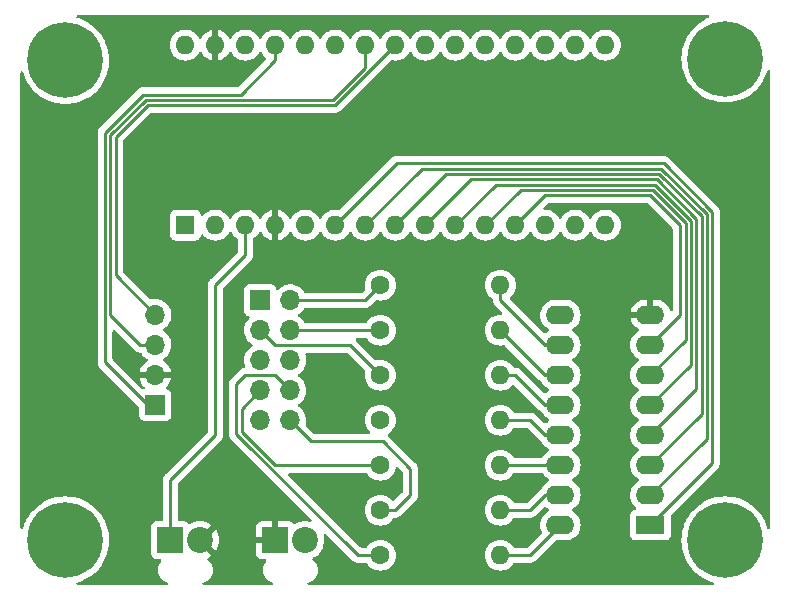
<source format=gbr>
%TF.GenerationSoftware,KiCad,Pcbnew,(6.0.7)*%
%TF.CreationDate,2023-06-21T14:43:57+08:00*%
%TF.ProjectId,Elevator_Indicator,456c6576-6174-46f7-925f-496e64696361,rev?*%
%TF.SameCoordinates,Original*%
%TF.FileFunction,Copper,L1,Top*%
%TF.FilePolarity,Positive*%
%FSLAX46Y46*%
G04 Gerber Fmt 4.6, Leading zero omitted, Abs format (unit mm)*
G04 Created by KiCad (PCBNEW (6.0.7)) date 2023-06-21 14:43:57*
%MOMM*%
%LPD*%
G01*
G04 APERTURE LIST*
%TA.AperFunction,ComponentPad*%
%ADD10R,1.700000X1.700000*%
%TD*%
%TA.AperFunction,ComponentPad*%
%ADD11O,1.700000X1.700000*%
%TD*%
%TA.AperFunction,ComponentPad*%
%ADD12C,1.600000*%
%TD*%
%TA.AperFunction,ComponentPad*%
%ADD13O,1.600000X1.600000*%
%TD*%
%TA.AperFunction,ComponentPad*%
%ADD14C,0.800000*%
%TD*%
%TA.AperFunction,ComponentPad*%
%ADD15C,6.400000*%
%TD*%
%TA.AperFunction,ComponentPad*%
%ADD16R,2.200000X2.200000*%
%TD*%
%TA.AperFunction,ComponentPad*%
%ADD17C,2.200000*%
%TD*%
%TA.AperFunction,ComponentPad*%
%ADD18R,1.600000X1.600000*%
%TD*%
%TA.AperFunction,ComponentPad*%
%ADD19R,2.400000X1.600000*%
%TD*%
%TA.AperFunction,ComponentPad*%
%ADD20O,2.400000X1.600000*%
%TD*%
%TA.AperFunction,Conductor*%
%ADD21C,0.250000*%
%TD*%
G04 APERTURE END LIST*
D10*
%TO.P,J1,1,Pin_1*%
%TO.N,+5V*%
X86360000Y-85080000D03*
D11*
%TO.P,J1,2,Pin_2*%
%TO.N,GND*%
X86360000Y-82540000D03*
%TO.P,J1,3,Pin_3*%
%TO.N,SCL*%
X86360000Y-80000000D03*
%TO.P,J1,4,Pin_4*%
%TO.N,SDA*%
X86360000Y-77460000D03*
%TD*%
D12*
%TO.P,R2,1*%
%TO.N,Seg_B*%
X105410000Y-93980000D03*
D13*
%TO.P,R2,2*%
%TO.N,Net-(R2-Pad2)*%
X115570000Y-93980000D03*
%TD*%
D14*
%TO.P,H4,1*%
%TO.N,N/C*%
X77042944Y-57577056D03*
X78740000Y-58280000D03*
X78740000Y-53480000D03*
X81140000Y-55880000D03*
D15*
X78740000Y-55880000D03*
D14*
X80437056Y-54182944D03*
X80437056Y-57577056D03*
X77042944Y-54182944D03*
X76340000Y-55880000D03*
%TD*%
D10*
%TO.P,J3,1,Pin_1*%
%TO.N,+12V*%
X95245000Y-76205000D03*
D11*
%TO.P,J3,2,Pin_2*%
%TO.N,Seg_E*%
X95245000Y-78745000D03*
%TO.P,J3,3,Pin_3*%
%TO.N,Seg_D*%
X95245000Y-81285000D03*
%TO.P,J3,4,Pin_4*%
%TO.N,Seg_C*%
X95245000Y-83825000D03*
%TO.P,J3,5,Pin_5*%
%TO.N,unconnected-(J3-Pad5)*%
X95245000Y-86365000D03*
%TO.P,J3,6,Pin_6*%
%TO.N,Seg_B*%
X97785000Y-86365000D03*
%TO.P,J3,7,Pin_7*%
%TO.N,Seg_A*%
X97785000Y-83825000D03*
%TO.P,J3,8,Pin_8*%
%TO.N,+12V*%
X97785000Y-81285000D03*
%TO.P,J3,9,Pin_9*%
%TO.N,Seg_F*%
X97785000Y-78745000D03*
%TO.P,J3,10,Pin_10*%
%TO.N,Seg_G*%
X97785000Y-76205000D03*
%TD*%
D12*
%TO.P,R6,1*%
%TO.N,Seg_F*%
X105410000Y-78740000D03*
D13*
%TO.P,R6,2*%
%TO.N,Net-(R6-Pad2)*%
X115570000Y-78740000D03*
%TD*%
D12*
%TO.P,R5,1*%
%TO.N,Seg_E*%
X105410000Y-82550000D03*
D13*
%TO.P,R5,2*%
%TO.N,Net-(R5-Pad2)*%
X115570000Y-82550000D03*
%TD*%
D12*
%TO.P,R4,1*%
%TO.N,Seg_D*%
X105410000Y-86360000D03*
D13*
%TO.P,R4,2*%
%TO.N,Net-(R4-Pad2)*%
X115570000Y-86360000D03*
%TD*%
D14*
%TO.P,H1,1*%
%TO.N,N/C*%
X136317056Y-57437056D03*
X136317056Y-54042944D03*
X134620000Y-53340000D03*
X132922944Y-57437056D03*
X137020000Y-55740000D03*
X132922944Y-54042944D03*
D15*
X134620000Y-55740000D03*
D14*
X134620000Y-58140000D03*
X132220000Y-55740000D03*
%TD*%
D12*
%TO.P,R1,1*%
%TO.N,Seg_A*%
X105410000Y-97790000D03*
D13*
%TO.P,R1,2*%
%TO.N,Net-(R1-Pad2)*%
X115570000Y-97790000D03*
%TD*%
D16*
%TO.P,J2,1,Pin_1*%
%TO.N,RST*%
X87630000Y-96520000D03*
D17*
%TO.P,J2,2,Pin_2*%
%TO.N,GND*%
X90170000Y-96520000D03*
%TD*%
D16*
%TO.P,J4,1,Pin_1*%
%TO.N,GND*%
X96520000Y-96520000D03*
D17*
%TO.P,J4,2,Pin_2*%
%TO.N,+12V*%
X99060000Y-96520000D03*
%TD*%
D14*
%TO.P,H3,1*%
%TO.N,N/C*%
X77042944Y-98217056D03*
X81140000Y-96520000D03*
X76340000Y-96520000D03*
X77042944Y-94822944D03*
D15*
X78740000Y-96520000D03*
D14*
X80437056Y-94822944D03*
X80437056Y-98217056D03*
X78740000Y-94120000D03*
X78740000Y-98920000D03*
%TD*%
D12*
%TO.P,R3,1*%
%TO.N,Seg_C*%
X105410000Y-90170000D03*
D13*
%TO.P,R3,2*%
%TO.N,Net-(R3-Pad2)*%
X115570000Y-90170000D03*
%TD*%
D18*
%TO.P,A1,1,D1/TX*%
%TO.N,unconnected-(A1-Pad1)*%
X88900000Y-69840000D03*
D13*
%TO.P,A1,2,D0/RX*%
%TO.N,unconnected-(A1-Pad2)*%
X91440000Y-69840000D03*
%TO.P,A1,3,~{RESET}*%
%TO.N,RST*%
X93980000Y-69840000D03*
%TO.P,A1,4,GND*%
%TO.N,GND*%
X96520000Y-69840000D03*
%TO.P,A1,5,D2*%
%TO.N,unconnected-(A1-Pad5)*%
X99060000Y-69840000D03*
%TO.P,A1,6,D3*%
%TO.N,D3*%
X101600000Y-69840000D03*
%TO.P,A1,7,D4*%
%TO.N,D4*%
X104140000Y-69840000D03*
%TO.P,A1,8,D5*%
%TO.N,D5*%
X106680000Y-69840000D03*
%TO.P,A1,9,D6*%
%TO.N,D6*%
X109220000Y-69840000D03*
%TO.P,A1,10,D7*%
%TO.N,D7*%
X111760000Y-69840000D03*
%TO.P,A1,11,D8*%
%TO.N,D8*%
X114300000Y-69840000D03*
%TO.P,A1,12,D9*%
%TO.N,D9*%
X116840000Y-69840000D03*
%TO.P,A1,13,D10*%
%TO.N,unconnected-(A1-Pad13)*%
X119380000Y-69840000D03*
%TO.P,A1,14,D11*%
%TO.N,unconnected-(A1-Pad14)*%
X121920000Y-69840000D03*
%TO.P,A1,15,D12*%
%TO.N,unconnected-(A1-Pad15)*%
X124460000Y-69840000D03*
%TO.P,A1,16,D13*%
%TO.N,unconnected-(A1-Pad16)*%
X124460000Y-54600000D03*
%TO.P,A1,17,3V3*%
%TO.N,unconnected-(A1-Pad17)*%
X121920000Y-54600000D03*
%TO.P,A1,18,AREF*%
%TO.N,unconnected-(A1-Pad18)*%
X119380000Y-54600000D03*
%TO.P,A1,19,A0*%
%TO.N,unconnected-(A1-Pad19)*%
X116840000Y-54600000D03*
%TO.P,A1,20,A1*%
%TO.N,unconnected-(A1-Pad20)*%
X114300000Y-54600000D03*
%TO.P,A1,21,A2*%
%TO.N,unconnected-(A1-Pad21)*%
X111760000Y-54600000D03*
%TO.P,A1,22,A3*%
%TO.N,unconnected-(A1-Pad22)*%
X109220000Y-54600000D03*
%TO.P,A1,23,A4*%
%TO.N,SDA*%
X106680000Y-54600000D03*
%TO.P,A1,24,A5*%
%TO.N,SCL*%
X104140000Y-54600000D03*
%TO.P,A1,25,A6*%
%TO.N,unconnected-(A1-Pad25)*%
X101600000Y-54600000D03*
%TO.P,A1,26,A7*%
%TO.N,unconnected-(A1-Pad26)*%
X99060000Y-54600000D03*
%TO.P,A1,27,+5V*%
%TO.N,+5V*%
X96520000Y-54600000D03*
%TO.P,A1,28,~{RESET}*%
%TO.N,unconnected-(A1-Pad28)*%
X93980000Y-54600000D03*
%TO.P,A1,29,GND*%
%TO.N,GND*%
X91440000Y-54600000D03*
%TO.P,A1,30,VIN*%
%TO.N,+12V*%
X88900000Y-54600000D03*
%TD*%
D12*
%TO.P,R7,1*%
%TO.N,Seg_G*%
X105410000Y-74930000D03*
D13*
%TO.P,R7,2*%
%TO.N,Net-(R7-Pad2)*%
X115570000Y-74930000D03*
%TD*%
D19*
%TO.P,U1,1,I1*%
%TO.N,D3*%
X128285000Y-95235000D03*
D20*
%TO.P,U1,2,I2*%
%TO.N,D4*%
X128285000Y-92695000D03*
%TO.P,U1,3,I3*%
%TO.N,D5*%
X128285000Y-90155000D03*
%TO.P,U1,4,I4*%
%TO.N,D6*%
X128285000Y-87615000D03*
%TO.P,U1,5,I5*%
%TO.N,D7*%
X128285000Y-85075000D03*
%TO.P,U1,6,I6*%
%TO.N,D8*%
X128285000Y-82535000D03*
%TO.P,U1,7,I7*%
%TO.N,D9*%
X128285000Y-79995000D03*
%TO.P,U1,8,GND*%
%TO.N,GND*%
X128285000Y-77455000D03*
%TO.P,U1,9,COM*%
%TO.N,+12V*%
X120665000Y-77455000D03*
%TO.P,U1,10,O7*%
%TO.N,Net-(R7-Pad2)*%
X120665000Y-79995000D03*
%TO.P,U1,11,O6*%
%TO.N,Net-(R6-Pad2)*%
X120665000Y-82535000D03*
%TO.P,U1,12,O5*%
%TO.N,Net-(R5-Pad2)*%
X120665000Y-85075000D03*
%TO.P,U1,13,O4*%
%TO.N,Net-(R4-Pad2)*%
X120665000Y-87615000D03*
%TO.P,U1,14,O3*%
%TO.N,Net-(R3-Pad2)*%
X120665000Y-90155000D03*
%TO.P,U1,15,O2*%
%TO.N,Net-(R2-Pad2)*%
X120665000Y-92695000D03*
%TO.P,U1,16,O1*%
%TO.N,Net-(R1-Pad2)*%
X120665000Y-95235000D03*
%TD*%
D14*
%TO.P,H2,1*%
%TO.N,N/C*%
X136317056Y-98217056D03*
X132922944Y-94822944D03*
X136317056Y-94822944D03*
X134620000Y-98920000D03*
X137020000Y-96520000D03*
X132220000Y-96520000D03*
D15*
X134620000Y-96520000D03*
D14*
X134620000Y-94120000D03*
X132922944Y-98217056D03*
%TD*%
D21*
%TO.N,RST*%
X91440000Y-87630000D02*
X91440000Y-74930000D01*
X87630000Y-96520000D02*
X87630000Y-91440000D01*
X87630000Y-91440000D02*
X91440000Y-87630000D01*
X93980000Y-72390000D02*
X93980000Y-69840000D01*
X91440000Y-74930000D02*
X93980000Y-72390000D01*
%TO.N,D3*%
X106830000Y-64610000D02*
X101600000Y-69840000D01*
X133510000Y-90010000D02*
X133510000Y-68731624D01*
X128285000Y-95235000D02*
X133510000Y-90010000D01*
X129388376Y-64610000D02*
X106830000Y-64610000D01*
X133510000Y-68731624D02*
X129388376Y-64610000D01*
%TO.N,D4*%
X129201980Y-65060000D02*
X108920000Y-65060000D01*
X133060000Y-87920000D02*
X133060000Y-68918020D01*
X133060000Y-68918020D02*
X129201980Y-65060000D01*
X108920000Y-65060000D02*
X104140000Y-69840000D01*
X128285000Y-92695000D02*
X133060000Y-87920000D01*
%TO.N,D5*%
X132610000Y-85830000D02*
X128285000Y-90155000D01*
X129015584Y-65510000D02*
X132610000Y-69104416D01*
X132610000Y-69104416D02*
X132610000Y-85830000D01*
X111010000Y-65510000D02*
X129015584Y-65510000D01*
X106680000Y-69840000D02*
X111010000Y-65510000D01*
%TO.N,D6*%
X109220000Y-69840000D02*
X113100000Y-65960000D01*
X132160000Y-83740000D02*
X128285000Y-87615000D01*
X128829188Y-65960000D02*
X132160000Y-69290812D01*
X132160000Y-69290812D02*
X132160000Y-83740000D01*
X113100000Y-65960000D02*
X128829188Y-65960000D01*
%TO.N,D7*%
X111760000Y-69840000D02*
X115190000Y-66410000D01*
X128642792Y-66410000D02*
X131710000Y-69477208D01*
X115190000Y-66410000D02*
X128642792Y-66410000D01*
X131710000Y-81650000D02*
X128285000Y-85075000D01*
X131710000Y-69477208D02*
X131710000Y-81650000D01*
%TO.N,D8*%
X117280000Y-66860000D02*
X128456396Y-66860000D01*
X131260000Y-79560000D02*
X128285000Y-82535000D01*
X114300000Y-69840000D02*
X117280000Y-66860000D01*
X128456396Y-66860000D02*
X131260000Y-69663604D01*
X131260000Y-69663604D02*
X131260000Y-79560000D01*
%TO.N,D9*%
X130810000Y-69850000D02*
X130810000Y-77470000D01*
X116840000Y-69840000D02*
X119370000Y-67310000D01*
X128270000Y-67310000D02*
X130810000Y-69850000D01*
X130810000Y-77470000D02*
X128285000Y-79995000D01*
X119370000Y-67310000D02*
X128270000Y-67310000D01*
%TO.N,SDA*%
X85726396Y-59690000D02*
X101590000Y-59690000D01*
X83000000Y-62416396D02*
X85726396Y-59690000D01*
X83000000Y-74100000D02*
X83000000Y-62416396D01*
X86360000Y-77460000D02*
X83000000Y-74100000D01*
X101590000Y-59690000D02*
X106680000Y-54600000D01*
%TO.N,SCL*%
X85080000Y-80000000D02*
X82550000Y-77470000D01*
X82550000Y-62230000D02*
X85540000Y-59240000D01*
X86360000Y-80000000D02*
X85080000Y-80000000D01*
X101403604Y-59240000D02*
X104140000Y-56503604D01*
X82550000Y-77470000D02*
X82550000Y-62230000D01*
X104140000Y-56503604D02*
X104140000Y-54600000D01*
X85540000Y-59240000D02*
X101403604Y-59240000D01*
%TO.N,+5V*%
X85353604Y-58790000D02*
X93605000Y-58790000D01*
X82100000Y-81465000D02*
X82100000Y-62043604D01*
X86360000Y-85080000D02*
X85715000Y-85080000D01*
X85715000Y-85080000D02*
X82100000Y-81465000D01*
X82100000Y-62043604D02*
X85353604Y-58790000D01*
X93605000Y-58790000D02*
X96520000Y-55875000D01*
X96520000Y-55875000D02*
X96520000Y-54600000D01*
%TO.N,Seg_E*%
X96519278Y-80019278D02*
X102879278Y-80019278D01*
X95245000Y-78745000D02*
X96519278Y-80019278D01*
X102879278Y-80019278D02*
X105410000Y-82550000D01*
%TO.N,Seg_C*%
X95245000Y-83825000D02*
X93677558Y-85392442D01*
X96520000Y-90170000D02*
X105410000Y-90170000D01*
X93677558Y-87327558D02*
X96520000Y-90170000D01*
X93677558Y-85392442D02*
X93677558Y-87327558D01*
%TO.N,Seg_B*%
X107950000Y-90461398D02*
X105646593Y-88157991D01*
X105646593Y-88157991D02*
X99577991Y-88157991D01*
X105410000Y-93980000D02*
X106680000Y-93980000D01*
X99577991Y-88157991D02*
X97785000Y-86365000D01*
X107950000Y-92710000D02*
X107950000Y-90461398D01*
X106680000Y-93980000D02*
X107950000Y-92710000D01*
%TO.N,Seg_A*%
X96508462Y-82548462D02*
X93981538Y-82548462D01*
X93227558Y-87513954D02*
X103503604Y-97790000D01*
X93981538Y-82548462D02*
X93227558Y-83302442D01*
X103503604Y-97790000D02*
X105410000Y-97790000D01*
X97785000Y-83825000D02*
X96508462Y-82548462D01*
X93227558Y-83302442D02*
X93227558Y-87513954D01*
%TO.N,Seg_F*%
X105405000Y-78745000D02*
X105410000Y-78740000D01*
X97785000Y-78745000D02*
X105405000Y-78745000D01*
%TO.N,Seg_G*%
X104135000Y-76205000D02*
X105410000Y-74930000D01*
X97785000Y-76205000D02*
X104135000Y-76205000D01*
%TO.N,Net-(R7-Pad2)*%
X115570000Y-74930000D02*
X115570000Y-76200000D01*
X115570000Y-76200000D02*
X119365000Y-79995000D01*
X119365000Y-79995000D02*
X120665000Y-79995000D01*
%TO.N,Net-(R6-Pad2)*%
X115570000Y-78740000D02*
X119365000Y-82535000D01*
X119365000Y-82535000D02*
X120665000Y-82535000D01*
%TO.N,Net-(R5-Pad2)*%
X115570000Y-82550000D02*
X116840000Y-82550000D01*
X116840000Y-82550000D02*
X119365000Y-85075000D01*
X119365000Y-85075000D02*
X120665000Y-85075000D01*
%TO.N,Net-(R4-Pad2)*%
X119380000Y-87630000D02*
X120650000Y-87630000D01*
X115570000Y-86360000D02*
X118110000Y-86360000D01*
X120650000Y-87630000D02*
X120665000Y-87615000D01*
X118110000Y-86360000D02*
X119380000Y-87630000D01*
%TO.N,Net-(R3-Pad2)*%
X120650000Y-90170000D02*
X120665000Y-90155000D01*
X115570000Y-90170000D02*
X120650000Y-90170000D01*
%TO.N,Net-(R2-Pad2)*%
X119395000Y-92695000D02*
X120665000Y-92695000D01*
X115570000Y-93980000D02*
X118110000Y-93980000D01*
X118110000Y-93980000D02*
X119395000Y-92695000D01*
%TO.N,Net-(R1-Pad2)*%
X118110000Y-97790000D02*
X120665000Y-95235000D01*
X115570000Y-97790000D02*
X118110000Y-97790000D01*
%TD*%
%TA.AperFunction,Conductor*%
%TO.N,GND*%
G36*
X133220662Y-52090002D02*
G01*
X133267155Y-52143658D01*
X133277259Y-52213932D01*
X133247765Y-52278512D01*
X133197697Y-52313630D01*
X133109547Y-52347468D01*
X133106607Y-52348966D01*
X132766147Y-52522439D01*
X132766140Y-52522443D01*
X132763206Y-52523938D01*
X132760440Y-52525734D01*
X132760437Y-52525736D01*
X132549932Y-52662439D01*
X132437207Y-52735643D01*
X132135124Y-52980266D01*
X131860266Y-53255124D01*
X131858194Y-53257682D01*
X131858191Y-53257686D01*
X131800854Y-53328491D01*
X131615643Y-53557207D01*
X131613848Y-53559970D01*
X131613848Y-53559971D01*
X131489063Y-53752125D01*
X131403938Y-53883206D01*
X131402443Y-53886140D01*
X131402439Y-53886147D01*
X131264908Y-54156067D01*
X131227468Y-54229547D01*
X131088167Y-54592438D01*
X130987562Y-54967901D01*
X130959638Y-55144205D01*
X130941099Y-55261257D01*
X130926754Y-55351824D01*
X130906411Y-55740000D01*
X130926754Y-56128176D01*
X130927267Y-56131416D01*
X130927268Y-56131424D01*
X130941912Y-56223879D01*
X130987562Y-56512099D01*
X131088167Y-56887562D01*
X131227468Y-57250453D01*
X131403938Y-57596794D01*
X131405734Y-57599560D01*
X131405736Y-57599563D01*
X131496653Y-57739563D01*
X131615643Y-57922793D01*
X131617718Y-57925355D01*
X131815009Y-58168988D01*
X131860266Y-58224876D01*
X132135124Y-58499734D01*
X132437207Y-58744357D01*
X132439970Y-58746152D01*
X132439971Y-58746152D01*
X132652789Y-58884357D01*
X132763205Y-58956062D01*
X132766139Y-58957557D01*
X132766146Y-58957561D01*
X133106607Y-59131034D01*
X133109547Y-59132532D01*
X133472438Y-59271833D01*
X133847901Y-59372438D01*
X134051793Y-59404732D01*
X134228576Y-59432732D01*
X134228584Y-59432733D01*
X134231824Y-59433246D01*
X134620000Y-59453589D01*
X135008176Y-59433246D01*
X135011416Y-59432733D01*
X135011424Y-59432732D01*
X135188207Y-59404732D01*
X135392099Y-59372438D01*
X135767562Y-59271833D01*
X136130453Y-59132532D01*
X136133393Y-59131034D01*
X136473854Y-58957561D01*
X136473861Y-58957557D01*
X136476795Y-58956062D01*
X136587212Y-58884357D01*
X136800029Y-58746152D01*
X136800030Y-58746152D01*
X136802793Y-58744357D01*
X137104876Y-58499734D01*
X137379734Y-58224876D01*
X137424992Y-58168988D01*
X137622282Y-57925355D01*
X137624357Y-57922793D01*
X137743347Y-57739563D01*
X137834264Y-57599563D01*
X137834266Y-57599560D01*
X137836062Y-57596794D01*
X138012532Y-57250453D01*
X138151833Y-56887562D01*
X138182293Y-56773884D01*
X138219245Y-56713261D01*
X138283105Y-56682240D01*
X138353600Y-56690668D01*
X138408347Y-56735871D01*
X138430000Y-56806495D01*
X138430000Y-95453505D01*
X138409998Y-95521626D01*
X138356342Y-95568119D01*
X138286068Y-95578223D01*
X138221488Y-95548729D01*
X138182293Y-95486116D01*
X138161140Y-95407173D01*
X138151833Y-95372438D01*
X138150310Y-95368469D01*
X138075389Y-95173295D01*
X138012532Y-95009547D01*
X137967681Y-94921522D01*
X137837561Y-94666147D01*
X137837557Y-94666140D01*
X137836062Y-94663206D01*
X137802971Y-94612249D01*
X137626152Y-94339971D01*
X137626152Y-94339970D01*
X137624357Y-94337207D01*
X137415199Y-94078919D01*
X137381809Y-94037686D01*
X137381806Y-94037682D01*
X137379734Y-94035124D01*
X137104876Y-93760266D01*
X137101329Y-93757393D01*
X136805355Y-93517718D01*
X136802793Y-93515643D01*
X136800029Y-93513848D01*
X136479564Y-93305736D01*
X136479561Y-93305734D01*
X136476795Y-93303938D01*
X136473861Y-93302443D01*
X136473854Y-93302439D01*
X136133393Y-93128966D01*
X136130453Y-93127468D01*
X135767562Y-92988167D01*
X135392099Y-92887562D01*
X135127379Y-92845634D01*
X135011424Y-92827268D01*
X135011416Y-92827267D01*
X135008176Y-92826754D01*
X134620000Y-92806411D01*
X134231824Y-92826754D01*
X134228584Y-92827267D01*
X134228576Y-92827268D01*
X134112621Y-92845634D01*
X133847901Y-92887562D01*
X133472438Y-92988167D01*
X133109547Y-93127468D01*
X133106607Y-93128966D01*
X132766147Y-93302439D01*
X132766140Y-93302443D01*
X132763206Y-93303938D01*
X132437207Y-93515643D01*
X132434645Y-93517718D01*
X132138672Y-93757393D01*
X132135124Y-93760266D01*
X131860266Y-94035124D01*
X131858194Y-94037682D01*
X131858191Y-94037686D01*
X131824801Y-94078919D01*
X131615643Y-94337207D01*
X131613848Y-94339970D01*
X131613848Y-94339971D01*
X131437030Y-94612249D01*
X131403938Y-94663206D01*
X131402443Y-94666140D01*
X131402439Y-94666147D01*
X131272319Y-94921522D01*
X131227468Y-95009547D01*
X131164611Y-95173295D01*
X131089691Y-95368469D01*
X131088167Y-95372438D01*
X130987562Y-95747901D01*
X130957695Y-95936474D01*
X130933928Y-96086531D01*
X130926754Y-96131824D01*
X130906411Y-96520000D01*
X130926754Y-96908176D01*
X130927267Y-96911416D01*
X130927268Y-96911424D01*
X130943455Y-97013624D01*
X130987562Y-97292099D01*
X131088167Y-97667562D01*
X131089352Y-97670650D01*
X131089353Y-97670652D01*
X131109199Y-97722352D01*
X131227468Y-98030453D01*
X131228966Y-98033393D01*
X131401487Y-98371983D01*
X131403938Y-98376794D01*
X131405734Y-98379560D01*
X131405736Y-98379563D01*
X131543077Y-98591051D01*
X131615643Y-98702793D01*
X131691281Y-98796198D01*
X131797627Y-98927523D01*
X131860266Y-99004876D01*
X132135124Y-99279734D01*
X132437207Y-99524357D01*
X132439970Y-99526152D01*
X132439971Y-99526152D01*
X132626371Y-99647201D01*
X132763205Y-99736062D01*
X132766139Y-99737557D01*
X132766146Y-99737561D01*
X132962133Y-99837421D01*
X133109547Y-99912532D01*
X133204052Y-99948809D01*
X133442842Y-100040472D01*
X133472438Y-100051833D01*
X133561697Y-100075750D01*
X133586116Y-100082293D01*
X133646739Y-100119245D01*
X133677760Y-100183105D01*
X133669332Y-100253600D01*
X133624129Y-100308347D01*
X133553505Y-100330000D01*
X99369210Y-100330000D01*
X99301089Y-100309998D01*
X99254596Y-100256342D01*
X99244492Y-100186068D01*
X99273986Y-100121488D01*
X99332793Y-100083378D01*
X99459407Y-100045152D01*
X99459410Y-100045151D01*
X99465315Y-100043368D01*
X99472635Y-100039476D01*
X99643153Y-99948809D01*
X99643155Y-99948808D01*
X99648599Y-99945913D01*
X99781624Y-99837421D01*
X99804689Y-99818610D01*
X99804692Y-99818607D01*
X99809464Y-99814715D01*
X99941783Y-99654770D01*
X99945876Y-99647201D01*
X100037584Y-99477590D01*
X100037586Y-99477585D01*
X100040514Y-99472170D01*
X100101898Y-99273871D01*
X100103429Y-99259303D01*
X100122952Y-99073554D01*
X100122952Y-99073552D01*
X100123596Y-99067425D01*
X100115777Y-98981515D01*
X100105341Y-98866836D01*
X100105340Y-98866833D01*
X100104782Y-98860697D01*
X100102298Y-98852255D01*
X100057495Y-98700029D01*
X100046173Y-98661560D01*
X99950001Y-98477600D01*
X99819929Y-98315823D01*
X99815210Y-98311863D01*
X99815209Y-98311862D01*
X99684119Y-98201864D01*
X99644793Y-98142755D01*
X99643667Y-98071767D01*
X99681098Y-98011439D01*
X99716892Y-97988935D01*
X99743854Y-97977767D01*
X99787928Y-97959511D01*
X99787932Y-97959509D01*
X99792502Y-97957616D01*
X100008376Y-97825328D01*
X100192426Y-97668134D01*
X100197142Y-97664106D01*
X100200898Y-97660898D01*
X100365328Y-97468376D01*
X100497616Y-97252502D01*
X100537382Y-97156500D01*
X100592611Y-97023164D01*
X100592612Y-97023162D01*
X100594505Y-97018591D01*
X100649973Y-96787548D01*
X100652454Y-96777216D01*
X100652455Y-96777210D01*
X100653609Y-96772403D01*
X100673474Y-96520000D01*
X100653609Y-96267597D01*
X100652152Y-96261525D01*
X100632532Y-96179805D01*
X100621522Y-96133944D01*
X100625069Y-96063037D01*
X100666389Y-96005303D01*
X100732362Y-95979073D01*
X100802044Y-95992675D01*
X100833136Y-96015436D01*
X102999947Y-98182247D01*
X103007491Y-98190537D01*
X103011604Y-98197018D01*
X103017381Y-98202443D01*
X103061271Y-98243658D01*
X103064113Y-98246413D01*
X103083835Y-98266135D01*
X103086959Y-98268558D01*
X103086963Y-98268562D01*
X103087028Y-98268612D01*
X103096049Y-98276317D01*
X103128283Y-98306586D01*
X103135231Y-98310405D01*
X103135233Y-98310407D01*
X103146036Y-98316346D01*
X103162563Y-98327202D01*
X103172302Y-98334757D01*
X103172304Y-98334758D01*
X103178564Y-98339614D01*
X103219144Y-98357174D01*
X103229792Y-98362391D01*
X103261028Y-98379563D01*
X103268544Y-98383695D01*
X103276220Y-98385666D01*
X103276223Y-98385667D01*
X103288166Y-98388733D01*
X103306871Y-98395137D01*
X103325459Y-98403181D01*
X103333282Y-98404420D01*
X103333292Y-98404423D01*
X103369128Y-98410099D01*
X103380748Y-98412505D01*
X103412563Y-98420673D01*
X103423574Y-98423500D01*
X103443828Y-98423500D01*
X103463538Y-98425051D01*
X103483547Y-98428220D01*
X103491439Y-98427474D01*
X103510184Y-98425702D01*
X103527566Y-98424059D01*
X103539423Y-98423500D01*
X104190606Y-98423500D01*
X104258727Y-98443502D01*
X104293819Y-98477229D01*
X104375337Y-98593648D01*
X104403802Y-98634300D01*
X104565700Y-98796198D01*
X104570208Y-98799355D01*
X104570211Y-98799357D01*
X104628604Y-98840244D01*
X104753251Y-98927523D01*
X104758233Y-98929846D01*
X104758238Y-98929849D01*
X104955775Y-99021961D01*
X104960757Y-99024284D01*
X104966065Y-99025706D01*
X104966067Y-99025707D01*
X105176598Y-99082119D01*
X105176600Y-99082119D01*
X105181913Y-99083543D01*
X105410000Y-99103498D01*
X105638087Y-99083543D01*
X105643400Y-99082119D01*
X105643402Y-99082119D01*
X105853933Y-99025707D01*
X105853935Y-99025706D01*
X105859243Y-99024284D01*
X105864225Y-99021961D01*
X106061762Y-98929849D01*
X106061767Y-98929846D01*
X106066749Y-98927523D01*
X106191396Y-98840244D01*
X106249789Y-98799357D01*
X106249792Y-98799355D01*
X106254300Y-98796198D01*
X106416198Y-98634300D01*
X106446482Y-98591051D01*
X106474509Y-98551024D01*
X106547523Y-98446749D01*
X106549846Y-98441767D01*
X106549849Y-98441762D01*
X106641961Y-98244225D01*
X106641961Y-98244224D01*
X106644284Y-98239243D01*
X106649067Y-98221395D01*
X106702119Y-98023402D01*
X106702119Y-98023400D01*
X106703543Y-98018087D01*
X106723498Y-97790000D01*
X114256502Y-97790000D01*
X114276457Y-98018087D01*
X114277881Y-98023400D01*
X114277881Y-98023402D01*
X114330934Y-98221395D01*
X114335716Y-98239243D01*
X114338039Y-98244224D01*
X114338039Y-98244225D01*
X114430151Y-98441762D01*
X114430154Y-98441767D01*
X114432477Y-98446749D01*
X114505491Y-98551024D01*
X114533519Y-98591051D01*
X114563802Y-98634300D01*
X114725700Y-98796198D01*
X114730208Y-98799355D01*
X114730211Y-98799357D01*
X114788604Y-98840244D01*
X114913251Y-98927523D01*
X114918233Y-98929846D01*
X114918238Y-98929849D01*
X115115775Y-99021961D01*
X115120757Y-99024284D01*
X115126065Y-99025706D01*
X115126067Y-99025707D01*
X115336598Y-99082119D01*
X115336600Y-99082119D01*
X115341913Y-99083543D01*
X115570000Y-99103498D01*
X115798087Y-99083543D01*
X115803400Y-99082119D01*
X115803402Y-99082119D01*
X116013933Y-99025707D01*
X116013935Y-99025706D01*
X116019243Y-99024284D01*
X116024225Y-99021961D01*
X116221762Y-98929849D01*
X116221767Y-98929846D01*
X116226749Y-98927523D01*
X116351396Y-98840244D01*
X116409789Y-98799357D01*
X116409792Y-98799355D01*
X116414300Y-98796198D01*
X116576198Y-98634300D01*
X116604663Y-98593648D01*
X116686181Y-98477229D01*
X116741638Y-98432901D01*
X116789394Y-98423500D01*
X118031233Y-98423500D01*
X118042416Y-98424027D01*
X118049909Y-98425702D01*
X118057835Y-98425453D01*
X118057836Y-98425453D01*
X118117986Y-98423562D01*
X118121945Y-98423500D01*
X118149856Y-98423500D01*
X118153791Y-98423003D01*
X118153856Y-98422995D01*
X118165693Y-98422062D01*
X118197951Y-98421048D01*
X118201970Y-98420922D01*
X118209889Y-98420673D01*
X118229343Y-98415021D01*
X118248700Y-98411013D01*
X118260930Y-98409468D01*
X118260931Y-98409468D01*
X118268797Y-98408474D01*
X118276168Y-98405555D01*
X118276170Y-98405555D01*
X118309912Y-98392196D01*
X118321142Y-98388351D01*
X118355983Y-98378229D01*
X118355984Y-98378229D01*
X118363593Y-98376018D01*
X118370412Y-98371985D01*
X118370417Y-98371983D01*
X118381028Y-98365707D01*
X118398776Y-98357012D01*
X118417617Y-98349552D01*
X118453387Y-98323564D01*
X118463307Y-98317048D01*
X118494535Y-98298580D01*
X118494538Y-98298578D01*
X118501362Y-98294542D01*
X118515683Y-98280221D01*
X118530717Y-98267380D01*
X118532431Y-98266135D01*
X118547107Y-98255472D01*
X118575298Y-98221395D01*
X118583288Y-98212616D01*
X120215499Y-96580405D01*
X120277811Y-96546379D01*
X120304594Y-96543500D01*
X121122127Y-96543500D01*
X121124844Y-96543262D01*
X121124851Y-96543262D01*
X121199337Y-96536745D01*
X121293087Y-96528543D01*
X121298400Y-96527119D01*
X121298402Y-96527119D01*
X121508933Y-96470707D01*
X121508935Y-96470706D01*
X121514243Y-96469284D01*
X121596548Y-96430905D01*
X121716762Y-96374849D01*
X121716767Y-96374846D01*
X121721749Y-96372523D01*
X121864552Y-96272531D01*
X121904789Y-96244357D01*
X121904792Y-96244355D01*
X121909300Y-96241198D01*
X122071198Y-96079300D01*
X122202523Y-95891749D01*
X122204846Y-95886767D01*
X122204849Y-95886762D01*
X122296961Y-95689225D01*
X122296961Y-95689224D01*
X122299284Y-95684243D01*
X122326371Y-95583156D01*
X122357119Y-95468402D01*
X122357119Y-95468400D01*
X122358543Y-95463087D01*
X122378498Y-95235000D01*
X122358543Y-95006913D01*
X122353312Y-94987389D01*
X122300707Y-94791067D01*
X122300706Y-94791065D01*
X122299284Y-94785757D01*
X122244014Y-94667229D01*
X122204849Y-94583238D01*
X122204846Y-94583233D01*
X122202523Y-94578251D01*
X122109550Y-94445472D01*
X122074357Y-94395211D01*
X122074355Y-94395208D01*
X122071198Y-94390700D01*
X121909300Y-94228802D01*
X121904792Y-94225645D01*
X121904789Y-94225643D01*
X121826611Y-94170902D01*
X121721749Y-94097477D01*
X121716767Y-94095154D01*
X121716762Y-94095151D01*
X121682543Y-94079195D01*
X121629258Y-94032278D01*
X121609797Y-93964001D01*
X121630339Y-93896041D01*
X121682543Y-93850805D01*
X121716762Y-93834849D01*
X121716767Y-93834846D01*
X121721749Y-93832523D01*
X121882518Y-93719951D01*
X121904789Y-93704357D01*
X121904792Y-93704355D01*
X121909300Y-93701198D01*
X122071198Y-93539300D01*
X122080669Y-93525775D01*
X122199366Y-93356257D01*
X122202523Y-93351749D01*
X122204846Y-93346767D01*
X122204849Y-93346762D01*
X122296961Y-93149225D01*
X122296961Y-93149224D01*
X122299284Y-93144243D01*
X122303378Y-93128966D01*
X122357119Y-92928402D01*
X122357119Y-92928400D01*
X122358543Y-92923087D01*
X122378498Y-92695000D01*
X122358543Y-92466913D01*
X122339810Y-92397001D01*
X122300707Y-92251067D01*
X122300706Y-92251064D01*
X122299284Y-92245757D01*
X122289544Y-92224870D01*
X122204849Y-92043238D01*
X122204846Y-92043233D01*
X122202523Y-92038251D01*
X122071198Y-91850700D01*
X121909300Y-91688802D01*
X121904792Y-91685645D01*
X121904789Y-91685643D01*
X121826611Y-91630902D01*
X121721749Y-91557477D01*
X121716767Y-91555154D01*
X121716762Y-91555151D01*
X121682543Y-91539195D01*
X121629258Y-91492278D01*
X121609797Y-91424001D01*
X121630339Y-91356041D01*
X121682543Y-91310805D01*
X121716762Y-91294849D01*
X121716767Y-91294846D01*
X121721749Y-91292523D01*
X121856743Y-91197999D01*
X121904789Y-91164357D01*
X121904792Y-91164355D01*
X121909300Y-91161198D01*
X122071198Y-90999300D01*
X122202523Y-90811749D01*
X122204846Y-90806767D01*
X122204849Y-90806762D01*
X122296961Y-90609225D01*
X122296961Y-90609224D01*
X122299284Y-90604243D01*
X122348149Y-90421880D01*
X122357119Y-90388402D01*
X122357119Y-90388400D01*
X122358543Y-90383087D01*
X122378498Y-90155000D01*
X122358543Y-89926913D01*
X122303303Y-89720757D01*
X122300707Y-89711067D01*
X122300706Y-89711065D01*
X122299284Y-89705757D01*
X122215975Y-89527099D01*
X122204849Y-89503238D01*
X122204846Y-89503233D01*
X122202523Y-89498251D01*
X122081701Y-89325700D01*
X122074357Y-89315211D01*
X122074355Y-89315208D01*
X122071198Y-89310700D01*
X121909300Y-89148802D01*
X121904792Y-89145645D01*
X121904789Y-89145643D01*
X121826611Y-89090902D01*
X121721749Y-89017477D01*
X121716767Y-89015154D01*
X121716762Y-89015151D01*
X121682543Y-88999195D01*
X121629258Y-88952278D01*
X121609797Y-88884001D01*
X121630339Y-88816041D01*
X121682543Y-88770805D01*
X121716762Y-88754849D01*
X121716767Y-88754846D01*
X121721749Y-88752523D01*
X121876294Y-88644309D01*
X121904789Y-88624357D01*
X121904792Y-88624355D01*
X121909300Y-88621198D01*
X122071198Y-88459300D01*
X122202523Y-88271749D01*
X122204846Y-88266767D01*
X122204849Y-88266762D01*
X122296961Y-88069225D01*
X122296961Y-88069224D01*
X122299284Y-88064243D01*
X122303163Y-88049769D01*
X122357119Y-87848402D01*
X122357119Y-87848400D01*
X122358543Y-87843087D01*
X122378498Y-87615000D01*
X122358543Y-87386913D01*
X122353367Y-87367596D01*
X122300707Y-87171067D01*
X122300706Y-87171065D01*
X122299284Y-87165757D01*
X122296958Y-87160768D01*
X122204849Y-86963238D01*
X122204846Y-86963233D01*
X122202523Y-86958251D01*
X122128601Y-86852680D01*
X122074357Y-86775211D01*
X122074355Y-86775208D01*
X122071198Y-86770700D01*
X121909300Y-86608802D01*
X121904792Y-86605645D01*
X121904789Y-86605643D01*
X121826611Y-86550902D01*
X121721749Y-86477477D01*
X121716767Y-86475154D01*
X121716762Y-86475151D01*
X121682543Y-86459195D01*
X121629258Y-86412278D01*
X121609797Y-86344001D01*
X121630339Y-86276041D01*
X121682543Y-86230805D01*
X121716762Y-86214849D01*
X121716767Y-86214846D01*
X121721749Y-86212523D01*
X121844462Y-86126598D01*
X121904789Y-86084357D01*
X121904792Y-86084355D01*
X121909300Y-86081198D01*
X122071198Y-85919300D01*
X122080669Y-85905775D01*
X122134512Y-85828879D01*
X122202523Y-85731749D01*
X122204846Y-85726767D01*
X122204849Y-85726762D01*
X122296961Y-85529225D01*
X122296961Y-85529224D01*
X122299284Y-85524243D01*
X122302725Y-85511403D01*
X122357119Y-85308402D01*
X122357119Y-85308400D01*
X122358543Y-85303087D01*
X122378498Y-85075000D01*
X122358543Y-84846913D01*
X122301490Y-84633990D01*
X122300707Y-84631067D01*
X122300706Y-84631065D01*
X122299284Y-84625757D01*
X122212486Y-84439616D01*
X122204849Y-84423238D01*
X122204846Y-84423233D01*
X122202523Y-84418251D01*
X122071198Y-84230700D01*
X121909300Y-84068802D01*
X121904792Y-84065645D01*
X121904789Y-84065643D01*
X121826611Y-84010902D01*
X121721749Y-83937477D01*
X121716767Y-83935154D01*
X121716762Y-83935151D01*
X121682543Y-83919195D01*
X121629258Y-83872278D01*
X121609797Y-83804001D01*
X121630339Y-83736041D01*
X121682543Y-83690805D01*
X121716762Y-83674849D01*
X121716767Y-83674846D01*
X121721749Y-83672523D01*
X121868781Y-83569570D01*
X121904789Y-83544357D01*
X121904792Y-83544355D01*
X121909300Y-83541198D01*
X122071198Y-83379300D01*
X122202523Y-83191749D01*
X122204846Y-83186767D01*
X122204849Y-83186762D01*
X122296961Y-82989225D01*
X122296961Y-82989224D01*
X122299284Y-82984243D01*
X122301118Y-82977401D01*
X122357119Y-82768402D01*
X122357119Y-82768400D01*
X122358543Y-82763087D01*
X122378498Y-82535000D01*
X122358543Y-82306913D01*
X122357119Y-82301598D01*
X122300707Y-82091067D01*
X122300706Y-82091065D01*
X122299284Y-82085757D01*
X122293739Y-82073865D01*
X122204849Y-81883238D01*
X122204846Y-81883233D01*
X122202523Y-81878251D01*
X122115372Y-81753787D01*
X122074357Y-81695211D01*
X122074355Y-81695208D01*
X122071198Y-81690700D01*
X121909300Y-81528802D01*
X121904792Y-81525645D01*
X121904789Y-81525643D01*
X121824675Y-81469547D01*
X121721749Y-81397477D01*
X121716767Y-81395154D01*
X121716762Y-81395151D01*
X121682543Y-81379195D01*
X121629258Y-81332278D01*
X121609797Y-81264001D01*
X121630339Y-81196041D01*
X121682543Y-81150805D01*
X121716762Y-81134849D01*
X121716767Y-81134846D01*
X121721749Y-81132523D01*
X121829118Y-81057342D01*
X121904789Y-81004357D01*
X121904792Y-81004355D01*
X121909300Y-81001198D01*
X122071198Y-80839300D01*
X122080835Y-80825538D01*
X122171199Y-80696484D01*
X122202523Y-80651749D01*
X122204846Y-80646767D01*
X122204849Y-80646762D01*
X122296961Y-80449225D01*
X122296961Y-80449224D01*
X122299284Y-80444243D01*
X122302723Y-80431411D01*
X122357119Y-80228402D01*
X122357119Y-80228400D01*
X122358543Y-80223087D01*
X122378498Y-79995000D01*
X122358543Y-79766913D01*
X122357119Y-79761598D01*
X122300707Y-79551067D01*
X122300706Y-79551065D01*
X122299284Y-79545757D01*
X122272425Y-79488157D01*
X122204849Y-79343238D01*
X122204846Y-79343233D01*
X122202523Y-79338251D01*
X122088171Y-79174940D01*
X122074357Y-79155211D01*
X122074355Y-79155208D01*
X122071198Y-79150700D01*
X121909300Y-78988802D01*
X121904792Y-78985645D01*
X121904789Y-78985643D01*
X121824675Y-78929547D01*
X121721749Y-78857477D01*
X121716767Y-78855154D01*
X121716762Y-78855151D01*
X121682543Y-78839195D01*
X121629258Y-78792278D01*
X121609797Y-78724001D01*
X121630339Y-78656041D01*
X121682543Y-78610805D01*
X121716762Y-78594849D01*
X121716767Y-78594846D01*
X121721749Y-78592523D01*
X121844462Y-78506598D01*
X121904789Y-78464357D01*
X121904792Y-78464355D01*
X121909300Y-78461198D01*
X122071198Y-78299300D01*
X122080669Y-78285775D01*
X122199366Y-78116257D01*
X122202523Y-78111749D01*
X122204846Y-78106767D01*
X122204849Y-78106762D01*
X122296961Y-77909225D01*
X122296961Y-77909224D01*
X122299284Y-77904243D01*
X122302723Y-77891411D01*
X122357119Y-77688402D01*
X122357119Y-77688400D01*
X122358543Y-77683087D01*
X122378498Y-77455000D01*
X122358543Y-77226913D01*
X122350028Y-77195135D01*
X122346911Y-77183503D01*
X126603606Y-77183503D01*
X126603942Y-77197599D01*
X126611884Y-77201000D01*
X128012885Y-77201000D01*
X128028124Y-77196525D01*
X128029329Y-77195135D01*
X128031000Y-77187452D01*
X128031000Y-76165115D01*
X128026525Y-76149876D01*
X128025135Y-76148671D01*
X128017452Y-76147000D01*
X127830635Y-76147000D01*
X127825170Y-76147238D01*
X127662481Y-76161472D01*
X127651688Y-76163375D01*
X127441239Y-76219764D01*
X127430947Y-76223510D01*
X127233489Y-76315586D01*
X127223993Y-76321069D01*
X127045533Y-76446028D01*
X127037125Y-76453084D01*
X126883084Y-76607125D01*
X126876028Y-76615533D01*
X126751069Y-76793993D01*
X126745586Y-76803489D01*
X126653510Y-77000947D01*
X126649764Y-77011239D01*
X126603606Y-77183503D01*
X122346911Y-77183503D01*
X122300707Y-77011067D01*
X122300706Y-77011065D01*
X122299284Y-77005757D01*
X122253269Y-76907077D01*
X122204849Y-76803238D01*
X122204846Y-76803233D01*
X122202523Y-76798251D01*
X122109428Y-76665298D01*
X122074357Y-76615211D01*
X122074355Y-76615208D01*
X122071198Y-76610700D01*
X121909300Y-76448802D01*
X121904792Y-76445645D01*
X121904789Y-76445643D01*
X121826611Y-76390902D01*
X121721749Y-76317477D01*
X121716767Y-76315154D01*
X121716762Y-76315151D01*
X121519225Y-76223039D01*
X121519224Y-76223039D01*
X121514243Y-76220716D01*
X121508935Y-76219294D01*
X121508933Y-76219293D01*
X121298402Y-76162881D01*
X121298400Y-76162881D01*
X121293087Y-76161457D01*
X121193520Y-76152746D01*
X121124851Y-76146738D01*
X121124844Y-76146738D01*
X121122127Y-76146500D01*
X120207873Y-76146500D01*
X120205156Y-76146738D01*
X120205149Y-76146738D01*
X120136480Y-76152746D01*
X120036913Y-76161457D01*
X120031600Y-76162881D01*
X120031598Y-76162881D01*
X119821067Y-76219293D01*
X119821065Y-76219294D01*
X119815757Y-76220716D01*
X119810776Y-76223039D01*
X119810775Y-76223039D01*
X119613238Y-76315151D01*
X119613233Y-76315154D01*
X119608251Y-76317477D01*
X119503389Y-76390902D01*
X119425211Y-76445643D01*
X119425208Y-76445645D01*
X119420700Y-76448802D01*
X119258802Y-76610700D01*
X119255645Y-76615208D01*
X119255643Y-76615211D01*
X119220572Y-76665298D01*
X119127477Y-76798251D01*
X119125154Y-76803233D01*
X119125151Y-76803238D01*
X119076731Y-76907077D01*
X119030716Y-77005757D01*
X119029294Y-77011065D01*
X119029293Y-77011067D01*
X118979972Y-77195135D01*
X118971457Y-77226913D01*
X118951502Y-77455000D01*
X118971457Y-77683087D01*
X118972881Y-77688400D01*
X118972881Y-77688402D01*
X119027278Y-77891411D01*
X119030716Y-77904243D01*
X119033039Y-77909224D01*
X119033039Y-77909225D01*
X119125151Y-78106762D01*
X119125154Y-78106767D01*
X119127477Y-78111749D01*
X119130634Y-78116257D01*
X119249332Y-78285775D01*
X119258802Y-78299300D01*
X119420700Y-78461198D01*
X119425208Y-78464355D01*
X119425211Y-78464357D01*
X119485538Y-78506598D01*
X119608251Y-78592523D01*
X119613233Y-78594846D01*
X119613238Y-78594849D01*
X119647457Y-78610805D01*
X119700742Y-78657722D01*
X119720203Y-78725999D01*
X119699661Y-78793959D01*
X119647457Y-78839195D01*
X119613238Y-78855151D01*
X119613233Y-78855154D01*
X119608251Y-78857477D01*
X119505325Y-78929547D01*
X119425212Y-78985643D01*
X119420700Y-78988802D01*
X119418539Y-78990963D01*
X119354194Y-79019127D01*
X119284089Y-79007914D01*
X119249142Y-78983237D01*
X116395673Y-76129768D01*
X116361647Y-76067456D01*
X116366712Y-75996641D01*
X116406995Y-75944582D01*
X116405576Y-75942892D01*
X116409789Y-75939357D01*
X116414300Y-75936198D01*
X116576198Y-75774300D01*
X116707523Y-75586749D01*
X116709846Y-75581767D01*
X116709849Y-75581762D01*
X116801961Y-75384225D01*
X116801961Y-75384224D01*
X116804284Y-75379243D01*
X116809742Y-75358876D01*
X116862119Y-75163402D01*
X116862120Y-75163398D01*
X116863543Y-75158087D01*
X116883498Y-74930000D01*
X116863543Y-74701913D01*
X116828849Y-74572434D01*
X116805707Y-74486067D01*
X116805706Y-74486065D01*
X116804284Y-74480757D01*
X116778913Y-74426348D01*
X116709849Y-74278238D01*
X116709846Y-74278233D01*
X116707523Y-74273251D01*
X116576198Y-74085700D01*
X116414300Y-73923802D01*
X116409792Y-73920645D01*
X116409789Y-73920643D01*
X116254899Y-73812188D01*
X116226749Y-73792477D01*
X116221767Y-73790154D01*
X116221762Y-73790151D01*
X116024225Y-73698039D01*
X116024224Y-73698039D01*
X116019243Y-73695716D01*
X116013935Y-73694294D01*
X116013933Y-73694293D01*
X115803402Y-73637881D01*
X115803400Y-73637881D01*
X115798087Y-73636457D01*
X115570000Y-73616502D01*
X115341913Y-73636457D01*
X115336600Y-73637881D01*
X115336598Y-73637881D01*
X115126067Y-73694293D01*
X115126065Y-73694294D01*
X115120757Y-73695716D01*
X115115776Y-73698039D01*
X115115775Y-73698039D01*
X114918238Y-73790151D01*
X114918233Y-73790154D01*
X114913251Y-73792477D01*
X114885101Y-73812188D01*
X114730211Y-73920643D01*
X114730208Y-73920645D01*
X114725700Y-73923802D01*
X114563802Y-74085700D01*
X114432477Y-74273251D01*
X114430154Y-74278233D01*
X114430151Y-74278238D01*
X114361087Y-74426348D01*
X114335716Y-74480757D01*
X114334294Y-74486065D01*
X114334293Y-74486067D01*
X114311151Y-74572434D01*
X114276457Y-74701913D01*
X114256502Y-74930000D01*
X114276457Y-75158087D01*
X114277880Y-75163398D01*
X114277881Y-75163402D01*
X114330259Y-75358876D01*
X114335716Y-75379243D01*
X114338039Y-75384224D01*
X114338039Y-75384225D01*
X114430151Y-75581762D01*
X114430154Y-75581767D01*
X114432477Y-75586749D01*
X114563802Y-75774300D01*
X114725700Y-75936198D01*
X114730208Y-75939355D01*
X114730211Y-75939357D01*
X114880760Y-76044773D01*
X114925088Y-76100230D01*
X114934427Y-76144026D01*
X114936438Y-76207985D01*
X114936500Y-76211945D01*
X114936500Y-76239856D01*
X114936997Y-76243790D01*
X114936997Y-76243791D01*
X114937005Y-76243856D01*
X114937938Y-76255693D01*
X114939327Y-76299889D01*
X114944437Y-76317477D01*
X114944978Y-76319339D01*
X114948987Y-76338700D01*
X114951526Y-76358797D01*
X114954445Y-76366168D01*
X114954445Y-76366170D01*
X114967804Y-76399912D01*
X114971649Y-76411142D01*
X114983982Y-76453593D01*
X114988015Y-76460412D01*
X114988017Y-76460417D01*
X114994293Y-76471028D01*
X115002988Y-76488776D01*
X115010448Y-76507617D01*
X115015110Y-76514033D01*
X115015110Y-76514034D01*
X115036436Y-76543387D01*
X115042952Y-76553307D01*
X115065458Y-76591362D01*
X115079779Y-76605683D01*
X115092619Y-76620716D01*
X115104528Y-76637107D01*
X115110634Y-76642158D01*
X115138605Y-76665298D01*
X115147384Y-76673288D01*
X115687507Y-77213411D01*
X115721533Y-77275723D01*
X115716468Y-77346538D01*
X115673921Y-77403374D01*
X115607401Y-77428185D01*
X115587430Y-77428026D01*
X115575486Y-77426981D01*
X115575475Y-77426981D01*
X115570000Y-77426502D01*
X115341913Y-77446457D01*
X115336600Y-77447881D01*
X115336598Y-77447881D01*
X115126067Y-77504293D01*
X115126065Y-77504294D01*
X115120757Y-77505716D01*
X115115776Y-77508039D01*
X115115775Y-77508039D01*
X114918238Y-77600151D01*
X114918233Y-77600154D01*
X114913251Y-77602477D01*
X114832902Y-77658738D01*
X114730211Y-77730643D01*
X114730208Y-77730645D01*
X114725700Y-77733802D01*
X114563802Y-77895700D01*
X114560645Y-77900208D01*
X114560643Y-77900211D01*
X114520979Y-77956857D01*
X114432477Y-78083251D01*
X114430154Y-78088233D01*
X114430151Y-78088238D01*
X114341060Y-78279297D01*
X114335716Y-78290757D01*
X114334294Y-78296065D01*
X114334293Y-78296067D01*
X114291090Y-78457301D01*
X114276457Y-78511913D01*
X114256502Y-78740000D01*
X114276457Y-78968087D01*
X114277880Y-78973398D01*
X114277881Y-78973402D01*
X114329075Y-79164457D01*
X114335716Y-79189243D01*
X114338039Y-79194224D01*
X114338039Y-79194225D01*
X114430151Y-79391762D01*
X114430154Y-79391767D01*
X114432477Y-79396749D01*
X114479706Y-79464199D01*
X114549794Y-79564294D01*
X114563802Y-79584300D01*
X114725700Y-79746198D01*
X114730208Y-79749355D01*
X114730211Y-79749357D01*
X114777576Y-79782522D01*
X114913251Y-79877523D01*
X114918233Y-79879846D01*
X114918238Y-79879849D01*
X115081791Y-79956114D01*
X115120757Y-79974284D01*
X115126065Y-79975706D01*
X115126067Y-79975707D01*
X115336598Y-80032119D01*
X115336600Y-80032119D01*
X115341913Y-80033543D01*
X115570000Y-80053498D01*
X115798087Y-80033543D01*
X115803398Y-80032120D01*
X115803409Y-80032118D01*
X115861541Y-80016541D01*
X115932517Y-80018230D01*
X115983248Y-80049152D01*
X118861343Y-82927247D01*
X118868887Y-82935537D01*
X118873000Y-82942018D01*
X118878777Y-82947443D01*
X118922667Y-82988658D01*
X118925509Y-82991413D01*
X118945230Y-83011134D01*
X118948425Y-83013612D01*
X118957447Y-83021318D01*
X118989679Y-83051586D01*
X118996628Y-83055406D01*
X119007432Y-83061346D01*
X119023956Y-83072199D01*
X119039959Y-83084613D01*
X119047239Y-83087763D01*
X119054056Y-83091795D01*
X119052750Y-83094003D01*
X119097672Y-83131393D01*
X119107241Y-83148352D01*
X119127477Y-83191749D01*
X119258802Y-83379300D01*
X119420700Y-83541198D01*
X119425208Y-83544355D01*
X119425211Y-83544357D01*
X119461219Y-83569570D01*
X119608251Y-83672523D01*
X119613233Y-83674846D01*
X119613238Y-83674849D01*
X119647457Y-83690805D01*
X119700742Y-83737722D01*
X119720203Y-83805999D01*
X119699661Y-83873959D01*
X119647457Y-83919195D01*
X119613238Y-83935151D01*
X119613233Y-83935154D01*
X119608251Y-83937477D01*
X119497944Y-84014715D01*
X119425212Y-84065643D01*
X119420700Y-84068802D01*
X119418539Y-84070963D01*
X119354194Y-84099127D01*
X119284089Y-84087914D01*
X119249142Y-84063237D01*
X117343652Y-82157747D01*
X117336112Y-82149461D01*
X117332000Y-82142982D01*
X117282348Y-82096356D01*
X117279507Y-82093602D01*
X117259770Y-82073865D01*
X117256573Y-82071385D01*
X117247551Y-82063680D01*
X117221100Y-82038841D01*
X117215321Y-82033414D01*
X117208375Y-82029595D01*
X117208372Y-82029593D01*
X117197566Y-82023652D01*
X117181047Y-82012801D01*
X117180583Y-82012441D01*
X117165041Y-82000386D01*
X117157772Y-81997241D01*
X117157768Y-81997238D01*
X117124463Y-81982826D01*
X117113813Y-81977609D01*
X117075060Y-81956305D01*
X117055437Y-81951267D01*
X117036734Y-81944863D01*
X117025420Y-81939967D01*
X117025419Y-81939967D01*
X117018145Y-81936819D01*
X117010322Y-81935580D01*
X117010312Y-81935577D01*
X116974476Y-81929901D01*
X116962856Y-81927495D01*
X116927711Y-81918472D01*
X116927710Y-81918472D01*
X116920030Y-81916500D01*
X116899776Y-81916500D01*
X116880065Y-81914949D01*
X116867886Y-81913020D01*
X116860057Y-81911780D01*
X116852165Y-81912526D01*
X116816039Y-81915941D01*
X116804181Y-81916500D01*
X116789394Y-81916500D01*
X116721273Y-81896498D01*
X116686181Y-81862771D01*
X116579357Y-81710211D01*
X116579355Y-81710208D01*
X116576198Y-81705700D01*
X116414300Y-81543802D01*
X116409792Y-81540645D01*
X116409789Y-81540643D01*
X116322849Y-81479767D01*
X116226749Y-81412477D01*
X116221767Y-81410154D01*
X116221762Y-81410151D01*
X116024225Y-81318039D01*
X116024224Y-81318039D01*
X116019243Y-81315716D01*
X116013935Y-81314294D01*
X116013933Y-81314293D01*
X115803402Y-81257881D01*
X115803400Y-81257881D01*
X115798087Y-81256457D01*
X115570000Y-81236502D01*
X115341913Y-81256457D01*
X115336600Y-81257881D01*
X115336598Y-81257881D01*
X115126067Y-81314293D01*
X115126065Y-81314294D01*
X115120757Y-81315716D01*
X115115776Y-81318039D01*
X115115775Y-81318039D01*
X114918238Y-81410151D01*
X114918233Y-81410154D01*
X114913251Y-81412477D01*
X114817151Y-81479767D01*
X114730211Y-81540643D01*
X114730208Y-81540645D01*
X114725700Y-81543802D01*
X114563802Y-81705700D01*
X114560645Y-81710208D01*
X114560643Y-81710211D01*
X114530131Y-81753787D01*
X114432477Y-81893251D01*
X114430154Y-81898233D01*
X114430151Y-81898238D01*
X114341152Y-82089099D01*
X114335716Y-82100757D01*
X114334294Y-82106065D01*
X114334293Y-82106067D01*
X114289577Y-82272947D01*
X114276457Y-82321913D01*
X114256502Y-82550000D01*
X114276457Y-82778087D01*
X114277881Y-82783400D01*
X114277881Y-82783402D01*
X114333032Y-82989225D01*
X114335716Y-82999243D01*
X114338039Y-83004224D01*
X114338039Y-83004225D01*
X114430151Y-83201762D01*
X114430154Y-83201767D01*
X114432477Y-83206749D01*
X114459975Y-83246020D01*
X114557782Y-83385702D01*
X114563802Y-83394300D01*
X114725700Y-83556198D01*
X114730208Y-83559355D01*
X114730211Y-83559357D01*
X114791627Y-83602361D01*
X114913251Y-83687523D01*
X114918233Y-83689846D01*
X114918238Y-83689849D01*
X115082771Y-83766571D01*
X115120757Y-83784284D01*
X115126065Y-83785706D01*
X115126067Y-83785707D01*
X115336598Y-83842119D01*
X115336600Y-83842119D01*
X115341913Y-83843543D01*
X115570000Y-83863498D01*
X115798087Y-83843543D01*
X115803400Y-83842119D01*
X115803402Y-83842119D01*
X116013933Y-83785707D01*
X116013935Y-83785706D01*
X116019243Y-83784284D01*
X116057229Y-83766571D01*
X116221762Y-83689849D01*
X116221767Y-83689846D01*
X116226749Y-83687523D01*
X116348373Y-83602361D01*
X116409789Y-83559357D01*
X116409792Y-83559355D01*
X116414300Y-83556198D01*
X116576198Y-83394300D01*
X116579357Y-83389789D01*
X116582892Y-83385576D01*
X116584463Y-83386894D01*
X116632941Y-83348159D01*
X116703562Y-83340864D01*
X116769769Y-83375673D01*
X118861343Y-85467247D01*
X118868887Y-85475537D01*
X118873000Y-85482018D01*
X118878777Y-85487443D01*
X118922667Y-85528658D01*
X118925509Y-85531413D01*
X118945230Y-85551134D01*
X118948425Y-85553612D01*
X118957447Y-85561318D01*
X118989679Y-85591586D01*
X118996628Y-85595406D01*
X119007432Y-85601346D01*
X119023956Y-85612199D01*
X119039959Y-85624613D01*
X119047239Y-85627763D01*
X119054056Y-85631795D01*
X119052750Y-85634003D01*
X119097672Y-85671393D01*
X119107241Y-85688352D01*
X119127477Y-85731749D01*
X119166587Y-85787604D01*
X119249332Y-85905775D01*
X119258802Y-85919300D01*
X119420700Y-86081198D01*
X119425208Y-86084355D01*
X119425211Y-86084357D01*
X119485538Y-86126598D01*
X119608251Y-86212523D01*
X119613233Y-86214846D01*
X119613238Y-86214849D01*
X119647457Y-86230805D01*
X119700742Y-86277722D01*
X119720203Y-86345999D01*
X119699661Y-86413959D01*
X119647457Y-86459195D01*
X119613238Y-86475151D01*
X119613233Y-86475154D01*
X119608251Y-86477477D01*
X119489489Y-86560635D01*
X119425212Y-86605643D01*
X119420700Y-86608802D01*
X119418539Y-86610963D01*
X119354194Y-86639127D01*
X119284089Y-86627914D01*
X119249142Y-86603237D01*
X118613652Y-85967747D01*
X118606112Y-85959461D01*
X118602000Y-85952982D01*
X118552348Y-85906356D01*
X118549507Y-85903602D01*
X118529770Y-85883865D01*
X118526573Y-85881385D01*
X118517551Y-85873680D01*
X118491100Y-85848841D01*
X118485321Y-85843414D01*
X118478375Y-85839595D01*
X118478372Y-85839593D01*
X118467566Y-85833652D01*
X118451047Y-85822801D01*
X118450583Y-85822441D01*
X118435041Y-85810386D01*
X118427772Y-85807241D01*
X118427768Y-85807238D01*
X118394463Y-85792826D01*
X118383813Y-85787609D01*
X118345060Y-85766305D01*
X118325437Y-85761267D01*
X118306734Y-85754863D01*
X118295420Y-85749967D01*
X118295419Y-85749967D01*
X118288145Y-85746819D01*
X118280322Y-85745580D01*
X118280312Y-85745577D01*
X118244476Y-85739901D01*
X118232856Y-85737495D01*
X118197711Y-85728472D01*
X118197710Y-85728472D01*
X118190030Y-85726500D01*
X118169776Y-85726500D01*
X118150065Y-85724949D01*
X118137886Y-85723020D01*
X118130057Y-85721780D01*
X118122165Y-85722526D01*
X118086039Y-85725941D01*
X118074181Y-85726500D01*
X116789394Y-85726500D01*
X116721273Y-85706498D01*
X116686181Y-85672771D01*
X116579357Y-85520211D01*
X116579355Y-85520208D01*
X116576198Y-85515700D01*
X116414300Y-85353802D01*
X116409792Y-85350645D01*
X116409789Y-85350643D01*
X116283772Y-85262405D01*
X116226749Y-85222477D01*
X116221767Y-85220154D01*
X116221762Y-85220151D01*
X116024225Y-85128039D01*
X116024224Y-85128039D01*
X116019243Y-85125716D01*
X116013935Y-85124294D01*
X116013933Y-85124293D01*
X115803402Y-85067881D01*
X115803400Y-85067881D01*
X115798087Y-85066457D01*
X115570000Y-85046502D01*
X115341913Y-85066457D01*
X115336600Y-85067881D01*
X115336598Y-85067881D01*
X115126067Y-85124293D01*
X115126065Y-85124294D01*
X115120757Y-85125716D01*
X115115776Y-85128039D01*
X115115775Y-85128039D01*
X114918238Y-85220151D01*
X114918233Y-85220154D01*
X114913251Y-85222477D01*
X114856228Y-85262405D01*
X114730211Y-85350643D01*
X114730208Y-85350645D01*
X114725700Y-85353802D01*
X114563802Y-85515700D01*
X114560645Y-85520208D01*
X114560643Y-85520211D01*
X114540953Y-85548332D01*
X114432477Y-85703251D01*
X114430154Y-85708233D01*
X114430151Y-85708238D01*
X114349409Y-85881392D01*
X114335716Y-85910757D01*
X114334294Y-85916065D01*
X114334293Y-85916067D01*
X114299018Y-86047715D01*
X114276457Y-86131913D01*
X114256502Y-86360000D01*
X114276457Y-86588087D01*
X114277881Y-86593400D01*
X114277881Y-86593402D01*
X114321986Y-86758001D01*
X114335716Y-86809243D01*
X114338039Y-86814224D01*
X114338039Y-86814225D01*
X114430151Y-87011762D01*
X114430154Y-87011767D01*
X114432477Y-87016749D01*
X114454729Y-87048528D01*
X114542579Y-87173990D01*
X114563802Y-87204300D01*
X114725700Y-87366198D01*
X114730208Y-87369355D01*
X114730211Y-87369357D01*
X114808389Y-87424098D01*
X114913251Y-87497523D01*
X114918233Y-87499846D01*
X114918238Y-87499849D01*
X115108263Y-87588458D01*
X115120757Y-87594284D01*
X115126065Y-87595706D01*
X115126067Y-87595707D01*
X115336598Y-87652119D01*
X115336600Y-87652119D01*
X115341913Y-87653543D01*
X115570000Y-87673498D01*
X115798087Y-87653543D01*
X115803400Y-87652119D01*
X115803402Y-87652119D01*
X116013933Y-87595707D01*
X116013935Y-87595706D01*
X116019243Y-87594284D01*
X116031737Y-87588458D01*
X116221762Y-87499849D01*
X116221767Y-87499846D01*
X116226749Y-87497523D01*
X116331611Y-87424098D01*
X116409789Y-87369357D01*
X116409792Y-87369355D01*
X116414300Y-87366198D01*
X116576198Y-87204300D01*
X116579357Y-87199789D01*
X116686181Y-87047229D01*
X116741638Y-87002901D01*
X116789394Y-86993500D01*
X117795406Y-86993500D01*
X117863527Y-87013502D01*
X117884501Y-87030405D01*
X118876343Y-88022247D01*
X118883887Y-88030537D01*
X118888000Y-88037018D01*
X118893777Y-88042443D01*
X118937667Y-88083658D01*
X118940509Y-88086413D01*
X118960230Y-88106134D01*
X118963425Y-88108612D01*
X118972447Y-88116318D01*
X119004679Y-88146586D01*
X119011628Y-88150406D01*
X119022432Y-88156346D01*
X119038956Y-88167199D01*
X119054959Y-88179613D01*
X119061639Y-88182504D01*
X119111508Y-88237504D01*
X119125149Y-88266758D01*
X119125152Y-88266764D01*
X119127477Y-88271749D01*
X119258802Y-88459300D01*
X119420700Y-88621198D01*
X119425208Y-88624355D01*
X119425211Y-88624357D01*
X119453706Y-88644309D01*
X119608251Y-88752523D01*
X119613233Y-88754846D01*
X119613238Y-88754849D01*
X119647457Y-88770805D01*
X119700742Y-88817722D01*
X119720203Y-88885999D01*
X119699661Y-88953959D01*
X119647457Y-88999195D01*
X119613238Y-89015151D01*
X119613233Y-89015154D01*
X119608251Y-89017477D01*
X119503389Y-89090902D01*
X119425211Y-89145643D01*
X119425208Y-89145645D01*
X119420700Y-89148802D01*
X119258802Y-89310700D01*
X119255645Y-89315208D01*
X119255643Y-89315211D01*
X119138316Y-89482771D01*
X119082859Y-89527099D01*
X119035103Y-89536500D01*
X116789394Y-89536500D01*
X116721273Y-89516498D01*
X116686181Y-89482771D01*
X116579357Y-89330211D01*
X116579355Y-89330208D01*
X116576198Y-89325700D01*
X116414300Y-89163802D01*
X116409792Y-89160645D01*
X116409789Y-89160643D01*
X116331611Y-89105902D01*
X116226749Y-89032477D01*
X116221767Y-89030154D01*
X116221762Y-89030151D01*
X116024225Y-88938039D01*
X116024224Y-88938039D01*
X116019243Y-88935716D01*
X116013935Y-88934294D01*
X116013933Y-88934293D01*
X115803402Y-88877881D01*
X115803400Y-88877881D01*
X115798087Y-88876457D01*
X115570000Y-88856502D01*
X115341913Y-88876457D01*
X115336600Y-88877881D01*
X115336598Y-88877881D01*
X115126067Y-88934293D01*
X115126065Y-88934294D01*
X115120757Y-88935716D01*
X115115776Y-88938039D01*
X115115775Y-88938039D01*
X114918238Y-89030151D01*
X114918233Y-89030154D01*
X114913251Y-89032477D01*
X114808389Y-89105902D01*
X114730211Y-89160643D01*
X114730208Y-89160645D01*
X114725700Y-89163802D01*
X114563802Y-89325700D01*
X114432477Y-89513251D01*
X114430154Y-89518233D01*
X114430151Y-89518238D01*
X114338039Y-89715775D01*
X114335716Y-89720757D01*
X114334294Y-89726065D01*
X114334293Y-89726067D01*
X114281900Y-89921598D01*
X114276457Y-89941913D01*
X114256502Y-90170000D01*
X114276457Y-90398087D01*
X114277880Y-90403396D01*
X114277881Y-90403402D01*
X114333032Y-90609225D01*
X114335716Y-90619243D01*
X114338039Y-90624224D01*
X114338039Y-90624225D01*
X114430151Y-90821762D01*
X114430154Y-90821767D01*
X114432477Y-90826749D01*
X114473593Y-90885468D01*
X114556028Y-91003197D01*
X114563802Y-91014300D01*
X114725700Y-91176198D01*
X114730208Y-91179355D01*
X114730211Y-91179357D01*
X114777710Y-91212616D01*
X114913251Y-91307523D01*
X114918233Y-91309846D01*
X114918238Y-91309849D01*
X115088589Y-91389284D01*
X115120757Y-91404284D01*
X115126065Y-91405706D01*
X115126067Y-91405707D01*
X115336598Y-91462119D01*
X115336600Y-91462119D01*
X115341913Y-91463543D01*
X115570000Y-91483498D01*
X115798087Y-91463543D01*
X115803400Y-91462119D01*
X115803402Y-91462119D01*
X116013933Y-91405707D01*
X116013935Y-91405706D01*
X116019243Y-91404284D01*
X116051411Y-91389284D01*
X116221762Y-91309849D01*
X116221767Y-91309846D01*
X116226749Y-91307523D01*
X116362290Y-91212616D01*
X116409789Y-91179357D01*
X116409792Y-91179355D01*
X116414300Y-91176198D01*
X116576198Y-91014300D01*
X116579357Y-91009789D01*
X116686181Y-90857229D01*
X116741638Y-90812901D01*
X116789394Y-90803500D01*
X119056110Y-90803500D01*
X119124231Y-90823502D01*
X119159322Y-90857228D01*
X119258802Y-90999300D01*
X119420700Y-91161198D01*
X119425208Y-91164355D01*
X119425211Y-91164357D01*
X119473257Y-91197999D01*
X119608251Y-91292523D01*
X119613233Y-91294846D01*
X119613238Y-91294849D01*
X119647457Y-91310805D01*
X119700742Y-91357722D01*
X119720203Y-91425999D01*
X119699661Y-91493959D01*
X119647457Y-91539195D01*
X119613238Y-91555151D01*
X119613233Y-91555154D01*
X119608251Y-91557477D01*
X119503389Y-91630902D01*
X119425211Y-91685643D01*
X119425208Y-91685645D01*
X119420700Y-91688802D01*
X119258802Y-91850700D01*
X119127477Y-92038251D01*
X119125154Y-92043233D01*
X119125151Y-92043238D01*
X119093245Y-92111661D01*
X119053123Y-92160338D01*
X119051630Y-92161423D01*
X119041696Y-92167950D01*
X119003637Y-92190458D01*
X118989313Y-92204782D01*
X118974281Y-92217621D01*
X118957893Y-92229528D01*
X118929712Y-92263593D01*
X118921722Y-92272373D01*
X117884500Y-93309595D01*
X117822188Y-93343621D01*
X117795405Y-93346500D01*
X116789394Y-93346500D01*
X116721273Y-93326498D01*
X116686181Y-93292771D01*
X116579357Y-93140211D01*
X116579355Y-93140208D01*
X116576198Y-93135700D01*
X116414300Y-92973802D01*
X116409792Y-92970645D01*
X116409789Y-92970643D01*
X116331512Y-92915833D01*
X116226749Y-92842477D01*
X116221767Y-92840154D01*
X116221762Y-92840151D01*
X116024225Y-92748039D01*
X116024224Y-92748039D01*
X116019243Y-92745716D01*
X116013935Y-92744294D01*
X116013933Y-92744293D01*
X115803402Y-92687881D01*
X115803400Y-92687881D01*
X115798087Y-92686457D01*
X115570000Y-92666502D01*
X115341913Y-92686457D01*
X115336600Y-92687881D01*
X115336598Y-92687881D01*
X115126067Y-92744293D01*
X115126065Y-92744294D01*
X115120757Y-92745716D01*
X115115776Y-92748039D01*
X115115775Y-92748039D01*
X114918238Y-92840151D01*
X114918233Y-92840154D01*
X114913251Y-92842477D01*
X114808488Y-92915833D01*
X114730211Y-92970643D01*
X114730208Y-92970645D01*
X114725700Y-92973802D01*
X114563802Y-93135700D01*
X114560645Y-93140208D01*
X114560643Y-93140211D01*
X114554145Y-93149491D01*
X114432477Y-93323251D01*
X114430154Y-93328233D01*
X114430151Y-93328238D01*
X114419188Y-93351749D01*
X114335716Y-93530757D01*
X114334294Y-93536065D01*
X114334293Y-93536067D01*
X114285021Y-93719951D01*
X114276457Y-93751913D01*
X114256502Y-93980000D01*
X114276457Y-94208087D01*
X114277881Y-94213400D01*
X114277881Y-94213402D01*
X114330934Y-94411395D01*
X114335716Y-94429243D01*
X114338039Y-94434224D01*
X114338039Y-94434225D01*
X114430151Y-94631762D01*
X114430154Y-94631767D01*
X114432477Y-94636749D01*
X114563802Y-94824300D01*
X114725700Y-94986198D01*
X114730208Y-94989355D01*
X114730211Y-94989357D01*
X114808389Y-95044098D01*
X114913251Y-95117523D01*
X114918233Y-95119846D01*
X114918238Y-95119849D01*
X115115775Y-95211961D01*
X115120757Y-95214284D01*
X115126065Y-95215706D01*
X115126067Y-95215707D01*
X115336598Y-95272119D01*
X115336600Y-95272119D01*
X115341913Y-95273543D01*
X115570000Y-95293498D01*
X115798087Y-95273543D01*
X115803400Y-95272119D01*
X115803402Y-95272119D01*
X116013933Y-95215707D01*
X116013935Y-95215706D01*
X116019243Y-95214284D01*
X116024225Y-95211961D01*
X116221762Y-95119849D01*
X116221767Y-95119846D01*
X116226749Y-95117523D01*
X116331611Y-95044098D01*
X116409789Y-94989357D01*
X116409792Y-94989355D01*
X116414300Y-94986198D01*
X116576198Y-94824300D01*
X116599468Y-94791067D01*
X116686181Y-94667229D01*
X116741638Y-94622901D01*
X116789394Y-94613500D01*
X118031233Y-94613500D01*
X118042416Y-94614027D01*
X118049909Y-94615702D01*
X118057835Y-94615453D01*
X118057836Y-94615453D01*
X118117986Y-94613562D01*
X118121945Y-94613500D01*
X118149856Y-94613500D01*
X118153791Y-94613003D01*
X118153856Y-94612995D01*
X118165693Y-94612062D01*
X118197951Y-94611048D01*
X118201970Y-94610922D01*
X118209889Y-94610673D01*
X118229343Y-94605021D01*
X118248700Y-94601013D01*
X118260930Y-94599468D01*
X118260931Y-94599468D01*
X118268797Y-94598474D01*
X118276168Y-94595555D01*
X118276170Y-94595555D01*
X118309912Y-94582196D01*
X118321142Y-94578351D01*
X118355983Y-94568229D01*
X118355984Y-94568229D01*
X118363593Y-94566018D01*
X118370412Y-94561985D01*
X118370417Y-94561983D01*
X118381028Y-94555707D01*
X118398776Y-94547012D01*
X118417617Y-94539552D01*
X118453387Y-94513564D01*
X118463307Y-94507048D01*
X118494535Y-94488580D01*
X118494538Y-94488578D01*
X118501362Y-94484542D01*
X118515683Y-94470221D01*
X118530717Y-94457380D01*
X118540694Y-94450131D01*
X118547107Y-94445472D01*
X118575298Y-94411395D01*
X118583288Y-94402616D01*
X119265953Y-93719951D01*
X119328265Y-93685925D01*
X119399080Y-93690990D01*
X119427319Y-93705833D01*
X119508395Y-93762603D01*
X119608251Y-93832523D01*
X119613233Y-93834846D01*
X119613238Y-93834849D01*
X119647457Y-93850805D01*
X119700742Y-93897722D01*
X119720203Y-93965999D01*
X119699661Y-94033959D01*
X119647457Y-94079195D01*
X119613238Y-94095151D01*
X119613233Y-94095154D01*
X119608251Y-94097477D01*
X119503389Y-94170902D01*
X119425211Y-94225643D01*
X119425208Y-94225645D01*
X119420700Y-94228802D01*
X119258802Y-94390700D01*
X119255645Y-94395208D01*
X119255643Y-94395211D01*
X119220450Y-94445472D01*
X119127477Y-94578251D01*
X119125154Y-94583233D01*
X119125151Y-94583238D01*
X119085986Y-94667229D01*
X119030716Y-94785757D01*
X119029294Y-94791065D01*
X119029293Y-94791067D01*
X118976688Y-94987389D01*
X118971457Y-95006913D01*
X118951502Y-95235000D01*
X118971457Y-95463087D01*
X118972881Y-95468400D01*
X118972881Y-95468402D01*
X119003630Y-95583156D01*
X119030716Y-95684243D01*
X119085380Y-95801472D01*
X119096041Y-95871662D01*
X119067061Y-95936474D01*
X119060280Y-95943815D01*
X117884500Y-97119595D01*
X117822188Y-97153621D01*
X117795405Y-97156500D01*
X116789394Y-97156500D01*
X116721273Y-97136498D01*
X116686181Y-97102771D01*
X116579357Y-96950211D01*
X116579355Y-96950208D01*
X116576198Y-96945700D01*
X116414300Y-96783802D01*
X116409792Y-96780645D01*
X116409789Y-96780643D01*
X116317642Y-96716121D01*
X116226749Y-96652477D01*
X116221767Y-96650154D01*
X116221762Y-96650151D01*
X116024225Y-96558039D01*
X116024224Y-96558039D01*
X116019243Y-96555716D01*
X116013935Y-96554294D01*
X116013933Y-96554293D01*
X115803402Y-96497881D01*
X115803400Y-96497881D01*
X115798087Y-96496457D01*
X115570000Y-96476502D01*
X115341913Y-96496457D01*
X115336600Y-96497881D01*
X115336598Y-96497881D01*
X115126067Y-96554293D01*
X115126065Y-96554294D01*
X115120757Y-96555716D01*
X115115776Y-96558039D01*
X115115775Y-96558039D01*
X114918238Y-96650151D01*
X114918233Y-96650154D01*
X114913251Y-96652477D01*
X114822358Y-96716121D01*
X114730211Y-96780643D01*
X114730208Y-96780645D01*
X114725700Y-96783802D01*
X114563802Y-96945700D01*
X114560645Y-96950208D01*
X114560643Y-96950211D01*
X114509561Y-97023164D01*
X114432477Y-97133251D01*
X114430154Y-97138233D01*
X114430151Y-97138238D01*
X114375008Y-97256494D01*
X114335716Y-97340757D01*
X114334294Y-97346065D01*
X114334293Y-97346067D01*
X114294852Y-97493261D01*
X114276457Y-97561913D01*
X114256502Y-97790000D01*
X106723498Y-97790000D01*
X106703543Y-97561913D01*
X106685148Y-97493261D01*
X106645707Y-97346067D01*
X106645706Y-97346065D01*
X106644284Y-97340757D01*
X106604992Y-97256494D01*
X106549849Y-97138238D01*
X106549846Y-97138233D01*
X106547523Y-97133251D01*
X106470439Y-97023164D01*
X106419357Y-96950211D01*
X106419355Y-96950208D01*
X106416198Y-96945700D01*
X106254300Y-96783802D01*
X106249792Y-96780645D01*
X106249789Y-96780643D01*
X106157642Y-96716121D01*
X106066749Y-96652477D01*
X106061767Y-96650154D01*
X106061762Y-96650151D01*
X105864225Y-96558039D01*
X105864224Y-96558039D01*
X105859243Y-96555716D01*
X105853935Y-96554294D01*
X105853933Y-96554293D01*
X105643402Y-96497881D01*
X105643400Y-96497881D01*
X105638087Y-96496457D01*
X105410000Y-96476502D01*
X105181913Y-96496457D01*
X105176600Y-96497881D01*
X105176598Y-96497881D01*
X104966067Y-96554293D01*
X104966065Y-96554294D01*
X104960757Y-96555716D01*
X104955776Y-96558039D01*
X104955775Y-96558039D01*
X104758238Y-96650151D01*
X104758233Y-96650154D01*
X104753251Y-96652477D01*
X104662358Y-96716121D01*
X104570211Y-96780643D01*
X104570208Y-96780645D01*
X104565700Y-96783802D01*
X104403802Y-96945700D01*
X104400645Y-96950208D01*
X104400643Y-96950211D01*
X104293819Y-97102771D01*
X104238362Y-97147099D01*
X104190606Y-97156500D01*
X103818198Y-97156500D01*
X103750077Y-97136498D01*
X103729103Y-97119595D01*
X97628104Y-91018595D01*
X97594078Y-90956283D01*
X97599143Y-90885468D01*
X97641690Y-90828632D01*
X97708210Y-90803821D01*
X97717199Y-90803500D01*
X104190606Y-90803500D01*
X104258727Y-90823502D01*
X104293819Y-90857229D01*
X104400643Y-91009789D01*
X104403802Y-91014300D01*
X104565700Y-91176198D01*
X104570208Y-91179355D01*
X104570211Y-91179357D01*
X104617710Y-91212616D01*
X104753251Y-91307523D01*
X104758233Y-91309846D01*
X104758238Y-91309849D01*
X104928589Y-91389284D01*
X104960757Y-91404284D01*
X104966065Y-91405706D01*
X104966067Y-91405707D01*
X105176598Y-91462119D01*
X105176600Y-91462119D01*
X105181913Y-91463543D01*
X105410000Y-91483498D01*
X105638087Y-91463543D01*
X105643400Y-91462119D01*
X105643402Y-91462119D01*
X105853933Y-91405707D01*
X105853935Y-91405706D01*
X105859243Y-91404284D01*
X105891411Y-91389284D01*
X106061762Y-91309849D01*
X106061767Y-91309846D01*
X106066749Y-91307523D01*
X106202290Y-91212616D01*
X106249789Y-91179357D01*
X106249792Y-91179355D01*
X106254300Y-91176198D01*
X106416198Y-91014300D01*
X106423973Y-91003197D01*
X106506407Y-90885468D01*
X106547523Y-90826749D01*
X106549846Y-90821767D01*
X106549849Y-90821762D01*
X106641961Y-90624225D01*
X106641961Y-90624224D01*
X106644284Y-90619243D01*
X106703543Y-90398087D01*
X106704022Y-90392608D01*
X106704155Y-90391856D01*
X106735681Y-90328243D01*
X106796594Y-90291772D01*
X106867555Y-90294023D01*
X106917336Y-90324638D01*
X107279595Y-90686897D01*
X107313621Y-90749209D01*
X107316500Y-90775992D01*
X107316500Y-92395405D01*
X107296498Y-92463526D01*
X107279595Y-92484500D01*
X106609768Y-93154327D01*
X106547456Y-93188353D01*
X106476641Y-93183288D01*
X106424582Y-93143005D01*
X106422892Y-93144424D01*
X106419357Y-93140211D01*
X106416198Y-93135700D01*
X106254300Y-92973802D01*
X106249792Y-92970645D01*
X106249789Y-92970643D01*
X106171512Y-92915833D01*
X106066749Y-92842477D01*
X106061767Y-92840154D01*
X106061762Y-92840151D01*
X105864225Y-92748039D01*
X105864224Y-92748039D01*
X105859243Y-92745716D01*
X105853935Y-92744294D01*
X105853933Y-92744293D01*
X105643402Y-92687881D01*
X105643400Y-92687881D01*
X105638087Y-92686457D01*
X105410000Y-92666502D01*
X105181913Y-92686457D01*
X105176600Y-92687881D01*
X105176598Y-92687881D01*
X104966067Y-92744293D01*
X104966065Y-92744294D01*
X104960757Y-92745716D01*
X104955776Y-92748039D01*
X104955775Y-92748039D01*
X104758238Y-92840151D01*
X104758233Y-92840154D01*
X104753251Y-92842477D01*
X104648488Y-92915833D01*
X104570211Y-92970643D01*
X104570208Y-92970645D01*
X104565700Y-92973802D01*
X104403802Y-93135700D01*
X104400645Y-93140208D01*
X104400643Y-93140211D01*
X104394145Y-93149491D01*
X104272477Y-93323251D01*
X104270154Y-93328233D01*
X104270151Y-93328238D01*
X104259188Y-93351749D01*
X104175716Y-93530757D01*
X104174294Y-93536065D01*
X104174293Y-93536067D01*
X104125021Y-93719951D01*
X104116457Y-93751913D01*
X104096502Y-93980000D01*
X104116457Y-94208087D01*
X104117881Y-94213400D01*
X104117881Y-94213402D01*
X104170934Y-94411395D01*
X104175716Y-94429243D01*
X104178039Y-94434224D01*
X104178039Y-94434225D01*
X104270151Y-94631762D01*
X104270154Y-94631767D01*
X104272477Y-94636749D01*
X104403802Y-94824300D01*
X104565700Y-94986198D01*
X104570208Y-94989355D01*
X104570211Y-94989357D01*
X104648389Y-95044098D01*
X104753251Y-95117523D01*
X104758233Y-95119846D01*
X104758238Y-95119849D01*
X104955775Y-95211961D01*
X104960757Y-95214284D01*
X104966065Y-95215706D01*
X104966067Y-95215707D01*
X105176598Y-95272119D01*
X105176600Y-95272119D01*
X105181913Y-95273543D01*
X105410000Y-95293498D01*
X105638087Y-95273543D01*
X105643400Y-95272119D01*
X105643402Y-95272119D01*
X105853933Y-95215707D01*
X105853935Y-95215706D01*
X105859243Y-95214284D01*
X105864225Y-95211961D01*
X106061762Y-95119849D01*
X106061767Y-95119846D01*
X106066749Y-95117523D01*
X106171611Y-95044098D01*
X106249789Y-94989357D01*
X106249792Y-94989355D01*
X106254300Y-94986198D01*
X106416198Y-94824300D01*
X106439468Y-94791067D01*
X106524773Y-94669240D01*
X106580230Y-94624912D01*
X106624026Y-94615573D01*
X106684856Y-94613660D01*
X106687986Y-94613562D01*
X106691945Y-94613500D01*
X106719856Y-94613500D01*
X106723791Y-94613003D01*
X106723856Y-94612995D01*
X106735693Y-94612062D01*
X106767951Y-94611048D01*
X106771970Y-94610922D01*
X106779889Y-94610673D01*
X106799343Y-94605021D01*
X106818700Y-94601013D01*
X106830930Y-94599468D01*
X106830931Y-94599468D01*
X106838797Y-94598474D01*
X106846168Y-94595555D01*
X106846170Y-94595555D01*
X106879912Y-94582196D01*
X106891142Y-94578351D01*
X106925983Y-94568229D01*
X106925984Y-94568229D01*
X106933593Y-94566018D01*
X106940412Y-94561985D01*
X106940417Y-94561983D01*
X106951028Y-94555707D01*
X106968776Y-94547012D01*
X106987617Y-94539552D01*
X107023387Y-94513564D01*
X107033307Y-94507048D01*
X107064535Y-94488580D01*
X107064538Y-94488578D01*
X107071362Y-94484542D01*
X107085683Y-94470221D01*
X107100717Y-94457380D01*
X107110694Y-94450131D01*
X107117107Y-94445472D01*
X107145298Y-94411395D01*
X107153288Y-94402616D01*
X108342247Y-93213657D01*
X108350537Y-93206113D01*
X108357018Y-93202000D01*
X108403659Y-93152332D01*
X108406413Y-93149491D01*
X108426134Y-93129770D01*
X108428612Y-93126575D01*
X108436318Y-93117553D01*
X108461158Y-93091101D01*
X108466586Y-93085321D01*
X108476346Y-93067568D01*
X108487199Y-93051045D01*
X108494753Y-93041306D01*
X108499613Y-93035041D01*
X108517176Y-92994457D01*
X108522383Y-92983827D01*
X108543695Y-92945060D01*
X108545666Y-92937383D01*
X108545668Y-92937378D01*
X108548732Y-92925442D01*
X108555138Y-92906730D01*
X108560033Y-92895419D01*
X108563181Y-92888145D01*
X108564421Y-92880317D01*
X108564423Y-92880310D01*
X108570099Y-92844476D01*
X108572505Y-92832856D01*
X108581528Y-92797711D01*
X108581528Y-92797710D01*
X108583500Y-92790030D01*
X108583500Y-92769776D01*
X108585051Y-92750065D01*
X108586980Y-92737886D01*
X108588220Y-92730057D01*
X108584059Y-92686038D01*
X108583500Y-92674181D01*
X108583500Y-90540161D01*
X108584027Y-90528977D01*
X108585701Y-90521489D01*
X108583562Y-90453430D01*
X108583500Y-90449473D01*
X108583500Y-90421542D01*
X108582994Y-90417536D01*
X108582061Y-90405690D01*
X108581627Y-90391856D01*
X108580673Y-90361508D01*
X108575022Y-90342056D01*
X108571014Y-90322704D01*
X108569468Y-90310466D01*
X108569467Y-90310464D01*
X108568474Y-90302601D01*
X108552194Y-90261484D01*
X108548359Y-90250283D01*
X108536018Y-90207804D01*
X108531985Y-90200985D01*
X108531983Y-90200980D01*
X108525707Y-90190369D01*
X108517010Y-90172619D01*
X108509552Y-90153781D01*
X108502792Y-90144476D01*
X108483572Y-90118023D01*
X108477053Y-90108099D01*
X108458578Y-90076858D01*
X108458574Y-90076853D01*
X108454542Y-90070035D01*
X108440218Y-90055711D01*
X108427376Y-90040676D01*
X108425349Y-90037886D01*
X108415472Y-90024291D01*
X108381406Y-89996109D01*
X108372627Y-89988120D01*
X106150245Y-87765738D01*
X106142705Y-87757452D01*
X106138593Y-87750973D01*
X106088941Y-87704347D01*
X106086100Y-87701593D01*
X106066363Y-87681856D01*
X106067199Y-87681020D01*
X106032031Y-87625265D01*
X106032632Y-87554271D01*
X106071519Y-87494872D01*
X106080952Y-87487578D01*
X106249789Y-87369357D01*
X106249792Y-87369355D01*
X106254300Y-87366198D01*
X106416198Y-87204300D01*
X106437422Y-87173990D01*
X106525271Y-87048528D01*
X106547523Y-87016749D01*
X106549846Y-87011767D01*
X106549849Y-87011762D01*
X106641961Y-86814225D01*
X106641961Y-86814224D01*
X106644284Y-86809243D01*
X106658015Y-86758001D01*
X106702119Y-86593402D01*
X106702119Y-86593400D01*
X106703543Y-86588087D01*
X106723498Y-86360000D01*
X106703543Y-86131913D01*
X106680982Y-86047715D01*
X106645707Y-85916067D01*
X106645706Y-85916065D01*
X106644284Y-85910757D01*
X106630591Y-85881392D01*
X106549849Y-85708238D01*
X106549846Y-85708233D01*
X106547523Y-85703251D01*
X106439047Y-85548332D01*
X106419357Y-85520211D01*
X106419355Y-85520208D01*
X106416198Y-85515700D01*
X106254300Y-85353802D01*
X106249792Y-85350645D01*
X106249789Y-85350643D01*
X106123772Y-85262405D01*
X106066749Y-85222477D01*
X106061767Y-85220154D01*
X106061762Y-85220151D01*
X105864225Y-85128039D01*
X105864224Y-85128039D01*
X105859243Y-85125716D01*
X105853935Y-85124294D01*
X105853933Y-85124293D01*
X105643402Y-85067881D01*
X105643400Y-85067881D01*
X105638087Y-85066457D01*
X105410000Y-85046502D01*
X105181913Y-85066457D01*
X105176600Y-85067881D01*
X105176598Y-85067881D01*
X104966067Y-85124293D01*
X104966065Y-85124294D01*
X104960757Y-85125716D01*
X104955776Y-85128039D01*
X104955775Y-85128039D01*
X104758238Y-85220151D01*
X104758233Y-85220154D01*
X104753251Y-85222477D01*
X104696228Y-85262405D01*
X104570211Y-85350643D01*
X104570208Y-85350645D01*
X104565700Y-85353802D01*
X104403802Y-85515700D01*
X104400645Y-85520208D01*
X104400643Y-85520211D01*
X104380953Y-85548332D01*
X104272477Y-85703251D01*
X104270154Y-85708233D01*
X104270151Y-85708238D01*
X104189409Y-85881392D01*
X104175716Y-85910757D01*
X104174294Y-85916065D01*
X104174293Y-85916067D01*
X104139018Y-86047715D01*
X104116457Y-86131913D01*
X104096502Y-86360000D01*
X104116457Y-86588087D01*
X104117881Y-86593400D01*
X104117881Y-86593402D01*
X104161986Y-86758001D01*
X104175716Y-86809243D01*
X104178039Y-86814224D01*
X104178039Y-86814225D01*
X104270151Y-87011762D01*
X104270154Y-87011767D01*
X104272477Y-87016749D01*
X104294729Y-87048528D01*
X104382579Y-87173990D01*
X104403802Y-87204300D01*
X104508898Y-87309396D01*
X104542924Y-87371708D01*
X104537859Y-87442523D01*
X104495312Y-87499359D01*
X104428792Y-87524170D01*
X104419803Y-87524491D01*
X99892586Y-87524491D01*
X99824465Y-87504489D01*
X99803491Y-87487586D01*
X99136218Y-86820313D01*
X99102192Y-86758001D01*
X99104755Y-86694589D01*
X99115865Y-86658022D01*
X99117370Y-86653069D01*
X99146529Y-86431590D01*
X99147001Y-86412278D01*
X99148074Y-86368365D01*
X99148074Y-86368361D01*
X99148156Y-86365000D01*
X99129852Y-86142361D01*
X99075431Y-85925702D01*
X98986354Y-85720840D01*
X98878133Y-85553556D01*
X98867822Y-85537617D01*
X98867820Y-85537614D01*
X98865014Y-85533277D01*
X98714670Y-85368051D01*
X98710619Y-85364852D01*
X98710615Y-85364848D01*
X98543414Y-85232800D01*
X98543410Y-85232798D01*
X98539359Y-85229598D01*
X98498053Y-85206796D01*
X98448084Y-85156364D01*
X98433312Y-85086921D01*
X98458428Y-85020516D01*
X98485780Y-84993909D01*
X98529603Y-84962650D01*
X98664860Y-84866173D01*
X98684188Y-84846913D01*
X98819435Y-84712137D01*
X98823096Y-84708489D01*
X98953453Y-84527077D01*
X98962621Y-84508528D01*
X99050136Y-84331453D01*
X99050137Y-84331451D01*
X99052430Y-84326811D01*
X99117370Y-84113069D01*
X99146529Y-83891590D01*
X99147136Y-83866739D01*
X99148074Y-83828365D01*
X99148074Y-83828361D01*
X99148156Y-83825000D01*
X99129852Y-83602361D01*
X99075431Y-83385702D01*
X98986354Y-83180840D01*
X98909050Y-83061346D01*
X98867822Y-82997617D01*
X98867820Y-82997614D01*
X98865014Y-82993277D01*
X98714670Y-82828051D01*
X98710619Y-82824852D01*
X98710615Y-82824848D01*
X98543414Y-82692800D01*
X98543410Y-82692798D01*
X98539359Y-82689598D01*
X98498053Y-82666796D01*
X98448084Y-82616364D01*
X98433312Y-82546921D01*
X98458428Y-82480516D01*
X98485780Y-82453909D01*
X98529603Y-82422650D01*
X98664860Y-82326173D01*
X98684188Y-82306913D01*
X98819435Y-82172137D01*
X98823096Y-82168489D01*
X98868089Y-82105875D01*
X98950435Y-81991277D01*
X98953453Y-81987077D01*
X98958037Y-81977803D01*
X99050136Y-81791453D01*
X99050137Y-81791451D01*
X99052430Y-81786811D01*
X99117370Y-81573069D01*
X99146529Y-81351590D01*
X99146642Y-81346967D01*
X99148074Y-81288365D01*
X99148074Y-81288361D01*
X99148156Y-81285000D01*
X99129852Y-81062361D01*
X99085839Y-80887137D01*
X99076689Y-80850709D01*
X99076688Y-80850705D01*
X99075431Y-80845702D01*
X99073371Y-80840964D01*
X99068178Y-80829020D01*
X99059359Y-80758573D01*
X99090025Y-80694541D01*
X99150442Y-80657254D01*
X99183728Y-80652778D01*
X102564684Y-80652778D01*
X102632805Y-80672780D01*
X102653779Y-80689683D01*
X104100848Y-82136752D01*
X104134874Y-82199064D01*
X104133459Y-82258459D01*
X104117882Y-82316591D01*
X104117881Y-82316598D01*
X104116457Y-82321913D01*
X104096502Y-82550000D01*
X104116457Y-82778087D01*
X104117881Y-82783400D01*
X104117881Y-82783402D01*
X104173032Y-82989225D01*
X104175716Y-82999243D01*
X104178039Y-83004224D01*
X104178039Y-83004225D01*
X104270151Y-83201762D01*
X104270154Y-83201767D01*
X104272477Y-83206749D01*
X104299975Y-83246020D01*
X104397782Y-83385702D01*
X104403802Y-83394300D01*
X104565700Y-83556198D01*
X104570208Y-83559355D01*
X104570211Y-83559357D01*
X104631627Y-83602361D01*
X104753251Y-83687523D01*
X104758233Y-83689846D01*
X104758238Y-83689849D01*
X104922771Y-83766571D01*
X104960757Y-83784284D01*
X104966065Y-83785706D01*
X104966067Y-83785707D01*
X105176598Y-83842119D01*
X105176600Y-83842119D01*
X105181913Y-83843543D01*
X105410000Y-83863498D01*
X105638087Y-83843543D01*
X105643400Y-83842119D01*
X105643402Y-83842119D01*
X105853933Y-83785707D01*
X105853935Y-83785706D01*
X105859243Y-83784284D01*
X105897229Y-83766571D01*
X106061762Y-83689849D01*
X106061767Y-83689846D01*
X106066749Y-83687523D01*
X106188373Y-83602361D01*
X106249789Y-83559357D01*
X106249792Y-83559355D01*
X106254300Y-83556198D01*
X106416198Y-83394300D01*
X106422219Y-83385702D01*
X106520025Y-83246020D01*
X106547523Y-83206749D01*
X106549846Y-83201767D01*
X106549849Y-83201762D01*
X106641961Y-83004225D01*
X106641961Y-83004224D01*
X106644284Y-82999243D01*
X106646969Y-82989225D01*
X106702119Y-82783402D01*
X106702119Y-82783400D01*
X106703543Y-82778087D01*
X106723498Y-82550000D01*
X106703543Y-82321913D01*
X106690423Y-82272947D01*
X106645707Y-82106067D01*
X106645706Y-82106065D01*
X106644284Y-82100757D01*
X106638848Y-82089099D01*
X106549849Y-81898238D01*
X106549846Y-81898233D01*
X106547523Y-81893251D01*
X106449869Y-81753787D01*
X106419357Y-81710211D01*
X106419355Y-81710208D01*
X106416198Y-81705700D01*
X106254300Y-81543802D01*
X106249792Y-81540645D01*
X106249789Y-81540643D01*
X106162849Y-81479767D01*
X106066749Y-81412477D01*
X106061767Y-81410154D01*
X106061762Y-81410151D01*
X105864225Y-81318039D01*
X105864224Y-81318039D01*
X105859243Y-81315716D01*
X105853935Y-81314294D01*
X105853933Y-81314293D01*
X105643402Y-81257881D01*
X105643400Y-81257881D01*
X105638087Y-81256457D01*
X105410000Y-81236502D01*
X105181913Y-81256457D01*
X105118458Y-81273460D01*
X105047482Y-81271770D01*
X104996753Y-81240848D01*
X103382930Y-79627025D01*
X103375390Y-79618739D01*
X103371278Y-79612260D01*
X103354337Y-79596351D01*
X103318370Y-79535139D01*
X103321207Y-79464199D01*
X103361946Y-79406055D01*
X103427654Y-79379166D01*
X103440588Y-79378500D01*
X104194107Y-79378500D01*
X104262228Y-79398502D01*
X104297320Y-79432229D01*
X104390792Y-79565720D01*
X104403802Y-79584300D01*
X104565700Y-79746198D01*
X104570208Y-79749355D01*
X104570211Y-79749357D01*
X104617576Y-79782522D01*
X104753251Y-79877523D01*
X104758233Y-79879846D01*
X104758238Y-79879849D01*
X104921791Y-79956114D01*
X104960757Y-79974284D01*
X104966065Y-79975706D01*
X104966067Y-79975707D01*
X105176598Y-80032119D01*
X105176600Y-80032119D01*
X105181913Y-80033543D01*
X105410000Y-80053498D01*
X105638087Y-80033543D01*
X105643400Y-80032119D01*
X105643402Y-80032119D01*
X105853933Y-79975707D01*
X105853935Y-79975706D01*
X105859243Y-79974284D01*
X105898209Y-79956114D01*
X106061762Y-79879849D01*
X106061767Y-79879846D01*
X106066749Y-79877523D01*
X106202424Y-79782522D01*
X106249789Y-79749357D01*
X106249792Y-79749355D01*
X106254300Y-79746198D01*
X106416198Y-79584300D01*
X106430207Y-79564294D01*
X106500294Y-79464199D01*
X106547523Y-79396749D01*
X106549846Y-79391767D01*
X106549849Y-79391762D01*
X106641961Y-79194225D01*
X106641961Y-79194224D01*
X106644284Y-79189243D01*
X106650926Y-79164457D01*
X106702119Y-78973402D01*
X106702120Y-78973398D01*
X106703543Y-78968087D01*
X106723498Y-78740000D01*
X106703543Y-78511913D01*
X106688910Y-78457301D01*
X106645707Y-78296067D01*
X106645706Y-78296065D01*
X106644284Y-78290757D01*
X106638940Y-78279297D01*
X106549849Y-78088238D01*
X106549846Y-78088233D01*
X106547523Y-78083251D01*
X106459021Y-77956857D01*
X106419357Y-77900211D01*
X106419355Y-77900208D01*
X106416198Y-77895700D01*
X106254300Y-77733802D01*
X106249792Y-77730645D01*
X106249789Y-77730643D01*
X106147098Y-77658738D01*
X106066749Y-77602477D01*
X106061767Y-77600154D01*
X106061762Y-77600151D01*
X105864225Y-77508039D01*
X105864224Y-77508039D01*
X105859243Y-77505716D01*
X105853935Y-77504294D01*
X105853933Y-77504293D01*
X105643402Y-77447881D01*
X105643400Y-77447881D01*
X105638087Y-77446457D01*
X105410000Y-77426502D01*
X105181913Y-77446457D01*
X105176600Y-77447881D01*
X105176598Y-77447881D01*
X104966067Y-77504293D01*
X104966065Y-77504294D01*
X104960757Y-77505716D01*
X104955776Y-77508039D01*
X104955775Y-77508039D01*
X104758238Y-77600151D01*
X104758233Y-77600154D01*
X104753251Y-77602477D01*
X104672902Y-77658738D01*
X104570211Y-77730643D01*
X104570208Y-77730645D01*
X104565700Y-77733802D01*
X104403802Y-77895700D01*
X104400645Y-77900208D01*
X104400643Y-77900211D01*
X104290318Y-78057771D01*
X104234861Y-78102099D01*
X104187105Y-78111500D01*
X99061805Y-78111500D01*
X98993684Y-78091498D01*
X98956013Y-78053940D01*
X98867822Y-77917617D01*
X98867820Y-77917614D01*
X98865014Y-77913277D01*
X98714670Y-77748051D01*
X98710619Y-77744852D01*
X98710615Y-77744848D01*
X98543414Y-77612800D01*
X98543410Y-77612798D01*
X98539359Y-77609598D01*
X98498053Y-77586796D01*
X98448084Y-77536364D01*
X98433312Y-77466921D01*
X98458428Y-77400516D01*
X98485780Y-77373909D01*
X98529603Y-77342650D01*
X98664860Y-77246173D01*
X98678740Y-77232342D01*
X98783830Y-77127618D01*
X98823096Y-77088489D01*
X98845263Y-77057641D01*
X98950435Y-76911277D01*
X98953453Y-76907077D01*
X98955746Y-76902437D01*
X98957446Y-76899608D01*
X99009674Y-76851518D01*
X99065451Y-76838500D01*
X104056233Y-76838500D01*
X104067416Y-76839027D01*
X104074909Y-76840702D01*
X104082835Y-76840453D01*
X104082836Y-76840453D01*
X104142986Y-76838562D01*
X104146945Y-76838500D01*
X104174856Y-76838500D01*
X104178791Y-76838003D01*
X104178856Y-76837995D01*
X104190693Y-76837062D01*
X104222951Y-76836048D01*
X104226970Y-76835922D01*
X104234889Y-76835673D01*
X104254343Y-76830021D01*
X104273700Y-76826013D01*
X104285930Y-76824468D01*
X104285931Y-76824468D01*
X104293797Y-76823474D01*
X104301168Y-76820555D01*
X104301170Y-76820555D01*
X104334912Y-76807196D01*
X104346142Y-76803351D01*
X104380983Y-76793229D01*
X104380984Y-76793229D01*
X104388593Y-76791018D01*
X104395412Y-76786985D01*
X104395417Y-76786983D01*
X104406028Y-76780707D01*
X104423776Y-76772012D01*
X104442617Y-76764552D01*
X104478387Y-76738564D01*
X104488307Y-76732048D01*
X104519535Y-76713580D01*
X104519538Y-76713578D01*
X104526362Y-76709542D01*
X104540683Y-76695221D01*
X104555717Y-76682380D01*
X104565694Y-76675131D01*
X104572107Y-76670472D01*
X104600298Y-76636395D01*
X104608288Y-76627616D01*
X104996752Y-76239152D01*
X105059064Y-76205126D01*
X105118459Y-76206541D01*
X105176591Y-76222118D01*
X105176602Y-76222120D01*
X105181913Y-76223543D01*
X105410000Y-76243498D01*
X105638087Y-76223543D01*
X105643400Y-76222119D01*
X105643402Y-76222119D01*
X105853933Y-76165707D01*
X105853935Y-76165706D01*
X105859243Y-76164284D01*
X105864225Y-76161961D01*
X106061762Y-76069849D01*
X106061767Y-76069846D01*
X106066749Y-76067523D01*
X106171611Y-75994098D01*
X106249789Y-75939357D01*
X106249792Y-75939355D01*
X106254300Y-75936198D01*
X106416198Y-75774300D01*
X106547523Y-75586749D01*
X106549846Y-75581767D01*
X106549849Y-75581762D01*
X106641961Y-75384225D01*
X106641961Y-75384224D01*
X106644284Y-75379243D01*
X106649742Y-75358876D01*
X106702119Y-75163402D01*
X106702120Y-75163398D01*
X106703543Y-75158087D01*
X106723498Y-74930000D01*
X106703543Y-74701913D01*
X106668849Y-74572434D01*
X106645707Y-74486067D01*
X106645706Y-74486065D01*
X106644284Y-74480757D01*
X106618913Y-74426348D01*
X106549849Y-74278238D01*
X106549846Y-74278233D01*
X106547523Y-74273251D01*
X106416198Y-74085700D01*
X106254300Y-73923802D01*
X106249792Y-73920645D01*
X106249789Y-73920643D01*
X106094899Y-73812188D01*
X106066749Y-73792477D01*
X106061767Y-73790154D01*
X106061762Y-73790151D01*
X105864225Y-73698039D01*
X105864224Y-73698039D01*
X105859243Y-73695716D01*
X105853935Y-73694294D01*
X105853933Y-73694293D01*
X105643402Y-73637881D01*
X105643400Y-73637881D01*
X105638087Y-73636457D01*
X105410000Y-73616502D01*
X105181913Y-73636457D01*
X105176600Y-73637881D01*
X105176598Y-73637881D01*
X104966067Y-73694293D01*
X104966065Y-73694294D01*
X104960757Y-73695716D01*
X104955776Y-73698039D01*
X104955775Y-73698039D01*
X104758238Y-73790151D01*
X104758233Y-73790154D01*
X104753251Y-73792477D01*
X104725101Y-73812188D01*
X104570211Y-73920643D01*
X104570208Y-73920645D01*
X104565700Y-73923802D01*
X104403802Y-74085700D01*
X104272477Y-74273251D01*
X104270154Y-74278233D01*
X104270151Y-74278238D01*
X104201087Y-74426348D01*
X104175716Y-74480757D01*
X104174294Y-74486065D01*
X104174293Y-74486067D01*
X104151151Y-74572434D01*
X104116457Y-74701913D01*
X104096502Y-74930000D01*
X104116457Y-75158087D01*
X104133460Y-75221541D01*
X104131770Y-75292518D01*
X104100848Y-75343247D01*
X103909500Y-75534595D01*
X103847188Y-75568621D01*
X103820405Y-75571500D01*
X99061805Y-75571500D01*
X98993684Y-75551498D01*
X98956013Y-75513940D01*
X98867822Y-75377617D01*
X98867820Y-75377614D01*
X98865014Y-75373277D01*
X98714670Y-75208051D01*
X98710619Y-75204852D01*
X98710615Y-75204848D01*
X98543414Y-75072800D01*
X98543410Y-75072798D01*
X98539359Y-75069598D01*
X98343789Y-74961638D01*
X98338920Y-74959914D01*
X98338916Y-74959912D01*
X98138087Y-74888795D01*
X98138083Y-74888794D01*
X98133212Y-74887069D01*
X98128119Y-74886162D01*
X98128116Y-74886161D01*
X97918373Y-74848800D01*
X97918367Y-74848799D01*
X97913284Y-74847894D01*
X97839452Y-74846992D01*
X97695081Y-74845228D01*
X97695079Y-74845228D01*
X97689911Y-74845165D01*
X97469091Y-74878955D01*
X97256756Y-74948357D01*
X97058607Y-75051507D01*
X97054474Y-75054610D01*
X97054471Y-75054612D01*
X96884100Y-75182530D01*
X96879965Y-75185635D01*
X96823537Y-75244684D01*
X96799283Y-75270064D01*
X96737759Y-75305494D01*
X96666846Y-75302037D01*
X96609060Y-75260791D01*
X96590207Y-75227243D01*
X96548767Y-75116703D01*
X96545615Y-75108295D01*
X96458261Y-74991739D01*
X96341705Y-74904385D01*
X96205316Y-74853255D01*
X96143134Y-74846500D01*
X94346866Y-74846500D01*
X94284684Y-74853255D01*
X94148295Y-74904385D01*
X94031739Y-74991739D01*
X93944385Y-75108295D01*
X93893255Y-75244684D01*
X93886500Y-75306866D01*
X93886500Y-77103134D01*
X93893255Y-77165316D01*
X93944385Y-77301705D01*
X94031739Y-77418261D01*
X94148295Y-77505615D01*
X94156704Y-77508767D01*
X94156705Y-77508768D01*
X94265451Y-77549535D01*
X94322216Y-77592176D01*
X94346916Y-77658738D01*
X94331709Y-77728087D01*
X94312316Y-77754568D01*
X94185629Y-77887138D01*
X94182720Y-77891403D01*
X94182714Y-77891411D01*
X94131524Y-77966453D01*
X94059743Y-78071680D01*
X93965688Y-78274305D01*
X93905989Y-78489570D01*
X93882251Y-78711695D01*
X93882548Y-78716848D01*
X93882548Y-78716851D01*
X93890923Y-78862104D01*
X93895110Y-78934715D01*
X93896247Y-78939761D01*
X93896248Y-78939767D01*
X93910510Y-79003051D01*
X93944222Y-79152639D01*
X93998449Y-79286184D01*
X94021616Y-79343238D01*
X94028266Y-79359616D01*
X94070495Y-79428528D01*
X94139276Y-79540768D01*
X94144987Y-79550088D01*
X94291250Y-79718938D01*
X94463126Y-79861632D01*
X94494301Y-79879849D01*
X94536445Y-79904476D01*
X94585169Y-79956114D01*
X94598240Y-80025897D01*
X94571509Y-80091669D01*
X94531055Y-80125027D01*
X94518607Y-80131507D01*
X94514474Y-80134610D01*
X94514471Y-80134612D01*
X94344100Y-80262530D01*
X94339965Y-80265635D01*
X94185629Y-80427138D01*
X94182715Y-80431410D01*
X94182714Y-80431411D01*
X94131725Y-80506158D01*
X94059743Y-80611680D01*
X93965688Y-80814305D01*
X93905989Y-81029570D01*
X93882251Y-81251695D01*
X93882548Y-81256848D01*
X93882548Y-81256851D01*
X93890947Y-81402520D01*
X93895110Y-81474715D01*
X93896247Y-81479761D01*
X93896248Y-81479767D01*
X93911454Y-81547240D01*
X93944222Y-81692639D01*
X93946166Y-81697426D01*
X93946167Y-81697430D01*
X93967021Y-81748789D01*
X93974117Y-81819430D01*
X93941894Y-81882693D01*
X93881799Y-81917783D01*
X93881649Y-81917788D01*
X93876076Y-81919407D01*
X93876072Y-81919408D01*
X93862197Y-81923439D01*
X93842834Y-81927450D01*
X93822741Y-81929988D01*
X93815374Y-81932905D01*
X93815369Y-81932906D01*
X93781630Y-81946264D01*
X93770403Y-81950108D01*
X93727945Y-81962444D01*
X93721119Y-81966481D01*
X93710510Y-81972755D01*
X93692762Y-81981450D01*
X93673921Y-81988910D01*
X93667505Y-81993572D01*
X93667504Y-81993572D01*
X93638151Y-82014898D01*
X93628231Y-82021414D01*
X93597003Y-82039882D01*
X93597000Y-82039884D01*
X93590176Y-82043920D01*
X93575855Y-82058241D01*
X93560822Y-82071081D01*
X93544431Y-82082990D01*
X93533566Y-82096124D01*
X93516250Y-82117055D01*
X93508260Y-82125836D01*
X92835300Y-82798795D01*
X92827021Y-82806329D01*
X92820540Y-82810442D01*
X92773915Y-82860093D01*
X92771160Y-82862935D01*
X92751423Y-82882672D01*
X92748943Y-82885869D01*
X92741240Y-82894889D01*
X92710972Y-82927121D01*
X92707153Y-82934067D01*
X92707151Y-82934070D01*
X92701210Y-82944876D01*
X92690359Y-82961395D01*
X92677944Y-82977401D01*
X92674799Y-82984670D01*
X92674796Y-82984674D01*
X92660384Y-83017979D01*
X92655167Y-83028629D01*
X92633863Y-83067382D01*
X92631892Y-83075057D01*
X92631892Y-83075058D01*
X92628825Y-83087004D01*
X92622421Y-83105708D01*
X92614377Y-83124297D01*
X92613138Y-83132120D01*
X92613135Y-83132130D01*
X92607459Y-83167966D01*
X92605053Y-83179586D01*
X92600774Y-83196253D01*
X92594058Y-83222412D01*
X92594058Y-83242666D01*
X92592507Y-83262376D01*
X92589338Y-83282385D01*
X92590084Y-83290277D01*
X92593499Y-83326403D01*
X92594058Y-83338261D01*
X92594058Y-87435187D01*
X92593531Y-87446370D01*
X92591856Y-87453863D01*
X92592105Y-87461789D01*
X92592105Y-87461790D01*
X92593996Y-87521940D01*
X92594058Y-87525899D01*
X92594058Y-87553810D01*
X92594555Y-87557744D01*
X92594555Y-87557745D01*
X92594563Y-87557810D01*
X92595496Y-87569647D01*
X92596885Y-87613843D01*
X92600670Y-87626870D01*
X92602536Y-87633293D01*
X92606545Y-87652654D01*
X92609084Y-87672751D01*
X92612003Y-87680122D01*
X92612003Y-87680124D01*
X92625362Y-87713866D01*
X92629207Y-87725096D01*
X92635149Y-87745548D01*
X92641540Y-87767547D01*
X92645573Y-87774366D01*
X92645575Y-87774371D01*
X92651851Y-87784982D01*
X92660546Y-87802730D01*
X92668006Y-87821571D01*
X92672668Y-87827987D01*
X92672668Y-87827988D01*
X92693994Y-87857341D01*
X92700510Y-87867261D01*
X92723016Y-87905316D01*
X92737337Y-87919637D01*
X92750177Y-87934670D01*
X92762086Y-87951061D01*
X92786238Y-87971041D01*
X92796163Y-87979252D01*
X92804942Y-87987242D01*
X99564564Y-94746864D01*
X99598590Y-94809176D01*
X99593525Y-94879991D01*
X99550978Y-94936827D01*
X99484458Y-94961638D01*
X99446057Y-94958478D01*
X99400195Y-94947468D01*
X99317216Y-94927546D01*
X99317210Y-94927545D01*
X99312403Y-94926391D01*
X99060000Y-94906526D01*
X98807597Y-94926391D01*
X98802790Y-94927545D01*
X98802784Y-94927546D01*
X98673944Y-94958478D01*
X98561409Y-94985495D01*
X98556838Y-94987388D01*
X98556836Y-94987389D01*
X98332072Y-95080489D01*
X98332068Y-95080491D01*
X98327498Y-95082384D01*
X98323279Y-95084969D01*
X98323268Y-95084975D01*
X98202186Y-95159175D01*
X98133653Y-95177714D01*
X98065976Y-95156258D01*
X98035525Y-95127308D01*
X97988285Y-95064276D01*
X97975724Y-95051715D01*
X97873649Y-94975214D01*
X97858054Y-94966676D01*
X97737606Y-94921522D01*
X97722351Y-94917895D01*
X97671486Y-94912369D01*
X97664672Y-94912000D01*
X96792115Y-94912000D01*
X96776876Y-94916475D01*
X96775671Y-94917865D01*
X96774000Y-94925548D01*
X96774000Y-96648000D01*
X96753998Y-96716121D01*
X96700342Y-96762614D01*
X96648000Y-96774000D01*
X94930116Y-96774000D01*
X94914877Y-96778475D01*
X94913672Y-96779865D01*
X94912001Y-96787548D01*
X94912001Y-97664669D01*
X94912371Y-97671490D01*
X94917895Y-97722352D01*
X94921521Y-97737604D01*
X94966676Y-97858054D01*
X94975214Y-97873649D01*
X95051715Y-97975724D01*
X95064276Y-97988285D01*
X95166351Y-98064786D01*
X95181946Y-98073324D01*
X95302394Y-98118478D01*
X95317649Y-98122105D01*
X95368514Y-98127631D01*
X95375328Y-98128000D01*
X95649435Y-98128000D01*
X95717556Y-98148002D01*
X95764049Y-98201658D01*
X95774153Y-98271932D01*
X95746519Y-98334316D01*
X95683058Y-98411027D01*
X95638217Y-98465230D01*
X95635288Y-98470647D01*
X95635286Y-98470650D01*
X95542416Y-98642410D01*
X95542414Y-98642415D01*
X95539486Y-98647830D01*
X95478102Y-98846129D01*
X95477458Y-98852254D01*
X95477458Y-98852255D01*
X95459622Y-99021961D01*
X95456404Y-99052575D01*
X95475218Y-99259303D01*
X95476956Y-99265209D01*
X95476957Y-99265213D01*
X95494602Y-99325164D01*
X95533827Y-99458440D01*
X95629999Y-99642400D01*
X95760071Y-99804177D01*
X95764788Y-99808135D01*
X95764790Y-99808137D01*
X95868681Y-99895312D01*
X95919089Y-99937609D01*
X95924481Y-99940573D01*
X95924485Y-99940576D01*
X96038636Y-100003331D01*
X96100995Y-100037613D01*
X96245267Y-100083378D01*
X96246906Y-100083898D01*
X96305790Y-100123561D01*
X96333883Y-100188763D01*
X96322266Y-100258803D01*
X96274626Y-100311443D01*
X96208808Y-100330000D01*
X90479210Y-100330000D01*
X90411089Y-100309998D01*
X90364596Y-100256342D01*
X90354492Y-100186068D01*
X90383986Y-100121488D01*
X90442793Y-100083378D01*
X90569407Y-100045152D01*
X90569410Y-100045151D01*
X90575315Y-100043368D01*
X90582635Y-100039476D01*
X90753153Y-99948809D01*
X90753155Y-99948808D01*
X90758599Y-99945913D01*
X90891624Y-99837421D01*
X90914689Y-99818610D01*
X90914692Y-99818607D01*
X90919464Y-99814715D01*
X91051783Y-99654770D01*
X91055876Y-99647201D01*
X91147584Y-99477590D01*
X91147586Y-99477585D01*
X91150514Y-99472170D01*
X91211898Y-99273871D01*
X91213429Y-99259303D01*
X91232952Y-99073554D01*
X91232952Y-99073552D01*
X91233596Y-99067425D01*
X91225777Y-98981515D01*
X91215341Y-98866836D01*
X91215340Y-98866833D01*
X91214782Y-98860697D01*
X91212298Y-98852255D01*
X91167495Y-98700029D01*
X91156173Y-98661560D01*
X91060001Y-98477600D01*
X90929929Y-98315823D01*
X90925209Y-98311862D01*
X90793688Y-98201503D01*
X90754361Y-98142393D01*
X90753235Y-98071405D01*
X90790666Y-98011078D01*
X90826461Y-97988572D01*
X90897700Y-97959064D01*
X90906494Y-97954583D01*
X91101167Y-97835287D01*
X91110627Y-97824830D01*
X91106844Y-97816054D01*
X89899885Y-96609095D01*
X89865859Y-96546783D01*
X89867694Y-96521132D01*
X90534408Y-96521132D01*
X90534539Y-96522965D01*
X90538790Y-96529580D01*
X91463010Y-97453800D01*
X91475390Y-97460560D01*
X91483040Y-97454833D01*
X91604583Y-97256494D01*
X91609064Y-97247700D01*
X91702134Y-97023009D01*
X91705183Y-97013624D01*
X91761959Y-96777137D01*
X91763502Y-96767390D01*
X91782584Y-96524930D01*
X91782584Y-96515070D01*
X91763502Y-96272610D01*
X91761959Y-96262863D01*
X91758363Y-96247885D01*
X94912000Y-96247885D01*
X94916475Y-96263124D01*
X94917865Y-96264329D01*
X94925548Y-96266000D01*
X96247885Y-96266000D01*
X96263124Y-96261525D01*
X96264329Y-96260135D01*
X96266000Y-96252452D01*
X96266000Y-94930116D01*
X96261525Y-94914877D01*
X96260135Y-94913672D01*
X96252452Y-94912001D01*
X95375331Y-94912001D01*
X95368510Y-94912371D01*
X95317648Y-94917895D01*
X95302396Y-94921521D01*
X95181946Y-94966676D01*
X95166351Y-94975214D01*
X95064276Y-95051715D01*
X95051715Y-95064276D01*
X94975214Y-95166351D01*
X94966676Y-95181946D01*
X94921522Y-95302394D01*
X94917895Y-95317649D01*
X94912369Y-95368514D01*
X94912000Y-95375328D01*
X94912000Y-96247885D01*
X91758363Y-96247885D01*
X91705183Y-96026376D01*
X91702134Y-96016991D01*
X91609064Y-95792300D01*
X91604583Y-95783506D01*
X91485287Y-95588833D01*
X91474830Y-95579373D01*
X91466054Y-95583156D01*
X90542022Y-96507188D01*
X90534408Y-96521132D01*
X89867694Y-96521132D01*
X89870924Y-96475968D01*
X89899885Y-96430905D01*
X91103800Y-95226990D01*
X91110560Y-95214610D01*
X91104833Y-95206960D01*
X90906494Y-95085417D01*
X90897700Y-95080936D01*
X90673009Y-94987866D01*
X90663624Y-94984817D01*
X90427137Y-94928041D01*
X90417390Y-94926498D01*
X90174930Y-94907416D01*
X90165070Y-94907416D01*
X89922610Y-94926498D01*
X89912863Y-94928041D01*
X89676376Y-94984817D01*
X89666991Y-94987866D01*
X89442300Y-95080936D01*
X89433506Y-95085417D01*
X89312915Y-95159315D01*
X89244381Y-95177853D01*
X89176704Y-95156396D01*
X89146254Y-95127447D01*
X89098643Y-95063920D01*
X89098642Y-95063919D01*
X89093261Y-95056739D01*
X88976705Y-94969385D01*
X88840316Y-94918255D01*
X88778134Y-94911500D01*
X88389500Y-94911500D01*
X88321379Y-94891498D01*
X88274886Y-94837842D01*
X88263500Y-94785500D01*
X88263500Y-91754594D01*
X88283502Y-91686473D01*
X88300405Y-91665499D01*
X91832247Y-88133657D01*
X91840537Y-88126113D01*
X91847018Y-88122000D01*
X91893659Y-88072332D01*
X91896413Y-88069491D01*
X91916135Y-88049769D01*
X91918612Y-88046576D01*
X91926317Y-88037555D01*
X91951159Y-88011100D01*
X91956586Y-88005321D01*
X91960407Y-87998371D01*
X91966346Y-87987568D01*
X91977202Y-87971041D01*
X91984757Y-87961302D01*
X91984758Y-87961300D01*
X91989614Y-87955040D01*
X92007174Y-87914460D01*
X92012391Y-87903812D01*
X92029875Y-87872009D01*
X92029876Y-87872007D01*
X92033695Y-87865060D01*
X92038733Y-87845437D01*
X92045137Y-87826734D01*
X92050033Y-87815420D01*
X92050033Y-87815419D01*
X92053181Y-87808145D01*
X92054420Y-87800322D01*
X92054423Y-87800312D01*
X92060099Y-87764476D01*
X92062505Y-87752856D01*
X92071528Y-87717711D01*
X92071528Y-87717710D01*
X92073500Y-87710030D01*
X92073500Y-87689776D01*
X92075051Y-87670065D01*
X92076980Y-87657886D01*
X92078220Y-87650057D01*
X92074059Y-87606038D01*
X92073500Y-87594181D01*
X92073500Y-75244594D01*
X92093502Y-75176473D01*
X92110405Y-75155499D01*
X94372247Y-72893657D01*
X94380537Y-72886113D01*
X94387018Y-72882000D01*
X94433659Y-72832332D01*
X94436413Y-72829491D01*
X94456134Y-72809770D01*
X94458612Y-72806575D01*
X94466318Y-72797553D01*
X94491158Y-72771101D01*
X94496586Y-72765321D01*
X94506346Y-72747568D01*
X94517199Y-72731045D01*
X94524753Y-72721306D01*
X94529613Y-72715041D01*
X94547176Y-72674457D01*
X94552383Y-72663827D01*
X94573695Y-72625060D01*
X94575666Y-72617383D01*
X94575668Y-72617378D01*
X94578732Y-72605442D01*
X94585138Y-72586730D01*
X94590034Y-72575417D01*
X94593181Y-72568145D01*
X94600097Y-72524481D01*
X94602504Y-72512860D01*
X94611528Y-72477711D01*
X94611528Y-72477710D01*
X94613500Y-72470030D01*
X94613500Y-72449769D01*
X94615051Y-72430058D01*
X94616979Y-72417885D01*
X94618219Y-72410057D01*
X94614059Y-72366046D01*
X94613500Y-72354189D01*
X94613500Y-71059394D01*
X94633502Y-70991273D01*
X94667229Y-70956181D01*
X94819789Y-70849357D01*
X94819792Y-70849355D01*
X94824300Y-70846198D01*
X94986198Y-70684300D01*
X95117523Y-70496749D01*
X95119846Y-70491767D01*
X95119849Y-70491762D01*
X95136081Y-70456951D01*
X95182998Y-70403666D01*
X95251275Y-70384205D01*
X95319235Y-70404747D01*
X95364471Y-70456951D01*
X95380586Y-70491511D01*
X95386069Y-70501007D01*
X95511028Y-70679467D01*
X95518084Y-70687875D01*
X95672125Y-70841916D01*
X95680533Y-70848972D01*
X95858993Y-70973931D01*
X95868489Y-70979414D01*
X96065947Y-71071490D01*
X96076239Y-71075236D01*
X96248503Y-71121394D01*
X96262599Y-71121058D01*
X96266000Y-71113116D01*
X96266000Y-71107967D01*
X96774000Y-71107967D01*
X96777973Y-71121498D01*
X96786522Y-71122727D01*
X96963761Y-71075236D01*
X96974053Y-71071490D01*
X97171511Y-70979414D01*
X97181007Y-70973931D01*
X97359467Y-70848972D01*
X97367875Y-70841916D01*
X97521916Y-70687875D01*
X97528972Y-70679467D01*
X97653931Y-70501007D01*
X97659414Y-70491511D01*
X97675529Y-70456951D01*
X97722446Y-70403666D01*
X97790723Y-70384205D01*
X97858683Y-70404747D01*
X97903919Y-70456951D01*
X97920151Y-70491762D01*
X97920154Y-70491767D01*
X97922477Y-70496749D01*
X98053802Y-70684300D01*
X98215700Y-70846198D01*
X98220208Y-70849355D01*
X98220211Y-70849357D01*
X98261542Y-70878297D01*
X98403251Y-70977523D01*
X98408233Y-70979846D01*
X98408238Y-70979849D01*
X98578825Y-71059394D01*
X98610757Y-71074284D01*
X98616065Y-71075706D01*
X98616067Y-71075707D01*
X98826598Y-71132119D01*
X98826600Y-71132119D01*
X98831913Y-71133543D01*
X99060000Y-71153498D01*
X99288087Y-71133543D01*
X99293400Y-71132119D01*
X99293402Y-71132119D01*
X99503933Y-71075707D01*
X99503935Y-71075706D01*
X99509243Y-71074284D01*
X99541175Y-71059394D01*
X99711762Y-70979849D01*
X99711767Y-70979846D01*
X99716749Y-70977523D01*
X99858458Y-70878297D01*
X99899789Y-70849357D01*
X99899792Y-70849355D01*
X99904300Y-70846198D01*
X100066198Y-70684300D01*
X100197523Y-70496749D01*
X100199846Y-70491767D01*
X100199849Y-70491762D01*
X100215805Y-70457543D01*
X100262722Y-70404258D01*
X100330999Y-70384797D01*
X100398959Y-70405339D01*
X100444195Y-70457543D01*
X100460151Y-70491762D01*
X100460154Y-70491767D01*
X100462477Y-70496749D01*
X100593802Y-70684300D01*
X100755700Y-70846198D01*
X100760208Y-70849355D01*
X100760211Y-70849357D01*
X100801542Y-70878297D01*
X100943251Y-70977523D01*
X100948233Y-70979846D01*
X100948238Y-70979849D01*
X101118825Y-71059394D01*
X101150757Y-71074284D01*
X101156065Y-71075706D01*
X101156067Y-71075707D01*
X101366598Y-71132119D01*
X101366600Y-71132119D01*
X101371913Y-71133543D01*
X101600000Y-71153498D01*
X101828087Y-71133543D01*
X101833400Y-71132119D01*
X101833402Y-71132119D01*
X102043933Y-71075707D01*
X102043935Y-71075706D01*
X102049243Y-71074284D01*
X102081175Y-71059394D01*
X102251762Y-70979849D01*
X102251767Y-70979846D01*
X102256749Y-70977523D01*
X102398458Y-70878297D01*
X102439789Y-70849357D01*
X102439792Y-70849355D01*
X102444300Y-70846198D01*
X102606198Y-70684300D01*
X102737523Y-70496749D01*
X102739846Y-70491767D01*
X102739849Y-70491762D01*
X102755805Y-70457543D01*
X102802722Y-70404258D01*
X102870999Y-70384797D01*
X102938959Y-70405339D01*
X102984195Y-70457543D01*
X103000151Y-70491762D01*
X103000154Y-70491767D01*
X103002477Y-70496749D01*
X103133802Y-70684300D01*
X103295700Y-70846198D01*
X103300208Y-70849355D01*
X103300211Y-70849357D01*
X103341542Y-70878297D01*
X103483251Y-70977523D01*
X103488233Y-70979846D01*
X103488238Y-70979849D01*
X103658825Y-71059394D01*
X103690757Y-71074284D01*
X103696065Y-71075706D01*
X103696067Y-71075707D01*
X103906598Y-71132119D01*
X103906600Y-71132119D01*
X103911913Y-71133543D01*
X104140000Y-71153498D01*
X104368087Y-71133543D01*
X104373400Y-71132119D01*
X104373402Y-71132119D01*
X104583933Y-71075707D01*
X104583935Y-71075706D01*
X104589243Y-71074284D01*
X104621175Y-71059394D01*
X104791762Y-70979849D01*
X104791767Y-70979846D01*
X104796749Y-70977523D01*
X104938458Y-70878297D01*
X104979789Y-70849357D01*
X104979792Y-70849355D01*
X104984300Y-70846198D01*
X105146198Y-70684300D01*
X105277523Y-70496749D01*
X105279846Y-70491767D01*
X105279849Y-70491762D01*
X105295805Y-70457543D01*
X105342722Y-70404258D01*
X105410999Y-70384797D01*
X105478959Y-70405339D01*
X105524195Y-70457543D01*
X105540151Y-70491762D01*
X105540154Y-70491767D01*
X105542477Y-70496749D01*
X105673802Y-70684300D01*
X105835700Y-70846198D01*
X105840208Y-70849355D01*
X105840211Y-70849357D01*
X105881542Y-70878297D01*
X106023251Y-70977523D01*
X106028233Y-70979846D01*
X106028238Y-70979849D01*
X106198825Y-71059394D01*
X106230757Y-71074284D01*
X106236065Y-71075706D01*
X106236067Y-71075707D01*
X106446598Y-71132119D01*
X106446600Y-71132119D01*
X106451913Y-71133543D01*
X106680000Y-71153498D01*
X106908087Y-71133543D01*
X106913400Y-71132119D01*
X106913402Y-71132119D01*
X107123933Y-71075707D01*
X107123935Y-71075706D01*
X107129243Y-71074284D01*
X107161175Y-71059394D01*
X107331762Y-70979849D01*
X107331767Y-70979846D01*
X107336749Y-70977523D01*
X107478458Y-70878297D01*
X107519789Y-70849357D01*
X107519792Y-70849355D01*
X107524300Y-70846198D01*
X107686198Y-70684300D01*
X107817523Y-70496749D01*
X107819846Y-70491767D01*
X107819849Y-70491762D01*
X107835805Y-70457543D01*
X107882722Y-70404258D01*
X107950999Y-70384797D01*
X108018959Y-70405339D01*
X108064195Y-70457543D01*
X108080151Y-70491762D01*
X108080154Y-70491767D01*
X108082477Y-70496749D01*
X108213802Y-70684300D01*
X108375700Y-70846198D01*
X108380208Y-70849355D01*
X108380211Y-70849357D01*
X108421542Y-70878297D01*
X108563251Y-70977523D01*
X108568233Y-70979846D01*
X108568238Y-70979849D01*
X108738825Y-71059394D01*
X108770757Y-71074284D01*
X108776065Y-71075706D01*
X108776067Y-71075707D01*
X108986598Y-71132119D01*
X108986600Y-71132119D01*
X108991913Y-71133543D01*
X109220000Y-71153498D01*
X109448087Y-71133543D01*
X109453400Y-71132119D01*
X109453402Y-71132119D01*
X109663933Y-71075707D01*
X109663935Y-71075706D01*
X109669243Y-71074284D01*
X109701175Y-71059394D01*
X109871762Y-70979849D01*
X109871767Y-70979846D01*
X109876749Y-70977523D01*
X110018458Y-70878297D01*
X110059789Y-70849357D01*
X110059792Y-70849355D01*
X110064300Y-70846198D01*
X110226198Y-70684300D01*
X110357523Y-70496749D01*
X110359846Y-70491767D01*
X110359849Y-70491762D01*
X110375805Y-70457543D01*
X110422722Y-70404258D01*
X110490999Y-70384797D01*
X110558959Y-70405339D01*
X110604195Y-70457543D01*
X110620151Y-70491762D01*
X110620154Y-70491767D01*
X110622477Y-70496749D01*
X110753802Y-70684300D01*
X110915700Y-70846198D01*
X110920208Y-70849355D01*
X110920211Y-70849357D01*
X110961542Y-70878297D01*
X111103251Y-70977523D01*
X111108233Y-70979846D01*
X111108238Y-70979849D01*
X111278825Y-71059394D01*
X111310757Y-71074284D01*
X111316065Y-71075706D01*
X111316067Y-71075707D01*
X111526598Y-71132119D01*
X111526600Y-71132119D01*
X111531913Y-71133543D01*
X111760000Y-71153498D01*
X111988087Y-71133543D01*
X111993400Y-71132119D01*
X111993402Y-71132119D01*
X112203933Y-71075707D01*
X112203935Y-71075706D01*
X112209243Y-71074284D01*
X112241175Y-71059394D01*
X112411762Y-70979849D01*
X112411767Y-70979846D01*
X112416749Y-70977523D01*
X112558458Y-70878297D01*
X112599789Y-70849357D01*
X112599792Y-70849355D01*
X112604300Y-70846198D01*
X112766198Y-70684300D01*
X112897523Y-70496749D01*
X112899846Y-70491767D01*
X112899849Y-70491762D01*
X112915805Y-70457543D01*
X112962722Y-70404258D01*
X113030999Y-70384797D01*
X113098959Y-70405339D01*
X113144195Y-70457543D01*
X113160151Y-70491762D01*
X113160154Y-70491767D01*
X113162477Y-70496749D01*
X113293802Y-70684300D01*
X113455700Y-70846198D01*
X113460208Y-70849355D01*
X113460211Y-70849357D01*
X113501542Y-70878297D01*
X113643251Y-70977523D01*
X113648233Y-70979846D01*
X113648238Y-70979849D01*
X113818825Y-71059394D01*
X113850757Y-71074284D01*
X113856065Y-71075706D01*
X113856067Y-71075707D01*
X114066598Y-71132119D01*
X114066600Y-71132119D01*
X114071913Y-71133543D01*
X114300000Y-71153498D01*
X114528087Y-71133543D01*
X114533400Y-71132119D01*
X114533402Y-71132119D01*
X114743933Y-71075707D01*
X114743935Y-71075706D01*
X114749243Y-71074284D01*
X114781175Y-71059394D01*
X114951762Y-70979849D01*
X114951767Y-70979846D01*
X114956749Y-70977523D01*
X115098458Y-70878297D01*
X115139789Y-70849357D01*
X115139792Y-70849355D01*
X115144300Y-70846198D01*
X115306198Y-70684300D01*
X115437523Y-70496749D01*
X115439846Y-70491767D01*
X115439849Y-70491762D01*
X115455805Y-70457543D01*
X115502722Y-70404258D01*
X115570999Y-70384797D01*
X115638959Y-70405339D01*
X115684195Y-70457543D01*
X115700151Y-70491762D01*
X115700154Y-70491767D01*
X115702477Y-70496749D01*
X115833802Y-70684300D01*
X115995700Y-70846198D01*
X116000208Y-70849355D01*
X116000211Y-70849357D01*
X116041542Y-70878297D01*
X116183251Y-70977523D01*
X116188233Y-70979846D01*
X116188238Y-70979849D01*
X116358825Y-71059394D01*
X116390757Y-71074284D01*
X116396065Y-71075706D01*
X116396067Y-71075707D01*
X116606598Y-71132119D01*
X116606600Y-71132119D01*
X116611913Y-71133543D01*
X116840000Y-71153498D01*
X117068087Y-71133543D01*
X117073400Y-71132119D01*
X117073402Y-71132119D01*
X117283933Y-71075707D01*
X117283935Y-71075706D01*
X117289243Y-71074284D01*
X117321175Y-71059394D01*
X117491762Y-70979849D01*
X117491767Y-70979846D01*
X117496749Y-70977523D01*
X117638458Y-70878297D01*
X117679789Y-70849357D01*
X117679792Y-70849355D01*
X117684300Y-70846198D01*
X117846198Y-70684300D01*
X117977523Y-70496749D01*
X117979846Y-70491767D01*
X117979849Y-70491762D01*
X117995805Y-70457543D01*
X118042722Y-70404258D01*
X118110999Y-70384797D01*
X118178959Y-70405339D01*
X118224195Y-70457543D01*
X118240151Y-70491762D01*
X118240154Y-70491767D01*
X118242477Y-70496749D01*
X118373802Y-70684300D01*
X118535700Y-70846198D01*
X118540208Y-70849355D01*
X118540211Y-70849357D01*
X118581542Y-70878297D01*
X118723251Y-70977523D01*
X118728233Y-70979846D01*
X118728238Y-70979849D01*
X118898825Y-71059394D01*
X118930757Y-71074284D01*
X118936065Y-71075706D01*
X118936067Y-71075707D01*
X119146598Y-71132119D01*
X119146600Y-71132119D01*
X119151913Y-71133543D01*
X119380000Y-71153498D01*
X119608087Y-71133543D01*
X119613400Y-71132119D01*
X119613402Y-71132119D01*
X119823933Y-71075707D01*
X119823935Y-71075706D01*
X119829243Y-71074284D01*
X119861175Y-71059394D01*
X120031762Y-70979849D01*
X120031767Y-70979846D01*
X120036749Y-70977523D01*
X120178458Y-70878297D01*
X120219789Y-70849357D01*
X120219792Y-70849355D01*
X120224300Y-70846198D01*
X120386198Y-70684300D01*
X120517523Y-70496749D01*
X120519846Y-70491767D01*
X120519849Y-70491762D01*
X120535805Y-70457543D01*
X120582722Y-70404258D01*
X120650999Y-70384797D01*
X120718959Y-70405339D01*
X120764195Y-70457543D01*
X120780151Y-70491762D01*
X120780154Y-70491767D01*
X120782477Y-70496749D01*
X120913802Y-70684300D01*
X121075700Y-70846198D01*
X121080208Y-70849355D01*
X121080211Y-70849357D01*
X121121542Y-70878297D01*
X121263251Y-70977523D01*
X121268233Y-70979846D01*
X121268238Y-70979849D01*
X121438825Y-71059394D01*
X121470757Y-71074284D01*
X121476065Y-71075706D01*
X121476067Y-71075707D01*
X121686598Y-71132119D01*
X121686600Y-71132119D01*
X121691913Y-71133543D01*
X121920000Y-71153498D01*
X122148087Y-71133543D01*
X122153400Y-71132119D01*
X122153402Y-71132119D01*
X122363933Y-71075707D01*
X122363935Y-71075706D01*
X122369243Y-71074284D01*
X122401175Y-71059394D01*
X122571762Y-70979849D01*
X122571767Y-70979846D01*
X122576749Y-70977523D01*
X122718458Y-70878297D01*
X122759789Y-70849357D01*
X122759792Y-70849355D01*
X122764300Y-70846198D01*
X122926198Y-70684300D01*
X123057523Y-70496749D01*
X123059846Y-70491767D01*
X123059849Y-70491762D01*
X123075805Y-70457543D01*
X123122722Y-70404258D01*
X123190999Y-70384797D01*
X123258959Y-70405339D01*
X123304195Y-70457543D01*
X123320151Y-70491762D01*
X123320154Y-70491767D01*
X123322477Y-70496749D01*
X123453802Y-70684300D01*
X123615700Y-70846198D01*
X123620208Y-70849355D01*
X123620211Y-70849357D01*
X123661542Y-70878297D01*
X123803251Y-70977523D01*
X123808233Y-70979846D01*
X123808238Y-70979849D01*
X123978825Y-71059394D01*
X124010757Y-71074284D01*
X124016065Y-71075706D01*
X124016067Y-71075707D01*
X124226598Y-71132119D01*
X124226600Y-71132119D01*
X124231913Y-71133543D01*
X124460000Y-71153498D01*
X124688087Y-71133543D01*
X124693400Y-71132119D01*
X124693402Y-71132119D01*
X124903933Y-71075707D01*
X124903935Y-71075706D01*
X124909243Y-71074284D01*
X124941175Y-71059394D01*
X125111762Y-70979849D01*
X125111767Y-70979846D01*
X125116749Y-70977523D01*
X125258458Y-70878297D01*
X125299789Y-70849357D01*
X125299792Y-70849355D01*
X125304300Y-70846198D01*
X125466198Y-70684300D01*
X125597523Y-70496749D01*
X125599846Y-70491767D01*
X125599849Y-70491762D01*
X125691961Y-70294225D01*
X125691961Y-70294224D01*
X125694284Y-70289243D01*
X125734861Y-70137811D01*
X125752119Y-70073402D01*
X125752119Y-70073400D01*
X125753543Y-70068087D01*
X125773498Y-69840000D01*
X125753543Y-69611913D01*
X125694284Y-69390757D01*
X125599966Y-69188489D01*
X125599849Y-69188238D01*
X125599846Y-69188233D01*
X125597523Y-69183251D01*
X125466198Y-68995700D01*
X125304300Y-68833802D01*
X125299792Y-68830645D01*
X125299789Y-68830643D01*
X125221611Y-68775902D01*
X125116749Y-68702477D01*
X125111767Y-68700154D01*
X125111762Y-68700151D01*
X124914225Y-68608039D01*
X124914224Y-68608039D01*
X124909243Y-68605716D01*
X124903935Y-68604294D01*
X124903933Y-68604293D01*
X124693402Y-68547881D01*
X124693400Y-68547881D01*
X124688087Y-68546457D01*
X124460000Y-68526502D01*
X124231913Y-68546457D01*
X124226600Y-68547881D01*
X124226598Y-68547881D01*
X124016067Y-68604293D01*
X124016065Y-68604294D01*
X124010757Y-68605716D01*
X124005776Y-68608039D01*
X124005775Y-68608039D01*
X123808238Y-68700151D01*
X123808233Y-68700154D01*
X123803251Y-68702477D01*
X123698389Y-68775902D01*
X123620211Y-68830643D01*
X123620208Y-68830645D01*
X123615700Y-68833802D01*
X123453802Y-68995700D01*
X123322477Y-69183251D01*
X123320154Y-69188233D01*
X123320151Y-69188238D01*
X123304195Y-69222457D01*
X123257278Y-69275742D01*
X123189001Y-69295203D01*
X123121041Y-69274661D01*
X123075805Y-69222457D01*
X123059849Y-69188238D01*
X123059846Y-69188233D01*
X123057523Y-69183251D01*
X122926198Y-68995700D01*
X122764300Y-68833802D01*
X122759792Y-68830645D01*
X122759789Y-68830643D01*
X122681611Y-68775902D01*
X122576749Y-68702477D01*
X122571767Y-68700154D01*
X122571762Y-68700151D01*
X122374225Y-68608039D01*
X122374224Y-68608039D01*
X122369243Y-68605716D01*
X122363935Y-68604294D01*
X122363933Y-68604293D01*
X122153402Y-68547881D01*
X122153400Y-68547881D01*
X122148087Y-68546457D01*
X121920000Y-68526502D01*
X121691913Y-68546457D01*
X121686600Y-68547881D01*
X121686598Y-68547881D01*
X121476067Y-68604293D01*
X121476065Y-68604294D01*
X121470757Y-68605716D01*
X121465776Y-68608039D01*
X121465775Y-68608039D01*
X121268238Y-68700151D01*
X121268233Y-68700154D01*
X121263251Y-68702477D01*
X121158389Y-68775902D01*
X121080211Y-68830643D01*
X121080208Y-68830645D01*
X121075700Y-68833802D01*
X120913802Y-68995700D01*
X120782477Y-69183251D01*
X120780154Y-69188233D01*
X120780151Y-69188238D01*
X120764195Y-69222457D01*
X120717278Y-69275742D01*
X120649001Y-69295203D01*
X120581041Y-69274661D01*
X120535805Y-69222457D01*
X120519849Y-69188238D01*
X120519846Y-69188233D01*
X120517523Y-69183251D01*
X120386198Y-68995700D01*
X120224300Y-68833802D01*
X120219792Y-68830645D01*
X120219789Y-68830643D01*
X120141611Y-68775902D01*
X120036749Y-68702477D01*
X120031767Y-68700154D01*
X120031762Y-68700151D01*
X119834225Y-68608039D01*
X119834224Y-68608039D01*
X119829243Y-68605716D01*
X119823935Y-68604294D01*
X119823933Y-68604293D01*
X119613402Y-68547881D01*
X119613400Y-68547881D01*
X119608087Y-68546457D01*
X119380000Y-68526502D01*
X119374525Y-68526981D01*
X119374514Y-68526981D01*
X119362570Y-68528026D01*
X119292965Y-68514038D01*
X119241973Y-68464639D01*
X119225782Y-68395513D01*
X119249534Y-68328607D01*
X119262493Y-68313411D01*
X119595499Y-67980405D01*
X119657811Y-67946379D01*
X119684594Y-67943500D01*
X127955406Y-67943500D01*
X128023527Y-67963502D01*
X128044501Y-67980405D01*
X130139595Y-70075499D01*
X130173621Y-70137811D01*
X130176500Y-70164594D01*
X130176500Y-77010564D01*
X130156498Y-77078685D01*
X130102842Y-77125178D01*
X130032568Y-77135282D01*
X129967988Y-77105788D01*
X129928793Y-77043175D01*
X129920236Y-77011239D01*
X129916490Y-77000947D01*
X129824414Y-76803489D01*
X129818931Y-76793993D01*
X129693972Y-76615533D01*
X129686916Y-76607125D01*
X129532875Y-76453084D01*
X129524467Y-76446028D01*
X129346007Y-76321069D01*
X129336511Y-76315586D01*
X129139053Y-76223510D01*
X129128761Y-76219764D01*
X128918312Y-76163375D01*
X128907519Y-76161472D01*
X128744830Y-76147238D01*
X128739365Y-76147000D01*
X128557115Y-76147000D01*
X128541876Y-76151475D01*
X128540671Y-76152865D01*
X128539000Y-76160548D01*
X128539000Y-77583000D01*
X128518998Y-77651121D01*
X128465342Y-77697614D01*
X128413000Y-77709000D01*
X126617033Y-77709000D01*
X126603502Y-77712973D01*
X126602273Y-77721522D01*
X126649764Y-77898761D01*
X126653510Y-77909053D01*
X126745586Y-78106511D01*
X126751069Y-78116007D01*
X126876028Y-78294467D01*
X126883084Y-78302875D01*
X127037125Y-78456916D01*
X127045533Y-78463972D01*
X127223993Y-78588931D01*
X127233489Y-78594414D01*
X127268049Y-78610529D01*
X127321334Y-78657446D01*
X127340795Y-78725723D01*
X127320253Y-78793683D01*
X127268049Y-78838919D01*
X127233238Y-78855151D01*
X127233233Y-78855154D01*
X127228251Y-78857477D01*
X127125325Y-78929547D01*
X127045211Y-78985643D01*
X127045208Y-78985645D01*
X127040700Y-78988802D01*
X126878802Y-79150700D01*
X126875645Y-79155208D01*
X126875643Y-79155211D01*
X126861829Y-79174940D01*
X126747477Y-79338251D01*
X126745154Y-79343233D01*
X126745151Y-79343238D01*
X126677575Y-79488157D01*
X126650716Y-79545757D01*
X126649294Y-79551065D01*
X126649293Y-79551067D01*
X126592881Y-79761598D01*
X126591457Y-79766913D01*
X126571502Y-79995000D01*
X126591457Y-80223087D01*
X126592881Y-80228400D01*
X126592881Y-80228402D01*
X126647278Y-80431411D01*
X126650716Y-80444243D01*
X126653039Y-80449224D01*
X126653039Y-80449225D01*
X126745151Y-80646762D01*
X126745154Y-80646767D01*
X126747477Y-80651749D01*
X126778801Y-80696484D01*
X126869166Y-80825538D01*
X126878802Y-80839300D01*
X127040700Y-81001198D01*
X127045208Y-81004355D01*
X127045211Y-81004357D01*
X127120882Y-81057342D01*
X127228251Y-81132523D01*
X127233233Y-81134846D01*
X127233238Y-81134849D01*
X127267457Y-81150805D01*
X127320742Y-81197722D01*
X127340203Y-81265999D01*
X127319661Y-81333959D01*
X127267457Y-81379195D01*
X127233238Y-81395151D01*
X127233233Y-81395154D01*
X127228251Y-81397477D01*
X127125325Y-81469547D01*
X127045211Y-81525643D01*
X127045208Y-81525645D01*
X127040700Y-81528802D01*
X126878802Y-81690700D01*
X126875645Y-81695208D01*
X126875643Y-81695211D01*
X126834628Y-81753787D01*
X126747477Y-81878251D01*
X126745154Y-81883233D01*
X126745151Y-81883238D01*
X126656261Y-82073865D01*
X126650716Y-82085757D01*
X126649294Y-82091065D01*
X126649293Y-82091067D01*
X126592881Y-82301598D01*
X126591457Y-82306913D01*
X126571502Y-82535000D01*
X126591457Y-82763087D01*
X126592881Y-82768400D01*
X126592881Y-82768402D01*
X126648883Y-82977401D01*
X126650716Y-82984243D01*
X126653039Y-82989224D01*
X126653039Y-82989225D01*
X126745151Y-83186762D01*
X126745154Y-83186767D01*
X126747477Y-83191749D01*
X126878802Y-83379300D01*
X127040700Y-83541198D01*
X127045208Y-83544355D01*
X127045211Y-83544357D01*
X127081219Y-83569570D01*
X127228251Y-83672523D01*
X127233233Y-83674846D01*
X127233238Y-83674849D01*
X127267457Y-83690805D01*
X127320742Y-83737722D01*
X127340203Y-83805999D01*
X127319661Y-83873959D01*
X127267457Y-83919195D01*
X127233238Y-83935151D01*
X127233233Y-83935154D01*
X127228251Y-83937477D01*
X127123389Y-84010902D01*
X127045211Y-84065643D01*
X127045208Y-84065645D01*
X127040700Y-84068802D01*
X126878802Y-84230700D01*
X126747477Y-84418251D01*
X126745154Y-84423233D01*
X126745151Y-84423238D01*
X126737514Y-84439616D01*
X126650716Y-84625757D01*
X126649294Y-84631065D01*
X126649293Y-84631067D01*
X126648510Y-84633990D01*
X126591457Y-84846913D01*
X126571502Y-85075000D01*
X126591457Y-85303087D01*
X126592881Y-85308400D01*
X126592881Y-85308402D01*
X126647276Y-85511403D01*
X126650716Y-85524243D01*
X126653039Y-85529224D01*
X126653039Y-85529225D01*
X126745151Y-85726762D01*
X126745154Y-85726767D01*
X126747477Y-85731749D01*
X126815488Y-85828879D01*
X126869332Y-85905775D01*
X126878802Y-85919300D01*
X127040700Y-86081198D01*
X127045208Y-86084355D01*
X127045211Y-86084357D01*
X127105538Y-86126598D01*
X127228251Y-86212523D01*
X127233233Y-86214846D01*
X127233238Y-86214849D01*
X127267457Y-86230805D01*
X127320742Y-86277722D01*
X127340203Y-86345999D01*
X127319661Y-86413959D01*
X127267457Y-86459195D01*
X127233238Y-86475151D01*
X127233233Y-86475154D01*
X127228251Y-86477477D01*
X127123389Y-86550902D01*
X127045211Y-86605643D01*
X127045208Y-86605645D01*
X127040700Y-86608802D01*
X126878802Y-86770700D01*
X126875645Y-86775208D01*
X126875643Y-86775211D01*
X126821399Y-86852680D01*
X126747477Y-86958251D01*
X126745154Y-86963233D01*
X126745151Y-86963238D01*
X126653042Y-87160768D01*
X126650716Y-87165757D01*
X126649294Y-87171065D01*
X126649293Y-87171067D01*
X126596633Y-87367596D01*
X126591457Y-87386913D01*
X126571502Y-87615000D01*
X126591457Y-87843087D01*
X126592881Y-87848400D01*
X126592881Y-87848402D01*
X126646838Y-88049769D01*
X126650716Y-88064243D01*
X126653039Y-88069224D01*
X126653039Y-88069225D01*
X126745151Y-88266762D01*
X126745154Y-88266767D01*
X126747477Y-88271749D01*
X126878802Y-88459300D01*
X127040700Y-88621198D01*
X127045208Y-88624355D01*
X127045211Y-88624357D01*
X127073706Y-88644309D01*
X127228251Y-88752523D01*
X127233233Y-88754846D01*
X127233238Y-88754849D01*
X127267457Y-88770805D01*
X127320742Y-88817722D01*
X127340203Y-88885999D01*
X127319661Y-88953959D01*
X127267457Y-88999195D01*
X127233238Y-89015151D01*
X127233233Y-89015154D01*
X127228251Y-89017477D01*
X127123389Y-89090902D01*
X127045211Y-89145643D01*
X127045208Y-89145645D01*
X127040700Y-89148802D01*
X126878802Y-89310700D01*
X126875645Y-89315208D01*
X126875643Y-89315211D01*
X126868299Y-89325700D01*
X126747477Y-89498251D01*
X126745154Y-89503233D01*
X126745151Y-89503238D01*
X126734025Y-89527099D01*
X126650716Y-89705757D01*
X126649294Y-89711065D01*
X126649293Y-89711067D01*
X126646697Y-89720757D01*
X126591457Y-89926913D01*
X126571502Y-90155000D01*
X126591457Y-90383087D01*
X126592881Y-90388400D01*
X126592881Y-90388402D01*
X126601852Y-90421880D01*
X126650716Y-90604243D01*
X126653039Y-90609224D01*
X126653039Y-90609225D01*
X126745151Y-90806762D01*
X126745154Y-90806767D01*
X126747477Y-90811749D01*
X126878802Y-90999300D01*
X127040700Y-91161198D01*
X127045208Y-91164355D01*
X127045211Y-91164357D01*
X127093257Y-91197999D01*
X127228251Y-91292523D01*
X127233233Y-91294846D01*
X127233238Y-91294849D01*
X127267457Y-91310805D01*
X127320742Y-91357722D01*
X127340203Y-91425999D01*
X127319661Y-91493959D01*
X127267457Y-91539195D01*
X127233238Y-91555151D01*
X127233233Y-91555154D01*
X127228251Y-91557477D01*
X127123389Y-91630902D01*
X127045211Y-91685643D01*
X127045208Y-91685645D01*
X127040700Y-91688802D01*
X126878802Y-91850700D01*
X126747477Y-92038251D01*
X126745154Y-92043233D01*
X126745151Y-92043238D01*
X126660456Y-92224870D01*
X126650716Y-92245757D01*
X126649294Y-92251064D01*
X126649293Y-92251067D01*
X126610190Y-92397001D01*
X126591457Y-92466913D01*
X126571502Y-92695000D01*
X126591457Y-92923087D01*
X126592881Y-92928400D01*
X126592881Y-92928402D01*
X126646623Y-93128966D01*
X126650716Y-93144243D01*
X126653039Y-93149224D01*
X126653039Y-93149225D01*
X126745151Y-93346762D01*
X126745154Y-93346767D01*
X126747477Y-93351749D01*
X126750634Y-93356257D01*
X126869332Y-93525775D01*
X126878802Y-93539300D01*
X127040700Y-93701198D01*
X127045211Y-93704357D01*
X127049424Y-93707892D01*
X127048473Y-93709026D01*
X127088471Y-93759071D01*
X127095776Y-93829690D01*
X127063742Y-93893049D01*
X127002538Y-93929030D01*
X126985483Y-93932082D01*
X126974684Y-93933255D01*
X126838295Y-93984385D01*
X126721739Y-94071739D01*
X126634385Y-94188295D01*
X126583255Y-94324684D01*
X126576500Y-94386866D01*
X126576500Y-96083134D01*
X126583255Y-96145316D01*
X126634385Y-96281705D01*
X126721739Y-96398261D01*
X126838295Y-96485615D01*
X126974684Y-96536745D01*
X127036866Y-96543500D01*
X129533134Y-96543500D01*
X129595316Y-96536745D01*
X129731705Y-96485615D01*
X129848261Y-96398261D01*
X129935615Y-96281705D01*
X129986745Y-96145316D01*
X129993500Y-96083134D01*
X129993500Y-94474594D01*
X130013502Y-94406473D01*
X130030405Y-94385499D01*
X131952379Y-92463526D01*
X133902253Y-90513652D01*
X133910539Y-90506112D01*
X133917018Y-90502000D01*
X133963644Y-90452348D01*
X133966398Y-90449507D01*
X133986135Y-90429770D01*
X133988615Y-90426573D01*
X133996320Y-90417551D01*
X133996331Y-90417539D01*
X134026586Y-90385321D01*
X134030405Y-90378375D01*
X134030407Y-90378372D01*
X134036348Y-90367566D01*
X134047199Y-90351047D01*
X134047559Y-90350583D01*
X134059614Y-90335041D01*
X134062759Y-90327772D01*
X134062762Y-90327768D01*
X134077174Y-90294463D01*
X134082391Y-90283813D01*
X134103695Y-90245060D01*
X134108733Y-90225437D01*
X134115137Y-90206734D01*
X134120033Y-90195420D01*
X134120033Y-90195419D01*
X134123181Y-90188145D01*
X134124420Y-90180322D01*
X134124423Y-90180312D01*
X134130099Y-90144476D01*
X134132505Y-90132856D01*
X134141528Y-90097711D01*
X134141528Y-90097710D01*
X134143500Y-90090030D01*
X134143500Y-90069776D01*
X134145051Y-90050065D01*
X134146980Y-90037886D01*
X134148220Y-90030057D01*
X134144059Y-89986038D01*
X134143500Y-89974181D01*
X134143500Y-68810392D01*
X134144027Y-68799209D01*
X134145702Y-68791716D01*
X134143562Y-68723625D01*
X134143500Y-68719668D01*
X134143500Y-68691768D01*
X134142996Y-68687777D01*
X134142063Y-68675935D01*
X134141920Y-68671358D01*
X134140674Y-68631735D01*
X134135021Y-68612276D01*
X134131012Y-68592917D01*
X134130846Y-68591607D01*
X134128474Y-68572827D01*
X134125558Y-68565461D01*
X134125556Y-68565455D01*
X134112200Y-68531722D01*
X134108355Y-68520492D01*
X134098230Y-68485641D01*
X134098230Y-68485640D01*
X134096019Y-68478031D01*
X134085705Y-68460590D01*
X134077008Y-68442837D01*
X134072472Y-68431382D01*
X134069552Y-68424007D01*
X134043563Y-68388236D01*
X134037047Y-68378316D01*
X134018578Y-68347087D01*
X134014542Y-68340262D01*
X134000221Y-68325941D01*
X133987380Y-68310907D01*
X133980131Y-68300930D01*
X133975472Y-68294517D01*
X133941395Y-68266326D01*
X133932616Y-68258336D01*
X129892028Y-64217747D01*
X129884488Y-64209461D01*
X129880376Y-64202982D01*
X129830724Y-64156356D01*
X129827883Y-64153602D01*
X129808146Y-64133865D01*
X129804949Y-64131385D01*
X129795927Y-64123680D01*
X129782498Y-64111069D01*
X129763697Y-64093414D01*
X129756751Y-64089595D01*
X129756748Y-64089593D01*
X129745942Y-64083652D01*
X129729423Y-64072801D01*
X129728959Y-64072441D01*
X129713417Y-64060386D01*
X129706148Y-64057241D01*
X129706144Y-64057238D01*
X129672839Y-64042826D01*
X129662189Y-64037609D01*
X129623436Y-64016305D01*
X129603813Y-64011267D01*
X129585110Y-64004863D01*
X129573796Y-63999967D01*
X129573795Y-63999967D01*
X129566521Y-63996819D01*
X129558698Y-63995580D01*
X129558688Y-63995577D01*
X129522852Y-63989901D01*
X129511232Y-63987495D01*
X129476087Y-63978472D01*
X129476086Y-63978472D01*
X129468406Y-63976500D01*
X129448152Y-63976500D01*
X129428441Y-63974949D01*
X129416262Y-63973020D01*
X129408433Y-63971780D01*
X129379162Y-63974547D01*
X129364415Y-63975941D01*
X129352557Y-63976500D01*
X106908767Y-63976500D01*
X106897584Y-63975973D01*
X106890091Y-63974298D01*
X106882165Y-63974547D01*
X106882164Y-63974547D01*
X106822001Y-63976438D01*
X106818043Y-63976500D01*
X106790144Y-63976500D01*
X106786154Y-63977004D01*
X106774320Y-63977936D01*
X106730111Y-63979326D01*
X106722497Y-63981538D01*
X106722492Y-63981539D01*
X106710659Y-63984977D01*
X106691296Y-63988988D01*
X106671203Y-63991526D01*
X106663836Y-63994443D01*
X106663831Y-63994444D01*
X106630092Y-64007802D01*
X106618865Y-64011646D01*
X106576407Y-64023982D01*
X106569581Y-64028019D01*
X106558972Y-64034293D01*
X106541224Y-64042988D01*
X106522383Y-64050448D01*
X106515967Y-64055110D01*
X106515966Y-64055110D01*
X106486613Y-64076436D01*
X106476693Y-64082952D01*
X106445465Y-64101420D01*
X106445462Y-64101422D01*
X106438638Y-64105458D01*
X106424317Y-64119779D01*
X106409284Y-64132619D01*
X106392893Y-64144528D01*
X106384217Y-64155016D01*
X106364702Y-64178605D01*
X106356712Y-64187384D01*
X102013248Y-68530848D01*
X101950936Y-68564874D01*
X101891541Y-68563459D01*
X101833409Y-68547882D01*
X101833398Y-68547880D01*
X101828087Y-68546457D01*
X101600000Y-68526502D01*
X101371913Y-68546457D01*
X101366600Y-68547881D01*
X101366598Y-68547881D01*
X101156067Y-68604293D01*
X101156065Y-68604294D01*
X101150757Y-68605716D01*
X101145776Y-68608039D01*
X101145775Y-68608039D01*
X100948238Y-68700151D01*
X100948233Y-68700154D01*
X100943251Y-68702477D01*
X100838389Y-68775902D01*
X100760211Y-68830643D01*
X100760208Y-68830645D01*
X100755700Y-68833802D01*
X100593802Y-68995700D01*
X100462477Y-69183251D01*
X100460154Y-69188233D01*
X100460151Y-69188238D01*
X100444195Y-69222457D01*
X100397278Y-69275742D01*
X100329001Y-69295203D01*
X100261041Y-69274661D01*
X100215805Y-69222457D01*
X100199849Y-69188238D01*
X100199846Y-69188233D01*
X100197523Y-69183251D01*
X100066198Y-68995700D01*
X99904300Y-68833802D01*
X99899792Y-68830645D01*
X99899789Y-68830643D01*
X99821611Y-68775902D01*
X99716749Y-68702477D01*
X99711767Y-68700154D01*
X99711762Y-68700151D01*
X99514225Y-68608039D01*
X99514224Y-68608039D01*
X99509243Y-68605716D01*
X99503935Y-68604294D01*
X99503933Y-68604293D01*
X99293402Y-68547881D01*
X99293400Y-68547881D01*
X99288087Y-68546457D01*
X99060000Y-68526502D01*
X98831913Y-68546457D01*
X98826600Y-68547881D01*
X98826598Y-68547881D01*
X98616067Y-68604293D01*
X98616065Y-68604294D01*
X98610757Y-68605716D01*
X98605776Y-68608039D01*
X98605775Y-68608039D01*
X98408238Y-68700151D01*
X98408233Y-68700154D01*
X98403251Y-68702477D01*
X98298389Y-68775902D01*
X98220211Y-68830643D01*
X98220208Y-68830645D01*
X98215700Y-68833802D01*
X98053802Y-68995700D01*
X97922477Y-69183251D01*
X97920154Y-69188233D01*
X97920151Y-69188238D01*
X97903919Y-69223049D01*
X97857002Y-69276334D01*
X97788725Y-69295795D01*
X97720765Y-69275253D01*
X97675529Y-69223049D01*
X97659414Y-69188489D01*
X97653931Y-69178993D01*
X97528972Y-69000533D01*
X97521916Y-68992125D01*
X97367875Y-68838084D01*
X97359467Y-68831028D01*
X97181007Y-68706069D01*
X97171511Y-68700586D01*
X96974053Y-68608510D01*
X96963761Y-68604764D01*
X96791497Y-68558606D01*
X96777401Y-68558942D01*
X96774000Y-68566884D01*
X96774000Y-71107967D01*
X96266000Y-71107967D01*
X96266000Y-68572033D01*
X96262027Y-68558502D01*
X96253478Y-68557273D01*
X96076239Y-68604764D01*
X96065947Y-68608510D01*
X95868489Y-68700586D01*
X95858993Y-68706069D01*
X95680533Y-68831028D01*
X95672125Y-68838084D01*
X95518084Y-68992125D01*
X95511028Y-69000533D01*
X95386069Y-69178993D01*
X95380586Y-69188489D01*
X95364471Y-69223049D01*
X95317554Y-69276334D01*
X95249277Y-69295795D01*
X95181317Y-69275253D01*
X95136081Y-69223049D01*
X95119849Y-69188238D01*
X95119846Y-69188233D01*
X95117523Y-69183251D01*
X94986198Y-68995700D01*
X94824300Y-68833802D01*
X94819792Y-68830645D01*
X94819789Y-68830643D01*
X94741611Y-68775902D01*
X94636749Y-68702477D01*
X94631767Y-68700154D01*
X94631762Y-68700151D01*
X94434225Y-68608039D01*
X94434224Y-68608039D01*
X94429243Y-68605716D01*
X94423935Y-68604294D01*
X94423933Y-68604293D01*
X94213402Y-68547881D01*
X94213400Y-68547881D01*
X94208087Y-68546457D01*
X93980000Y-68526502D01*
X93751913Y-68546457D01*
X93746600Y-68547881D01*
X93746598Y-68547881D01*
X93536067Y-68604293D01*
X93536065Y-68604294D01*
X93530757Y-68605716D01*
X93525776Y-68608039D01*
X93525775Y-68608039D01*
X93328238Y-68700151D01*
X93328233Y-68700154D01*
X93323251Y-68702477D01*
X93218389Y-68775902D01*
X93140211Y-68830643D01*
X93140208Y-68830645D01*
X93135700Y-68833802D01*
X92973802Y-68995700D01*
X92842477Y-69183251D01*
X92840154Y-69188233D01*
X92840151Y-69188238D01*
X92824195Y-69222457D01*
X92777278Y-69275742D01*
X92709001Y-69295203D01*
X92641041Y-69274661D01*
X92595805Y-69222457D01*
X92579849Y-69188238D01*
X92579846Y-69188233D01*
X92577523Y-69183251D01*
X92446198Y-68995700D01*
X92284300Y-68833802D01*
X92279792Y-68830645D01*
X92279789Y-68830643D01*
X92201611Y-68775902D01*
X92096749Y-68702477D01*
X92091767Y-68700154D01*
X92091762Y-68700151D01*
X91894225Y-68608039D01*
X91894224Y-68608039D01*
X91889243Y-68605716D01*
X91883935Y-68604294D01*
X91883933Y-68604293D01*
X91673402Y-68547881D01*
X91673400Y-68547881D01*
X91668087Y-68546457D01*
X91440000Y-68526502D01*
X91211913Y-68546457D01*
X91206600Y-68547881D01*
X91206598Y-68547881D01*
X90996067Y-68604293D01*
X90996065Y-68604294D01*
X90990757Y-68605716D01*
X90985776Y-68608039D01*
X90985775Y-68608039D01*
X90788238Y-68700151D01*
X90788233Y-68700154D01*
X90783251Y-68702477D01*
X90678389Y-68775902D01*
X90600211Y-68830643D01*
X90600208Y-68830645D01*
X90595700Y-68833802D01*
X90433802Y-68995700D01*
X90430643Y-69000211D01*
X90427108Y-69004424D01*
X90425974Y-69003473D01*
X90375929Y-69043471D01*
X90305310Y-69050776D01*
X90241951Y-69018742D01*
X90205970Y-68957538D01*
X90202918Y-68940483D01*
X90201745Y-68929684D01*
X90150615Y-68793295D01*
X90063261Y-68676739D01*
X89946705Y-68589385D01*
X89810316Y-68538255D01*
X89748134Y-68531500D01*
X88051866Y-68531500D01*
X87989684Y-68538255D01*
X87853295Y-68589385D01*
X87736739Y-68676739D01*
X87649385Y-68793295D01*
X87598255Y-68929684D01*
X87591500Y-68991866D01*
X87591500Y-70688134D01*
X87598255Y-70750316D01*
X87649385Y-70886705D01*
X87736739Y-71003261D01*
X87853295Y-71090615D01*
X87989684Y-71141745D01*
X88051866Y-71148500D01*
X89748134Y-71148500D01*
X89810316Y-71141745D01*
X89946705Y-71090615D01*
X90063261Y-71003261D01*
X90150615Y-70886705D01*
X90201745Y-70750316D01*
X90202917Y-70739526D01*
X90203803Y-70737394D01*
X90204425Y-70734778D01*
X90204848Y-70734879D01*
X90230155Y-70673965D01*
X90288517Y-70633537D01*
X90359471Y-70631078D01*
X90420490Y-70667371D01*
X90427489Y-70676031D01*
X90430643Y-70679789D01*
X90433802Y-70684300D01*
X90595700Y-70846198D01*
X90600208Y-70849355D01*
X90600211Y-70849357D01*
X90641542Y-70878297D01*
X90783251Y-70977523D01*
X90788233Y-70979846D01*
X90788238Y-70979849D01*
X90958825Y-71059394D01*
X90990757Y-71074284D01*
X90996065Y-71075706D01*
X90996067Y-71075707D01*
X91206598Y-71132119D01*
X91206600Y-71132119D01*
X91211913Y-71133543D01*
X91440000Y-71153498D01*
X91668087Y-71133543D01*
X91673400Y-71132119D01*
X91673402Y-71132119D01*
X91883933Y-71075707D01*
X91883935Y-71075706D01*
X91889243Y-71074284D01*
X91921175Y-71059394D01*
X92091762Y-70979849D01*
X92091767Y-70979846D01*
X92096749Y-70977523D01*
X92238458Y-70878297D01*
X92279789Y-70849357D01*
X92279792Y-70849355D01*
X92284300Y-70846198D01*
X92446198Y-70684300D01*
X92577523Y-70496749D01*
X92579846Y-70491767D01*
X92579849Y-70491762D01*
X92595805Y-70457543D01*
X92642722Y-70404258D01*
X92710999Y-70384797D01*
X92778959Y-70405339D01*
X92824195Y-70457543D01*
X92840151Y-70491762D01*
X92840154Y-70491767D01*
X92842477Y-70496749D01*
X92973802Y-70684300D01*
X93135700Y-70846198D01*
X93140208Y-70849355D01*
X93140211Y-70849357D01*
X93292771Y-70956181D01*
X93337099Y-71011638D01*
X93346500Y-71059394D01*
X93346500Y-72075405D01*
X93326498Y-72143526D01*
X93309595Y-72164500D01*
X91047747Y-74426348D01*
X91039461Y-74433888D01*
X91032982Y-74438000D01*
X91027557Y-74443777D01*
X90986357Y-74487651D01*
X90983602Y-74490493D01*
X90963865Y-74510230D01*
X90961385Y-74513427D01*
X90953682Y-74522447D01*
X90923414Y-74554679D01*
X90919595Y-74561625D01*
X90919593Y-74561628D01*
X90913652Y-74572434D01*
X90902801Y-74588953D01*
X90890386Y-74604959D01*
X90887241Y-74612228D01*
X90887238Y-74612232D01*
X90872826Y-74645537D01*
X90867609Y-74656187D01*
X90846305Y-74694940D01*
X90844334Y-74702615D01*
X90844334Y-74702616D01*
X90841267Y-74714562D01*
X90834863Y-74733266D01*
X90826819Y-74751855D01*
X90825580Y-74759678D01*
X90825577Y-74759688D01*
X90819901Y-74795524D01*
X90817495Y-74807144D01*
X90806500Y-74849970D01*
X90806500Y-74870224D01*
X90804949Y-74889934D01*
X90801780Y-74909943D01*
X90802526Y-74917835D01*
X90805941Y-74953961D01*
X90806500Y-74965819D01*
X90806500Y-87315406D01*
X90786498Y-87383527D01*
X90769595Y-87404501D01*
X88993621Y-89180474D01*
X87237747Y-90936348D01*
X87229461Y-90943888D01*
X87222982Y-90948000D01*
X87217557Y-90953777D01*
X87176357Y-90997651D01*
X87173602Y-91000493D01*
X87153865Y-91020230D01*
X87151385Y-91023427D01*
X87143682Y-91032447D01*
X87113414Y-91064679D01*
X87109595Y-91071625D01*
X87109593Y-91071628D01*
X87103652Y-91082434D01*
X87092801Y-91098953D01*
X87080386Y-91114959D01*
X87077241Y-91122228D01*
X87077238Y-91122232D01*
X87062826Y-91155537D01*
X87057609Y-91166187D01*
X87036305Y-91204940D01*
X87034334Y-91212615D01*
X87034334Y-91212616D01*
X87031267Y-91224562D01*
X87024863Y-91243266D01*
X87016819Y-91261855D01*
X87015580Y-91269678D01*
X87015577Y-91269688D01*
X87009901Y-91305524D01*
X87007495Y-91317144D01*
X86996500Y-91359970D01*
X86996500Y-91380224D01*
X86994949Y-91399934D01*
X86991780Y-91419943D01*
X86992526Y-91427835D01*
X86995941Y-91463961D01*
X86996500Y-91475819D01*
X86996500Y-94785500D01*
X86976498Y-94853621D01*
X86922842Y-94900114D01*
X86870500Y-94911500D01*
X86481866Y-94911500D01*
X86419684Y-94918255D01*
X86283295Y-94969385D01*
X86166739Y-95056739D01*
X86079385Y-95173295D01*
X86028255Y-95309684D01*
X86021500Y-95371866D01*
X86021500Y-97668134D01*
X86028255Y-97730316D01*
X86079385Y-97866705D01*
X86166739Y-97983261D01*
X86283295Y-98070615D01*
X86419684Y-98121745D01*
X86481866Y-98128500D01*
X86759022Y-98128500D01*
X86827143Y-98148502D01*
X86873636Y-98202158D01*
X86883740Y-98272432D01*
X86856106Y-98334815D01*
X86748217Y-98465230D01*
X86745288Y-98470647D01*
X86745286Y-98470650D01*
X86652416Y-98642410D01*
X86652414Y-98642415D01*
X86649486Y-98647830D01*
X86588102Y-98846129D01*
X86587458Y-98852254D01*
X86587458Y-98852255D01*
X86569622Y-99021961D01*
X86566404Y-99052575D01*
X86585218Y-99259303D01*
X86586956Y-99265209D01*
X86586957Y-99265213D01*
X86604602Y-99325164D01*
X86643827Y-99458440D01*
X86739999Y-99642400D01*
X86870071Y-99804177D01*
X86874788Y-99808135D01*
X86874790Y-99808137D01*
X86978681Y-99895312D01*
X87029089Y-99937609D01*
X87034481Y-99940573D01*
X87034485Y-99940576D01*
X87148636Y-100003331D01*
X87210995Y-100037613D01*
X87355267Y-100083378D01*
X87356906Y-100083898D01*
X87415790Y-100123561D01*
X87443883Y-100188763D01*
X87432266Y-100258803D01*
X87384626Y-100311443D01*
X87318808Y-100330000D01*
X79806495Y-100330000D01*
X79738374Y-100309998D01*
X79691881Y-100256342D01*
X79681777Y-100186068D01*
X79711271Y-100121488D01*
X79773884Y-100082293D01*
X79798303Y-100075750D01*
X79887562Y-100051833D01*
X79917159Y-100040472D01*
X80155948Y-99948809D01*
X80250453Y-99912532D01*
X80397867Y-99837421D01*
X80593854Y-99737561D01*
X80593861Y-99737557D01*
X80596795Y-99736062D01*
X80733630Y-99647201D01*
X80920029Y-99526152D01*
X80920030Y-99526152D01*
X80922793Y-99524357D01*
X81224876Y-99279734D01*
X81499734Y-99004876D01*
X81562374Y-98927523D01*
X81668719Y-98796198D01*
X81744357Y-98702793D01*
X81816923Y-98591051D01*
X81954264Y-98379563D01*
X81954266Y-98379560D01*
X81956062Y-98376794D01*
X81958514Y-98371983D01*
X82131034Y-98033393D01*
X82132532Y-98030453D01*
X82250801Y-97722352D01*
X82270647Y-97670652D01*
X82270648Y-97670650D01*
X82271833Y-97667562D01*
X82372438Y-97292099D01*
X82416545Y-97013624D01*
X82432732Y-96911424D01*
X82432733Y-96911416D01*
X82433246Y-96908176D01*
X82453589Y-96520000D01*
X82433246Y-96131824D01*
X82426073Y-96086531D01*
X82402305Y-95936474D01*
X82372438Y-95747901D01*
X82271833Y-95372438D01*
X82270310Y-95368469D01*
X82195389Y-95173295D01*
X82132532Y-95009547D01*
X82087681Y-94921522D01*
X81957561Y-94666147D01*
X81957557Y-94666140D01*
X81956062Y-94663206D01*
X81922971Y-94612249D01*
X81746152Y-94339971D01*
X81746152Y-94339970D01*
X81744357Y-94337207D01*
X81535199Y-94078919D01*
X81501809Y-94037686D01*
X81501806Y-94037682D01*
X81499734Y-94035124D01*
X81224876Y-93760266D01*
X81221329Y-93757393D01*
X80925355Y-93517718D01*
X80922793Y-93515643D01*
X80920029Y-93513848D01*
X80599564Y-93305736D01*
X80599561Y-93305734D01*
X80596795Y-93303938D01*
X80593861Y-93302443D01*
X80593854Y-93302439D01*
X80253393Y-93128966D01*
X80250453Y-93127468D01*
X79887562Y-92988167D01*
X79512099Y-92887562D01*
X79247379Y-92845634D01*
X79131424Y-92827268D01*
X79131416Y-92827267D01*
X79128176Y-92826754D01*
X78740000Y-92806411D01*
X78351824Y-92826754D01*
X78348584Y-92827267D01*
X78348576Y-92827268D01*
X78232621Y-92845634D01*
X77967901Y-92887562D01*
X77592438Y-92988167D01*
X77229547Y-93127468D01*
X77226607Y-93128966D01*
X76886147Y-93302439D01*
X76886140Y-93302443D01*
X76883206Y-93303938D01*
X76557207Y-93515643D01*
X76554645Y-93517718D01*
X76258672Y-93757393D01*
X76255124Y-93760266D01*
X75980266Y-94035124D01*
X75978194Y-94037682D01*
X75978191Y-94037686D01*
X75944801Y-94078919D01*
X75735643Y-94337207D01*
X75733848Y-94339970D01*
X75733848Y-94339971D01*
X75557030Y-94612249D01*
X75523938Y-94663206D01*
X75522443Y-94666140D01*
X75522439Y-94666147D01*
X75392319Y-94921522D01*
X75347468Y-95009547D01*
X75284611Y-95173295D01*
X75209691Y-95368469D01*
X75208167Y-95372438D01*
X75198860Y-95407173D01*
X75177707Y-95486116D01*
X75140755Y-95546739D01*
X75076895Y-95577760D01*
X75006400Y-95569332D01*
X74951653Y-95524129D01*
X74930000Y-95453505D01*
X74930000Y-62023547D01*
X81461780Y-62023547D01*
X81462526Y-62031439D01*
X81465941Y-62067565D01*
X81466500Y-62079423D01*
X81466500Y-81386233D01*
X81465973Y-81397416D01*
X81464298Y-81404909D01*
X81464547Y-81412835D01*
X81464547Y-81412836D01*
X81466438Y-81472986D01*
X81466500Y-81476945D01*
X81466500Y-81504856D01*
X81466997Y-81508790D01*
X81466997Y-81508791D01*
X81467005Y-81508856D01*
X81467938Y-81520693D01*
X81469327Y-81564889D01*
X81473143Y-81578023D01*
X81474978Y-81584339D01*
X81478987Y-81603700D01*
X81481526Y-81623797D01*
X81484445Y-81631168D01*
X81484445Y-81631170D01*
X81497804Y-81664912D01*
X81501649Y-81676142D01*
X81506442Y-81692639D01*
X81513982Y-81718593D01*
X81518015Y-81725412D01*
X81518017Y-81725417D01*
X81524293Y-81736028D01*
X81532988Y-81753776D01*
X81540448Y-81772617D01*
X81545110Y-81779033D01*
X81545110Y-81779034D01*
X81566436Y-81808387D01*
X81572952Y-81818307D01*
X81577611Y-81826184D01*
X81595458Y-81856362D01*
X81609779Y-81870683D01*
X81622619Y-81885716D01*
X81634528Y-81902107D01*
X81651578Y-81916212D01*
X81668605Y-81930298D01*
X81677384Y-81938288D01*
X84964595Y-85225500D01*
X84998621Y-85287812D01*
X85001500Y-85314595D01*
X85001500Y-85978134D01*
X85008255Y-86040316D01*
X85059385Y-86176705D01*
X85146739Y-86293261D01*
X85263295Y-86380615D01*
X85399684Y-86431745D01*
X85461866Y-86438500D01*
X87258134Y-86438500D01*
X87320316Y-86431745D01*
X87456705Y-86380615D01*
X87573261Y-86293261D01*
X87660615Y-86176705D01*
X87711745Y-86040316D01*
X87718500Y-85978134D01*
X87718500Y-84181866D01*
X87711745Y-84119684D01*
X87660615Y-83983295D01*
X87573261Y-83866739D01*
X87456705Y-83779385D01*
X87360395Y-83743280D01*
X87337687Y-83734767D01*
X87280923Y-83692125D01*
X87256223Y-83625564D01*
X87271430Y-83556215D01*
X87292977Y-83527535D01*
X87394052Y-83426812D01*
X87400730Y-83418965D01*
X87525003Y-83246020D01*
X87530313Y-83237183D01*
X87624670Y-83046267D01*
X87628469Y-83036672D01*
X87690377Y-82832910D01*
X87692555Y-82822837D01*
X87693986Y-82811962D01*
X87691775Y-82797778D01*
X87678617Y-82794000D01*
X85043225Y-82794000D01*
X85029694Y-82797973D01*
X85028257Y-82807966D01*
X85058565Y-82942446D01*
X85061645Y-82952275D01*
X85141770Y-83149603D01*
X85146413Y-83158794D01*
X85257694Y-83340388D01*
X85263777Y-83348699D01*
X85403213Y-83509667D01*
X85410577Y-83516879D01*
X85415522Y-83520985D01*
X85455156Y-83579889D01*
X85456653Y-83650870D01*
X85419537Y-83711392D01*
X85379274Y-83735906D01*
X85375588Y-83737288D01*
X85373446Y-83738091D01*
X85302641Y-83743280D01*
X85240113Y-83709208D01*
X82770405Y-81239500D01*
X82736379Y-81177188D01*
X82733500Y-81150405D01*
X82733500Y-78853594D01*
X82753502Y-78785473D01*
X82807158Y-78738980D01*
X82877432Y-78728876D01*
X82942012Y-78758370D01*
X82948595Y-78764499D01*
X84576343Y-80392247D01*
X84583887Y-80400537D01*
X84588000Y-80407018D01*
X84633771Y-80449999D01*
X84637667Y-80453658D01*
X84640509Y-80456413D01*
X84660230Y-80476134D01*
X84663425Y-80478612D01*
X84672447Y-80486318D01*
X84704679Y-80516586D01*
X84711628Y-80520406D01*
X84722432Y-80526346D01*
X84738956Y-80537199D01*
X84754959Y-80549613D01*
X84795543Y-80567176D01*
X84806173Y-80572383D01*
X84844940Y-80593695D01*
X84852617Y-80595666D01*
X84852622Y-80595668D01*
X84864558Y-80598732D01*
X84883266Y-80605137D01*
X84901855Y-80613181D01*
X84909683Y-80614421D01*
X84909690Y-80614423D01*
X84945524Y-80620099D01*
X84957144Y-80622505D01*
X84992289Y-80631528D01*
X84999970Y-80633500D01*
X85020224Y-80633500D01*
X85039934Y-80635051D01*
X85059943Y-80638220D01*
X85067836Y-80637474D01*
X85067838Y-80637474D01*
X85074146Y-80636878D01*
X85143846Y-80650382D01*
X85193433Y-80696484D01*
X85257285Y-80800680D01*
X85257290Y-80800687D01*
X85259987Y-80805088D01*
X85406250Y-80973938D01*
X85578126Y-81116632D01*
X85609301Y-81134849D01*
X85651955Y-81159774D01*
X85700679Y-81211412D01*
X85713750Y-81281195D01*
X85687019Y-81346967D01*
X85646562Y-81380327D01*
X85638457Y-81384546D01*
X85629738Y-81390036D01*
X85459433Y-81517905D01*
X85451726Y-81524748D01*
X85304590Y-81678717D01*
X85298104Y-81686727D01*
X85178098Y-81862649D01*
X85173000Y-81871623D01*
X85083338Y-82064783D01*
X85079775Y-82074470D01*
X85024389Y-82274183D01*
X85025912Y-82282607D01*
X85038292Y-82286000D01*
X87678344Y-82286000D01*
X87691875Y-82282027D01*
X87693180Y-82272947D01*
X87651214Y-82105875D01*
X87647894Y-82096124D01*
X87562972Y-81900814D01*
X87558105Y-81891739D01*
X87442426Y-81712926D01*
X87436136Y-81704757D01*
X87292806Y-81547240D01*
X87285273Y-81540215D01*
X87118139Y-81408222D01*
X87109556Y-81402520D01*
X87072602Y-81382120D01*
X87022631Y-81331687D01*
X87007859Y-81262245D01*
X87032975Y-81195839D01*
X87060327Y-81169232D01*
X87116217Y-81129366D01*
X87239860Y-81041173D01*
X87398096Y-80883489D01*
X87447810Y-80814305D01*
X87525435Y-80706277D01*
X87528453Y-80702077D01*
X87532178Y-80694541D01*
X87625136Y-80506453D01*
X87625137Y-80506451D01*
X87627430Y-80501811D01*
X87692370Y-80288069D01*
X87721529Y-80066590D01*
X87722325Y-80034022D01*
X87723074Y-80003365D01*
X87723074Y-80003361D01*
X87723156Y-80000000D01*
X87704852Y-79777361D01*
X87650431Y-79560702D01*
X87561354Y-79355840D01*
X87521040Y-79293524D01*
X87442822Y-79172617D01*
X87442820Y-79172614D01*
X87440014Y-79168277D01*
X87289670Y-79003051D01*
X87285619Y-78999852D01*
X87285615Y-78999848D01*
X87118414Y-78867800D01*
X87118410Y-78867798D01*
X87114359Y-78864598D01*
X87073053Y-78841796D01*
X87023084Y-78791364D01*
X87008312Y-78721921D01*
X87033428Y-78655516D01*
X87060780Y-78628909D01*
X87121242Y-78585782D01*
X87239860Y-78501173D01*
X87398096Y-78343489D01*
X87439568Y-78285775D01*
X87525435Y-78166277D01*
X87528453Y-78162077D01*
X87553327Y-78111749D01*
X87625136Y-77966453D01*
X87625137Y-77966451D01*
X87627430Y-77961811D01*
X87659900Y-77854940D01*
X87690865Y-77753023D01*
X87690865Y-77753021D01*
X87692370Y-77748069D01*
X87721529Y-77526590D01*
X87721611Y-77523240D01*
X87723074Y-77463365D01*
X87723074Y-77463361D01*
X87723156Y-77460000D01*
X87704852Y-77237361D01*
X87650431Y-77020702D01*
X87561354Y-76815840D01*
X87511362Y-76738564D01*
X87442822Y-76632617D01*
X87442820Y-76632614D01*
X87440014Y-76628277D01*
X87289670Y-76463051D01*
X87285619Y-76459852D01*
X87285615Y-76459848D01*
X87118414Y-76327800D01*
X87118410Y-76327798D01*
X87114359Y-76324598D01*
X87107967Y-76321069D01*
X86989548Y-76255699D01*
X86918789Y-76216638D01*
X86913920Y-76214914D01*
X86913916Y-76214912D01*
X86713087Y-76143795D01*
X86713083Y-76143794D01*
X86708212Y-76142069D01*
X86703119Y-76141162D01*
X86703116Y-76141161D01*
X86493373Y-76103800D01*
X86493367Y-76103799D01*
X86488284Y-76102894D01*
X86414452Y-76101992D01*
X86270081Y-76100228D01*
X86270079Y-76100228D01*
X86264911Y-76100165D01*
X86044091Y-76133955D01*
X86031532Y-76138060D01*
X85960568Y-76140210D01*
X85903294Y-76107389D01*
X83670405Y-73874500D01*
X83636379Y-73812188D01*
X83633500Y-73785405D01*
X83633500Y-62730990D01*
X83653502Y-62662869D01*
X83670405Y-62641895D01*
X85951895Y-60360405D01*
X86014207Y-60326379D01*
X86040990Y-60323500D01*
X101511233Y-60323500D01*
X101522416Y-60324027D01*
X101529909Y-60325702D01*
X101537835Y-60325453D01*
X101537836Y-60325453D01*
X101597986Y-60323562D01*
X101601945Y-60323500D01*
X101629856Y-60323500D01*
X101633791Y-60323003D01*
X101633856Y-60322995D01*
X101645693Y-60322062D01*
X101677951Y-60321048D01*
X101681970Y-60320922D01*
X101689889Y-60320673D01*
X101709343Y-60315021D01*
X101728700Y-60311013D01*
X101740930Y-60309468D01*
X101740931Y-60309468D01*
X101748797Y-60308474D01*
X101756168Y-60305555D01*
X101756170Y-60305555D01*
X101789912Y-60292196D01*
X101801142Y-60288351D01*
X101835983Y-60278229D01*
X101835984Y-60278229D01*
X101843593Y-60276018D01*
X101850412Y-60271985D01*
X101850417Y-60271983D01*
X101861028Y-60265707D01*
X101878776Y-60257012D01*
X101897617Y-60249552D01*
X101933387Y-60223564D01*
X101943307Y-60217048D01*
X101974535Y-60198580D01*
X101974538Y-60198578D01*
X101981362Y-60194542D01*
X101995683Y-60180221D01*
X102010717Y-60167380D01*
X102020694Y-60160131D01*
X102027107Y-60155472D01*
X102055298Y-60121395D01*
X102063288Y-60112616D01*
X106266752Y-55909152D01*
X106329064Y-55875126D01*
X106388459Y-55876541D01*
X106446591Y-55892118D01*
X106446602Y-55892120D01*
X106451913Y-55893543D01*
X106680000Y-55913498D01*
X106908087Y-55893543D01*
X106913400Y-55892119D01*
X106913402Y-55892119D01*
X107123933Y-55835707D01*
X107123935Y-55835706D01*
X107129243Y-55834284D01*
X107198846Y-55801828D01*
X107331762Y-55739849D01*
X107331767Y-55739846D01*
X107336749Y-55737523D01*
X107514740Y-55612892D01*
X107519789Y-55609357D01*
X107519792Y-55609355D01*
X107524300Y-55606198D01*
X107686198Y-55444300D01*
X107817523Y-55256749D01*
X107819846Y-55251767D01*
X107819849Y-55251762D01*
X107835805Y-55217543D01*
X107882722Y-55164258D01*
X107950999Y-55144797D01*
X108018959Y-55165339D01*
X108064195Y-55217543D01*
X108080151Y-55251762D01*
X108080154Y-55251767D01*
X108082477Y-55256749D01*
X108213802Y-55444300D01*
X108375700Y-55606198D01*
X108380208Y-55609355D01*
X108380211Y-55609357D01*
X108385260Y-55612892D01*
X108563251Y-55737523D01*
X108568233Y-55739846D01*
X108568238Y-55739849D01*
X108701154Y-55801828D01*
X108770757Y-55834284D01*
X108776065Y-55835706D01*
X108776067Y-55835707D01*
X108986598Y-55892119D01*
X108986600Y-55892119D01*
X108991913Y-55893543D01*
X109220000Y-55913498D01*
X109448087Y-55893543D01*
X109453400Y-55892119D01*
X109453402Y-55892119D01*
X109663933Y-55835707D01*
X109663935Y-55835706D01*
X109669243Y-55834284D01*
X109738846Y-55801828D01*
X109871762Y-55739849D01*
X109871767Y-55739846D01*
X109876749Y-55737523D01*
X110054740Y-55612892D01*
X110059789Y-55609357D01*
X110059792Y-55609355D01*
X110064300Y-55606198D01*
X110226198Y-55444300D01*
X110357523Y-55256749D01*
X110359846Y-55251767D01*
X110359849Y-55251762D01*
X110375805Y-55217543D01*
X110422722Y-55164258D01*
X110490999Y-55144797D01*
X110558959Y-55165339D01*
X110604195Y-55217543D01*
X110620151Y-55251762D01*
X110620154Y-55251767D01*
X110622477Y-55256749D01*
X110753802Y-55444300D01*
X110915700Y-55606198D01*
X110920208Y-55609355D01*
X110920211Y-55609357D01*
X110925260Y-55612892D01*
X111103251Y-55737523D01*
X111108233Y-55739846D01*
X111108238Y-55739849D01*
X111241154Y-55801828D01*
X111310757Y-55834284D01*
X111316065Y-55835706D01*
X111316067Y-55835707D01*
X111526598Y-55892119D01*
X111526600Y-55892119D01*
X111531913Y-55893543D01*
X111760000Y-55913498D01*
X111988087Y-55893543D01*
X111993400Y-55892119D01*
X111993402Y-55892119D01*
X112203933Y-55835707D01*
X112203935Y-55835706D01*
X112209243Y-55834284D01*
X112278846Y-55801828D01*
X112411762Y-55739849D01*
X112411767Y-55739846D01*
X112416749Y-55737523D01*
X112594740Y-55612892D01*
X112599789Y-55609357D01*
X112599792Y-55609355D01*
X112604300Y-55606198D01*
X112766198Y-55444300D01*
X112897523Y-55256749D01*
X112899846Y-55251767D01*
X112899849Y-55251762D01*
X112915805Y-55217543D01*
X112962722Y-55164258D01*
X113030999Y-55144797D01*
X113098959Y-55165339D01*
X113144195Y-55217543D01*
X113160151Y-55251762D01*
X113160154Y-55251767D01*
X113162477Y-55256749D01*
X113293802Y-55444300D01*
X113455700Y-55606198D01*
X113460208Y-55609355D01*
X113460211Y-55609357D01*
X113465260Y-55612892D01*
X113643251Y-55737523D01*
X113648233Y-55739846D01*
X113648238Y-55739849D01*
X113781154Y-55801828D01*
X113850757Y-55834284D01*
X113856065Y-55835706D01*
X113856067Y-55835707D01*
X114066598Y-55892119D01*
X114066600Y-55892119D01*
X114071913Y-55893543D01*
X114300000Y-55913498D01*
X114528087Y-55893543D01*
X114533400Y-55892119D01*
X114533402Y-55892119D01*
X114743933Y-55835707D01*
X114743935Y-55835706D01*
X114749243Y-55834284D01*
X114818846Y-55801828D01*
X114951762Y-55739849D01*
X114951767Y-55739846D01*
X114956749Y-55737523D01*
X115134740Y-55612892D01*
X115139789Y-55609357D01*
X115139792Y-55609355D01*
X115144300Y-55606198D01*
X115306198Y-55444300D01*
X115437523Y-55256749D01*
X115439846Y-55251767D01*
X115439849Y-55251762D01*
X115455805Y-55217543D01*
X115502722Y-55164258D01*
X115570999Y-55144797D01*
X115638959Y-55165339D01*
X115684195Y-55217543D01*
X115700151Y-55251762D01*
X115700154Y-55251767D01*
X115702477Y-55256749D01*
X115833802Y-55444300D01*
X115995700Y-55606198D01*
X116000208Y-55609355D01*
X116000211Y-55609357D01*
X116005260Y-55612892D01*
X116183251Y-55737523D01*
X116188233Y-55739846D01*
X116188238Y-55739849D01*
X116321154Y-55801828D01*
X116390757Y-55834284D01*
X116396065Y-55835706D01*
X116396067Y-55835707D01*
X116606598Y-55892119D01*
X116606600Y-55892119D01*
X116611913Y-55893543D01*
X116840000Y-55913498D01*
X117068087Y-55893543D01*
X117073400Y-55892119D01*
X117073402Y-55892119D01*
X117283933Y-55835707D01*
X117283935Y-55835706D01*
X117289243Y-55834284D01*
X117358846Y-55801828D01*
X117491762Y-55739849D01*
X117491767Y-55739846D01*
X117496749Y-55737523D01*
X117674740Y-55612892D01*
X117679789Y-55609357D01*
X117679792Y-55609355D01*
X117684300Y-55606198D01*
X117846198Y-55444300D01*
X117977523Y-55256749D01*
X117979846Y-55251767D01*
X117979849Y-55251762D01*
X117995805Y-55217543D01*
X118042722Y-55164258D01*
X118110999Y-55144797D01*
X118178959Y-55165339D01*
X118224195Y-55217543D01*
X118240151Y-55251762D01*
X118240154Y-55251767D01*
X118242477Y-55256749D01*
X118373802Y-55444300D01*
X118535700Y-55606198D01*
X118540208Y-55609355D01*
X118540211Y-55609357D01*
X118545260Y-55612892D01*
X118723251Y-55737523D01*
X118728233Y-55739846D01*
X118728238Y-55739849D01*
X118861154Y-55801828D01*
X118930757Y-55834284D01*
X118936065Y-55835706D01*
X118936067Y-55835707D01*
X119146598Y-55892119D01*
X119146600Y-55892119D01*
X119151913Y-55893543D01*
X119380000Y-55913498D01*
X119608087Y-55893543D01*
X119613400Y-55892119D01*
X119613402Y-55892119D01*
X119823933Y-55835707D01*
X119823935Y-55835706D01*
X119829243Y-55834284D01*
X119898846Y-55801828D01*
X120031762Y-55739849D01*
X120031767Y-55739846D01*
X120036749Y-55737523D01*
X120214740Y-55612892D01*
X120219789Y-55609357D01*
X120219792Y-55609355D01*
X120224300Y-55606198D01*
X120386198Y-55444300D01*
X120517523Y-55256749D01*
X120519846Y-55251767D01*
X120519849Y-55251762D01*
X120535805Y-55217543D01*
X120582722Y-55164258D01*
X120650999Y-55144797D01*
X120718959Y-55165339D01*
X120764195Y-55217543D01*
X120780151Y-55251762D01*
X120780154Y-55251767D01*
X120782477Y-55256749D01*
X120913802Y-55444300D01*
X121075700Y-55606198D01*
X121080208Y-55609355D01*
X121080211Y-55609357D01*
X121085260Y-55612892D01*
X121263251Y-55737523D01*
X121268233Y-55739846D01*
X121268238Y-55739849D01*
X121401154Y-55801828D01*
X121470757Y-55834284D01*
X121476065Y-55835706D01*
X121476067Y-55835707D01*
X121686598Y-55892119D01*
X121686600Y-55892119D01*
X121691913Y-55893543D01*
X121920000Y-55913498D01*
X122148087Y-55893543D01*
X122153400Y-55892119D01*
X122153402Y-55892119D01*
X122363933Y-55835707D01*
X122363935Y-55835706D01*
X122369243Y-55834284D01*
X122438846Y-55801828D01*
X122571762Y-55739849D01*
X122571767Y-55739846D01*
X122576749Y-55737523D01*
X122754740Y-55612892D01*
X122759789Y-55609357D01*
X122759792Y-55609355D01*
X122764300Y-55606198D01*
X122926198Y-55444300D01*
X123057523Y-55256749D01*
X123059846Y-55251767D01*
X123059849Y-55251762D01*
X123075805Y-55217543D01*
X123122722Y-55164258D01*
X123190999Y-55144797D01*
X123258959Y-55165339D01*
X123304195Y-55217543D01*
X123320151Y-55251762D01*
X123320154Y-55251767D01*
X123322477Y-55256749D01*
X123453802Y-55444300D01*
X123615700Y-55606198D01*
X123620208Y-55609355D01*
X123620211Y-55609357D01*
X123625260Y-55612892D01*
X123803251Y-55737523D01*
X123808233Y-55739846D01*
X123808238Y-55739849D01*
X123941154Y-55801828D01*
X124010757Y-55834284D01*
X124016065Y-55835706D01*
X124016067Y-55835707D01*
X124226598Y-55892119D01*
X124226600Y-55892119D01*
X124231913Y-55893543D01*
X124460000Y-55913498D01*
X124688087Y-55893543D01*
X124693400Y-55892119D01*
X124693402Y-55892119D01*
X124903933Y-55835707D01*
X124903935Y-55835706D01*
X124909243Y-55834284D01*
X124978846Y-55801828D01*
X125111762Y-55739849D01*
X125111767Y-55739846D01*
X125116749Y-55737523D01*
X125294740Y-55612892D01*
X125299789Y-55609357D01*
X125299792Y-55609355D01*
X125304300Y-55606198D01*
X125466198Y-55444300D01*
X125597523Y-55256749D01*
X125599846Y-55251767D01*
X125599849Y-55251762D01*
X125691961Y-55054225D01*
X125691961Y-55054224D01*
X125694284Y-55049243D01*
X125738527Y-54884129D01*
X125752119Y-54833402D01*
X125752119Y-54833400D01*
X125753543Y-54828087D01*
X125773498Y-54600000D01*
X125753543Y-54371913D01*
X125730000Y-54284050D01*
X125695707Y-54156067D01*
X125695706Y-54156065D01*
X125694284Y-54150757D01*
X125636178Y-54026147D01*
X125599849Y-53948238D01*
X125599846Y-53948233D01*
X125597523Y-53943251D01*
X125466198Y-53755700D01*
X125304300Y-53593802D01*
X125299792Y-53590645D01*
X125299789Y-53590643D01*
X125139135Y-53478152D01*
X125116749Y-53462477D01*
X125111767Y-53460154D01*
X125111762Y-53460151D01*
X124914225Y-53368039D01*
X124914224Y-53368039D01*
X124909243Y-53365716D01*
X124903935Y-53364294D01*
X124903933Y-53364293D01*
X124693402Y-53307881D01*
X124693400Y-53307881D01*
X124688087Y-53306457D01*
X124460000Y-53286502D01*
X124231913Y-53306457D01*
X124226600Y-53307881D01*
X124226598Y-53307881D01*
X124016067Y-53364293D01*
X124016065Y-53364294D01*
X124010757Y-53365716D01*
X124005776Y-53368039D01*
X124005775Y-53368039D01*
X123808238Y-53460151D01*
X123808233Y-53460154D01*
X123803251Y-53462477D01*
X123780865Y-53478152D01*
X123620211Y-53590643D01*
X123620208Y-53590645D01*
X123615700Y-53593802D01*
X123453802Y-53755700D01*
X123322477Y-53943251D01*
X123320154Y-53948233D01*
X123320151Y-53948238D01*
X123304195Y-53982457D01*
X123257278Y-54035742D01*
X123189001Y-54055203D01*
X123121041Y-54034661D01*
X123075805Y-53982457D01*
X123059849Y-53948238D01*
X123059846Y-53948233D01*
X123057523Y-53943251D01*
X122926198Y-53755700D01*
X122764300Y-53593802D01*
X122759792Y-53590645D01*
X122759789Y-53590643D01*
X122599135Y-53478152D01*
X122576749Y-53462477D01*
X122571767Y-53460154D01*
X122571762Y-53460151D01*
X122374225Y-53368039D01*
X122374224Y-53368039D01*
X122369243Y-53365716D01*
X122363935Y-53364294D01*
X122363933Y-53364293D01*
X122153402Y-53307881D01*
X122153400Y-53307881D01*
X122148087Y-53306457D01*
X121920000Y-53286502D01*
X121691913Y-53306457D01*
X121686600Y-53307881D01*
X121686598Y-53307881D01*
X121476067Y-53364293D01*
X121476065Y-53364294D01*
X121470757Y-53365716D01*
X121465776Y-53368039D01*
X121465775Y-53368039D01*
X121268238Y-53460151D01*
X121268233Y-53460154D01*
X121263251Y-53462477D01*
X121240865Y-53478152D01*
X121080211Y-53590643D01*
X121080208Y-53590645D01*
X121075700Y-53593802D01*
X120913802Y-53755700D01*
X120782477Y-53943251D01*
X120780154Y-53948233D01*
X120780151Y-53948238D01*
X120764195Y-53982457D01*
X120717278Y-54035742D01*
X120649001Y-54055203D01*
X120581041Y-54034661D01*
X120535805Y-53982457D01*
X120519849Y-53948238D01*
X120519846Y-53948233D01*
X120517523Y-53943251D01*
X120386198Y-53755700D01*
X120224300Y-53593802D01*
X120219792Y-53590645D01*
X120219789Y-53590643D01*
X120059135Y-53478152D01*
X120036749Y-53462477D01*
X120031767Y-53460154D01*
X120031762Y-53460151D01*
X119834225Y-53368039D01*
X119834224Y-53368039D01*
X119829243Y-53365716D01*
X119823935Y-53364294D01*
X119823933Y-53364293D01*
X119613402Y-53307881D01*
X119613400Y-53307881D01*
X119608087Y-53306457D01*
X119380000Y-53286502D01*
X119151913Y-53306457D01*
X119146600Y-53307881D01*
X119146598Y-53307881D01*
X118936067Y-53364293D01*
X118936065Y-53364294D01*
X118930757Y-53365716D01*
X118925776Y-53368039D01*
X118925775Y-53368039D01*
X118728238Y-53460151D01*
X118728233Y-53460154D01*
X118723251Y-53462477D01*
X118700865Y-53478152D01*
X118540211Y-53590643D01*
X118540208Y-53590645D01*
X118535700Y-53593802D01*
X118373802Y-53755700D01*
X118242477Y-53943251D01*
X118240154Y-53948233D01*
X118240151Y-53948238D01*
X118224195Y-53982457D01*
X118177278Y-54035742D01*
X118109001Y-54055203D01*
X118041041Y-54034661D01*
X117995805Y-53982457D01*
X117979849Y-53948238D01*
X117979846Y-53948233D01*
X117977523Y-53943251D01*
X117846198Y-53755700D01*
X117684300Y-53593802D01*
X117679792Y-53590645D01*
X117679789Y-53590643D01*
X117519135Y-53478152D01*
X117496749Y-53462477D01*
X117491767Y-53460154D01*
X117491762Y-53460151D01*
X117294225Y-53368039D01*
X117294224Y-53368039D01*
X117289243Y-53365716D01*
X117283935Y-53364294D01*
X117283933Y-53364293D01*
X117073402Y-53307881D01*
X117073400Y-53307881D01*
X117068087Y-53306457D01*
X116840000Y-53286502D01*
X116611913Y-53306457D01*
X116606600Y-53307881D01*
X116606598Y-53307881D01*
X116396067Y-53364293D01*
X116396065Y-53364294D01*
X116390757Y-53365716D01*
X116385776Y-53368039D01*
X116385775Y-53368039D01*
X116188238Y-53460151D01*
X116188233Y-53460154D01*
X116183251Y-53462477D01*
X116160865Y-53478152D01*
X116000211Y-53590643D01*
X116000208Y-53590645D01*
X115995700Y-53593802D01*
X115833802Y-53755700D01*
X115702477Y-53943251D01*
X115700154Y-53948233D01*
X115700151Y-53948238D01*
X115684195Y-53982457D01*
X115637278Y-54035742D01*
X115569001Y-54055203D01*
X115501041Y-54034661D01*
X115455805Y-53982457D01*
X115439849Y-53948238D01*
X115439846Y-53948233D01*
X115437523Y-53943251D01*
X115306198Y-53755700D01*
X115144300Y-53593802D01*
X115139792Y-53590645D01*
X115139789Y-53590643D01*
X114979135Y-53478152D01*
X114956749Y-53462477D01*
X114951767Y-53460154D01*
X114951762Y-53460151D01*
X114754225Y-53368039D01*
X114754224Y-53368039D01*
X114749243Y-53365716D01*
X114743935Y-53364294D01*
X114743933Y-53364293D01*
X114533402Y-53307881D01*
X114533400Y-53307881D01*
X114528087Y-53306457D01*
X114300000Y-53286502D01*
X114071913Y-53306457D01*
X114066600Y-53307881D01*
X114066598Y-53307881D01*
X113856067Y-53364293D01*
X113856065Y-53364294D01*
X113850757Y-53365716D01*
X113845776Y-53368039D01*
X113845775Y-53368039D01*
X113648238Y-53460151D01*
X113648233Y-53460154D01*
X113643251Y-53462477D01*
X113620865Y-53478152D01*
X113460211Y-53590643D01*
X113460208Y-53590645D01*
X113455700Y-53593802D01*
X113293802Y-53755700D01*
X113162477Y-53943251D01*
X113160154Y-53948233D01*
X113160151Y-53948238D01*
X113144195Y-53982457D01*
X113097278Y-54035742D01*
X113029001Y-54055203D01*
X112961041Y-54034661D01*
X112915805Y-53982457D01*
X112899849Y-53948238D01*
X112899846Y-53948233D01*
X112897523Y-53943251D01*
X112766198Y-53755700D01*
X112604300Y-53593802D01*
X112599792Y-53590645D01*
X112599789Y-53590643D01*
X112439135Y-53478152D01*
X112416749Y-53462477D01*
X112411767Y-53460154D01*
X112411762Y-53460151D01*
X112214225Y-53368039D01*
X112214224Y-53368039D01*
X112209243Y-53365716D01*
X112203935Y-53364294D01*
X112203933Y-53364293D01*
X111993402Y-53307881D01*
X111993400Y-53307881D01*
X111988087Y-53306457D01*
X111760000Y-53286502D01*
X111531913Y-53306457D01*
X111526600Y-53307881D01*
X111526598Y-53307881D01*
X111316067Y-53364293D01*
X111316065Y-53364294D01*
X111310757Y-53365716D01*
X111305776Y-53368039D01*
X111305775Y-53368039D01*
X111108238Y-53460151D01*
X111108233Y-53460154D01*
X111103251Y-53462477D01*
X111080865Y-53478152D01*
X110920211Y-53590643D01*
X110920208Y-53590645D01*
X110915700Y-53593802D01*
X110753802Y-53755700D01*
X110622477Y-53943251D01*
X110620154Y-53948233D01*
X110620151Y-53948238D01*
X110604195Y-53982457D01*
X110557278Y-54035742D01*
X110489001Y-54055203D01*
X110421041Y-54034661D01*
X110375805Y-53982457D01*
X110359849Y-53948238D01*
X110359846Y-53948233D01*
X110357523Y-53943251D01*
X110226198Y-53755700D01*
X110064300Y-53593802D01*
X110059792Y-53590645D01*
X110059789Y-53590643D01*
X109899135Y-53478152D01*
X109876749Y-53462477D01*
X109871767Y-53460154D01*
X109871762Y-53460151D01*
X109674225Y-53368039D01*
X109674224Y-53368039D01*
X109669243Y-53365716D01*
X109663935Y-53364294D01*
X109663933Y-53364293D01*
X109453402Y-53307881D01*
X109453400Y-53307881D01*
X109448087Y-53306457D01*
X109220000Y-53286502D01*
X108991913Y-53306457D01*
X108986600Y-53307881D01*
X108986598Y-53307881D01*
X108776067Y-53364293D01*
X108776065Y-53364294D01*
X108770757Y-53365716D01*
X108765776Y-53368039D01*
X108765775Y-53368039D01*
X108568238Y-53460151D01*
X108568233Y-53460154D01*
X108563251Y-53462477D01*
X108540865Y-53478152D01*
X108380211Y-53590643D01*
X108380208Y-53590645D01*
X108375700Y-53593802D01*
X108213802Y-53755700D01*
X108082477Y-53943251D01*
X108080154Y-53948233D01*
X108080151Y-53948238D01*
X108064195Y-53982457D01*
X108017278Y-54035742D01*
X107949001Y-54055203D01*
X107881041Y-54034661D01*
X107835805Y-53982457D01*
X107819849Y-53948238D01*
X107819846Y-53948233D01*
X107817523Y-53943251D01*
X107686198Y-53755700D01*
X107524300Y-53593802D01*
X107519792Y-53590645D01*
X107519789Y-53590643D01*
X107359135Y-53478152D01*
X107336749Y-53462477D01*
X107331767Y-53460154D01*
X107331762Y-53460151D01*
X107134225Y-53368039D01*
X107134224Y-53368039D01*
X107129243Y-53365716D01*
X107123935Y-53364294D01*
X107123933Y-53364293D01*
X106913402Y-53307881D01*
X106913400Y-53307881D01*
X106908087Y-53306457D01*
X106680000Y-53286502D01*
X106451913Y-53306457D01*
X106446600Y-53307881D01*
X106446598Y-53307881D01*
X106236067Y-53364293D01*
X106236065Y-53364294D01*
X106230757Y-53365716D01*
X106225776Y-53368039D01*
X106225775Y-53368039D01*
X106028238Y-53460151D01*
X106028233Y-53460154D01*
X106023251Y-53462477D01*
X106000865Y-53478152D01*
X105840211Y-53590643D01*
X105840208Y-53590645D01*
X105835700Y-53593802D01*
X105673802Y-53755700D01*
X105542477Y-53943251D01*
X105540154Y-53948233D01*
X105540151Y-53948238D01*
X105524195Y-53982457D01*
X105477278Y-54035742D01*
X105409001Y-54055203D01*
X105341041Y-54034661D01*
X105295805Y-53982457D01*
X105279849Y-53948238D01*
X105279846Y-53948233D01*
X105277523Y-53943251D01*
X105146198Y-53755700D01*
X104984300Y-53593802D01*
X104979792Y-53590645D01*
X104979789Y-53590643D01*
X104819135Y-53478152D01*
X104796749Y-53462477D01*
X104791767Y-53460154D01*
X104791762Y-53460151D01*
X104594225Y-53368039D01*
X104594224Y-53368039D01*
X104589243Y-53365716D01*
X104583935Y-53364294D01*
X104583933Y-53364293D01*
X104373402Y-53307881D01*
X104373400Y-53307881D01*
X104368087Y-53306457D01*
X104140000Y-53286502D01*
X103911913Y-53306457D01*
X103906600Y-53307881D01*
X103906598Y-53307881D01*
X103696067Y-53364293D01*
X103696065Y-53364294D01*
X103690757Y-53365716D01*
X103685776Y-53368039D01*
X103685775Y-53368039D01*
X103488238Y-53460151D01*
X103488233Y-53460154D01*
X103483251Y-53462477D01*
X103460865Y-53478152D01*
X103300211Y-53590643D01*
X103300208Y-53590645D01*
X103295700Y-53593802D01*
X103133802Y-53755700D01*
X103002477Y-53943251D01*
X103000154Y-53948233D01*
X103000151Y-53948238D01*
X102984195Y-53982457D01*
X102937278Y-54035742D01*
X102869001Y-54055203D01*
X102801041Y-54034661D01*
X102755805Y-53982457D01*
X102739849Y-53948238D01*
X102739846Y-53948233D01*
X102737523Y-53943251D01*
X102606198Y-53755700D01*
X102444300Y-53593802D01*
X102439792Y-53590645D01*
X102439789Y-53590643D01*
X102279135Y-53478152D01*
X102256749Y-53462477D01*
X102251767Y-53460154D01*
X102251762Y-53460151D01*
X102054225Y-53368039D01*
X102054224Y-53368039D01*
X102049243Y-53365716D01*
X102043935Y-53364294D01*
X102043933Y-53364293D01*
X101833402Y-53307881D01*
X101833400Y-53307881D01*
X101828087Y-53306457D01*
X101600000Y-53286502D01*
X101371913Y-53306457D01*
X101366600Y-53307881D01*
X101366598Y-53307881D01*
X101156067Y-53364293D01*
X101156065Y-53364294D01*
X101150757Y-53365716D01*
X101145776Y-53368039D01*
X101145775Y-53368039D01*
X100948238Y-53460151D01*
X100948233Y-53460154D01*
X100943251Y-53462477D01*
X100920865Y-53478152D01*
X100760211Y-53590643D01*
X100760208Y-53590645D01*
X100755700Y-53593802D01*
X100593802Y-53755700D01*
X100462477Y-53943251D01*
X100460154Y-53948233D01*
X100460151Y-53948238D01*
X100444195Y-53982457D01*
X100397278Y-54035742D01*
X100329001Y-54055203D01*
X100261041Y-54034661D01*
X100215805Y-53982457D01*
X100199849Y-53948238D01*
X100199846Y-53948233D01*
X100197523Y-53943251D01*
X100066198Y-53755700D01*
X99904300Y-53593802D01*
X99899792Y-53590645D01*
X99899789Y-53590643D01*
X99739135Y-53478152D01*
X99716749Y-53462477D01*
X99711767Y-53460154D01*
X99711762Y-53460151D01*
X99514225Y-53368039D01*
X99514224Y-53368039D01*
X99509243Y-53365716D01*
X99503935Y-53364294D01*
X99503933Y-53364293D01*
X99293402Y-53307881D01*
X99293400Y-53307881D01*
X99288087Y-53306457D01*
X99060000Y-53286502D01*
X98831913Y-53306457D01*
X98826600Y-53307881D01*
X98826598Y-53307881D01*
X98616067Y-53364293D01*
X98616065Y-53364294D01*
X98610757Y-53365716D01*
X98605776Y-53368039D01*
X98605775Y-53368039D01*
X98408238Y-53460151D01*
X98408233Y-53460154D01*
X98403251Y-53462477D01*
X98380865Y-53478152D01*
X98220211Y-53590643D01*
X98220208Y-53590645D01*
X98215700Y-53593802D01*
X98053802Y-53755700D01*
X97922477Y-53943251D01*
X97920154Y-53948233D01*
X97920151Y-53948238D01*
X97904195Y-53982457D01*
X97857278Y-54035742D01*
X97789001Y-54055203D01*
X97721041Y-54034661D01*
X97675805Y-53982457D01*
X97659849Y-53948238D01*
X97659846Y-53948233D01*
X97657523Y-53943251D01*
X97526198Y-53755700D01*
X97364300Y-53593802D01*
X97359792Y-53590645D01*
X97359789Y-53590643D01*
X97199135Y-53478152D01*
X97176749Y-53462477D01*
X97171767Y-53460154D01*
X97171762Y-53460151D01*
X96974225Y-53368039D01*
X96974224Y-53368039D01*
X96969243Y-53365716D01*
X96963935Y-53364294D01*
X96963933Y-53364293D01*
X96753402Y-53307881D01*
X96753400Y-53307881D01*
X96748087Y-53306457D01*
X96520000Y-53286502D01*
X96291913Y-53306457D01*
X96286600Y-53307881D01*
X96286598Y-53307881D01*
X96076067Y-53364293D01*
X96076065Y-53364294D01*
X96070757Y-53365716D01*
X96065776Y-53368039D01*
X96065775Y-53368039D01*
X95868238Y-53460151D01*
X95868233Y-53460154D01*
X95863251Y-53462477D01*
X95840865Y-53478152D01*
X95680211Y-53590643D01*
X95680208Y-53590645D01*
X95675700Y-53593802D01*
X95513802Y-53755700D01*
X95382477Y-53943251D01*
X95380154Y-53948233D01*
X95380151Y-53948238D01*
X95364195Y-53982457D01*
X95317278Y-54035742D01*
X95249001Y-54055203D01*
X95181041Y-54034661D01*
X95135805Y-53982457D01*
X95119849Y-53948238D01*
X95119846Y-53948233D01*
X95117523Y-53943251D01*
X94986198Y-53755700D01*
X94824300Y-53593802D01*
X94819792Y-53590645D01*
X94819789Y-53590643D01*
X94659135Y-53478152D01*
X94636749Y-53462477D01*
X94631767Y-53460154D01*
X94631762Y-53460151D01*
X94434225Y-53368039D01*
X94434224Y-53368039D01*
X94429243Y-53365716D01*
X94423935Y-53364294D01*
X94423933Y-53364293D01*
X94213402Y-53307881D01*
X94213400Y-53307881D01*
X94208087Y-53306457D01*
X93980000Y-53286502D01*
X93751913Y-53306457D01*
X93746600Y-53307881D01*
X93746598Y-53307881D01*
X93536067Y-53364293D01*
X93536065Y-53364294D01*
X93530757Y-53365716D01*
X93525776Y-53368039D01*
X93525775Y-53368039D01*
X93328238Y-53460151D01*
X93328233Y-53460154D01*
X93323251Y-53462477D01*
X93300865Y-53478152D01*
X93140211Y-53590643D01*
X93140208Y-53590645D01*
X93135700Y-53593802D01*
X92973802Y-53755700D01*
X92842477Y-53943251D01*
X92840154Y-53948233D01*
X92840151Y-53948238D01*
X92823919Y-53983049D01*
X92777002Y-54036334D01*
X92708725Y-54055795D01*
X92640765Y-54035253D01*
X92595529Y-53983049D01*
X92579414Y-53948489D01*
X92573931Y-53938993D01*
X92448972Y-53760533D01*
X92441916Y-53752125D01*
X92287875Y-53598084D01*
X92279467Y-53591028D01*
X92101007Y-53466069D01*
X92091511Y-53460586D01*
X91894053Y-53368510D01*
X91883761Y-53364764D01*
X91711497Y-53318606D01*
X91697401Y-53318942D01*
X91694000Y-53326884D01*
X91694000Y-55867967D01*
X91697973Y-55881498D01*
X91706522Y-55882727D01*
X91883761Y-55835236D01*
X91894053Y-55831490D01*
X92091511Y-55739414D01*
X92101007Y-55733931D01*
X92279467Y-55608972D01*
X92287875Y-55601916D01*
X92441916Y-55447875D01*
X92448972Y-55439467D01*
X92573931Y-55261007D01*
X92579414Y-55251511D01*
X92595529Y-55216951D01*
X92642446Y-55163666D01*
X92710723Y-55144205D01*
X92778683Y-55164747D01*
X92823919Y-55216951D01*
X92840151Y-55251762D01*
X92840154Y-55251767D01*
X92842477Y-55256749D01*
X92973802Y-55444300D01*
X93135700Y-55606198D01*
X93140208Y-55609355D01*
X93140211Y-55609357D01*
X93145260Y-55612892D01*
X93323251Y-55737523D01*
X93328233Y-55739846D01*
X93328238Y-55739849D01*
X93461154Y-55801828D01*
X93530757Y-55834284D01*
X93536065Y-55835706D01*
X93536067Y-55835707D01*
X93746598Y-55892119D01*
X93746600Y-55892119D01*
X93751913Y-55893543D01*
X93980000Y-55913498D01*
X94208087Y-55893543D01*
X94213400Y-55892119D01*
X94213402Y-55892119D01*
X94423933Y-55835707D01*
X94423935Y-55835706D01*
X94429243Y-55834284D01*
X94498846Y-55801828D01*
X94631762Y-55739849D01*
X94631767Y-55739846D01*
X94636749Y-55737523D01*
X94814740Y-55612892D01*
X94819789Y-55609357D01*
X94819792Y-55609355D01*
X94824300Y-55606198D01*
X94986198Y-55444300D01*
X95117523Y-55256749D01*
X95119846Y-55251767D01*
X95119849Y-55251762D01*
X95135805Y-55217543D01*
X95182722Y-55164258D01*
X95250999Y-55144797D01*
X95318959Y-55165339D01*
X95364195Y-55217543D01*
X95380151Y-55251762D01*
X95380154Y-55251767D01*
X95382477Y-55256749D01*
X95513802Y-55444300D01*
X95675700Y-55606198D01*
X95680212Y-55609357D01*
X95680447Y-55609522D01*
X95680526Y-55609621D01*
X95684424Y-55612892D01*
X95683767Y-55613675D01*
X95724774Y-55664981D01*
X95732081Y-55735600D01*
X95697268Y-55801828D01*
X94474725Y-57024370D01*
X93379500Y-58119595D01*
X93317188Y-58153621D01*
X93290405Y-58156500D01*
X85432371Y-58156500D01*
X85421188Y-58155973D01*
X85413695Y-58154298D01*
X85405769Y-58154547D01*
X85405768Y-58154547D01*
X85345605Y-58156438D01*
X85341647Y-58156500D01*
X85313748Y-58156500D01*
X85309758Y-58157004D01*
X85297924Y-58157936D01*
X85253715Y-58159326D01*
X85246101Y-58161538D01*
X85246096Y-58161539D01*
X85234263Y-58164977D01*
X85214900Y-58168988D01*
X85194807Y-58171526D01*
X85187440Y-58174443D01*
X85187435Y-58174444D01*
X85153696Y-58187802D01*
X85142469Y-58191646D01*
X85100011Y-58203982D01*
X85093185Y-58208019D01*
X85082576Y-58214293D01*
X85064828Y-58222988D01*
X85045987Y-58230448D01*
X85039571Y-58235110D01*
X85039570Y-58235110D01*
X85010217Y-58256436D01*
X85000297Y-58262952D01*
X84969069Y-58281420D01*
X84969066Y-58281422D01*
X84962242Y-58285458D01*
X84947921Y-58299779D01*
X84932888Y-58312619D01*
X84916497Y-58324528D01*
X84911446Y-58330634D01*
X84888306Y-58358605D01*
X84880316Y-58367384D01*
X81707747Y-61539952D01*
X81699461Y-61547492D01*
X81692982Y-61551604D01*
X81687557Y-61557381D01*
X81646357Y-61601255D01*
X81643602Y-61604097D01*
X81623865Y-61623834D01*
X81621385Y-61627031D01*
X81613682Y-61636051D01*
X81583414Y-61668283D01*
X81579595Y-61675229D01*
X81579593Y-61675232D01*
X81573652Y-61686038D01*
X81562801Y-61702557D01*
X81550386Y-61718563D01*
X81547241Y-61725832D01*
X81547238Y-61725836D01*
X81532826Y-61759141D01*
X81527609Y-61769791D01*
X81506305Y-61808544D01*
X81504334Y-61816219D01*
X81504334Y-61816220D01*
X81501267Y-61828166D01*
X81494863Y-61846870D01*
X81486819Y-61865459D01*
X81485580Y-61873282D01*
X81485577Y-61873292D01*
X81479901Y-61909128D01*
X81477495Y-61920748D01*
X81466500Y-61963574D01*
X81466500Y-61983828D01*
X81464949Y-62003538D01*
X81461780Y-62023547D01*
X74930000Y-62023547D01*
X74930000Y-56946495D01*
X74950002Y-56878374D01*
X75003658Y-56831881D01*
X75073932Y-56821777D01*
X75138512Y-56851271D01*
X75177707Y-56913884D01*
X75208167Y-57027562D01*
X75347468Y-57390453D01*
X75348966Y-57393393D01*
X75451106Y-57593853D01*
X75523938Y-57736794D01*
X75525734Y-57739560D01*
X75525736Y-57739563D01*
X75644726Y-57922793D01*
X75735643Y-58062793D01*
X75823694Y-58171526D01*
X75947593Y-58324528D01*
X75980266Y-58364876D01*
X76255124Y-58639734D01*
X76557207Y-58884357D01*
X76559970Y-58886152D01*
X76559971Y-58886152D01*
X76669932Y-58957561D01*
X76883205Y-59096062D01*
X76886139Y-59097557D01*
X76886146Y-59097561D01*
X77225847Y-59270647D01*
X77229547Y-59272532D01*
X77592438Y-59411833D01*
X77967901Y-59512438D01*
X78171793Y-59544732D01*
X78348576Y-59572732D01*
X78348584Y-59572733D01*
X78351824Y-59573246D01*
X78740000Y-59593589D01*
X79128176Y-59573246D01*
X79131416Y-59572733D01*
X79131424Y-59572732D01*
X79308207Y-59544732D01*
X79512099Y-59512438D01*
X79887562Y-59411833D01*
X80250453Y-59272532D01*
X80254153Y-59270647D01*
X80593854Y-59097561D01*
X80593861Y-59097557D01*
X80596795Y-59096062D01*
X80810069Y-58957561D01*
X80920029Y-58886152D01*
X80920030Y-58886152D01*
X80922793Y-58884357D01*
X81224876Y-58639734D01*
X81499734Y-58364876D01*
X81532408Y-58324528D01*
X81656306Y-58171526D01*
X81744357Y-58062793D01*
X81835274Y-57922793D01*
X81954264Y-57739563D01*
X81954266Y-57739560D01*
X81956062Y-57736794D01*
X82028895Y-57593853D01*
X82131034Y-57393393D01*
X82132532Y-57390453D01*
X82271833Y-57027562D01*
X82372438Y-56652099D01*
X82404732Y-56448207D01*
X82432732Y-56271424D01*
X82432733Y-56271416D01*
X82433246Y-56268176D01*
X82453589Y-55880000D01*
X82433246Y-55491824D01*
X82425005Y-55439789D01*
X82396013Y-55256749D01*
X82372438Y-55107901D01*
X82271833Y-54732438D01*
X82220995Y-54600000D01*
X87586502Y-54600000D01*
X87606457Y-54828087D01*
X87607881Y-54833400D01*
X87607881Y-54833402D01*
X87621474Y-54884129D01*
X87665716Y-55049243D01*
X87668039Y-55054224D01*
X87668039Y-55054225D01*
X87760151Y-55251762D01*
X87760154Y-55251767D01*
X87762477Y-55256749D01*
X87893802Y-55444300D01*
X88055700Y-55606198D01*
X88060208Y-55609355D01*
X88060211Y-55609357D01*
X88065260Y-55612892D01*
X88243251Y-55737523D01*
X88248233Y-55739846D01*
X88248238Y-55739849D01*
X88381154Y-55801828D01*
X88450757Y-55834284D01*
X88456065Y-55835706D01*
X88456067Y-55835707D01*
X88666598Y-55892119D01*
X88666600Y-55892119D01*
X88671913Y-55893543D01*
X88900000Y-55913498D01*
X89128087Y-55893543D01*
X89133400Y-55892119D01*
X89133402Y-55892119D01*
X89343933Y-55835707D01*
X89343935Y-55835706D01*
X89349243Y-55834284D01*
X89418846Y-55801828D01*
X89551762Y-55739849D01*
X89551767Y-55739846D01*
X89556749Y-55737523D01*
X89734740Y-55612892D01*
X89739789Y-55609357D01*
X89739792Y-55609355D01*
X89744300Y-55606198D01*
X89906198Y-55444300D01*
X90037523Y-55256749D01*
X90039846Y-55251767D01*
X90039849Y-55251762D01*
X90056081Y-55216951D01*
X90102998Y-55163666D01*
X90171275Y-55144205D01*
X90239235Y-55164747D01*
X90284471Y-55216951D01*
X90300586Y-55251511D01*
X90306069Y-55261007D01*
X90431028Y-55439467D01*
X90438084Y-55447875D01*
X90592125Y-55601916D01*
X90600533Y-55608972D01*
X90778993Y-55733931D01*
X90788489Y-55739414D01*
X90985947Y-55831490D01*
X90996239Y-55835236D01*
X91168503Y-55881394D01*
X91182599Y-55881058D01*
X91186000Y-55873116D01*
X91186000Y-53332033D01*
X91182027Y-53318502D01*
X91173478Y-53317273D01*
X90996239Y-53364764D01*
X90985947Y-53368510D01*
X90788489Y-53460586D01*
X90778993Y-53466069D01*
X90600533Y-53591028D01*
X90592125Y-53598084D01*
X90438084Y-53752125D01*
X90431028Y-53760533D01*
X90306069Y-53938993D01*
X90300586Y-53948489D01*
X90284471Y-53983049D01*
X90237554Y-54036334D01*
X90169277Y-54055795D01*
X90101317Y-54035253D01*
X90056081Y-53983049D01*
X90039849Y-53948238D01*
X90039846Y-53948233D01*
X90037523Y-53943251D01*
X89906198Y-53755700D01*
X89744300Y-53593802D01*
X89739792Y-53590645D01*
X89739789Y-53590643D01*
X89579135Y-53478152D01*
X89556749Y-53462477D01*
X89551767Y-53460154D01*
X89551762Y-53460151D01*
X89354225Y-53368039D01*
X89354224Y-53368039D01*
X89349243Y-53365716D01*
X89343935Y-53364294D01*
X89343933Y-53364293D01*
X89133402Y-53307881D01*
X89133400Y-53307881D01*
X89128087Y-53306457D01*
X88900000Y-53286502D01*
X88671913Y-53306457D01*
X88666600Y-53307881D01*
X88666598Y-53307881D01*
X88456067Y-53364293D01*
X88456065Y-53364294D01*
X88450757Y-53365716D01*
X88445776Y-53368039D01*
X88445775Y-53368039D01*
X88248238Y-53460151D01*
X88248233Y-53460154D01*
X88243251Y-53462477D01*
X88220865Y-53478152D01*
X88060211Y-53590643D01*
X88060208Y-53590645D01*
X88055700Y-53593802D01*
X87893802Y-53755700D01*
X87762477Y-53943251D01*
X87760154Y-53948233D01*
X87760151Y-53948238D01*
X87723822Y-54026147D01*
X87665716Y-54150757D01*
X87664294Y-54156065D01*
X87664293Y-54156067D01*
X87630000Y-54284050D01*
X87606457Y-54371913D01*
X87586502Y-54600000D01*
X82220995Y-54600000D01*
X82132532Y-54369547D01*
X82059700Y-54226607D01*
X81957561Y-54026147D01*
X81957557Y-54026140D01*
X81956062Y-54023206D01*
X81929600Y-53982457D01*
X81746152Y-53699971D01*
X81746152Y-53699970D01*
X81744357Y-53697207D01*
X81566969Y-53478152D01*
X81501809Y-53397686D01*
X81501806Y-53397682D01*
X81499734Y-53395124D01*
X81224876Y-53120266D01*
X80922793Y-52875643D01*
X80710407Y-52737718D01*
X80599564Y-52665736D01*
X80599561Y-52665734D01*
X80596795Y-52663938D01*
X80593861Y-52662443D01*
X80593854Y-52662439D01*
X80253393Y-52488966D01*
X80250453Y-52487468D01*
X79887562Y-52348167D01*
X79773884Y-52317707D01*
X79713261Y-52280755D01*
X79682240Y-52216895D01*
X79690668Y-52146400D01*
X79735871Y-52091653D01*
X79806495Y-52070000D01*
X133152541Y-52070000D01*
X133220662Y-52090002D01*
G37*
%TD.AperFunction*%
%TD*%
M02*

</source>
